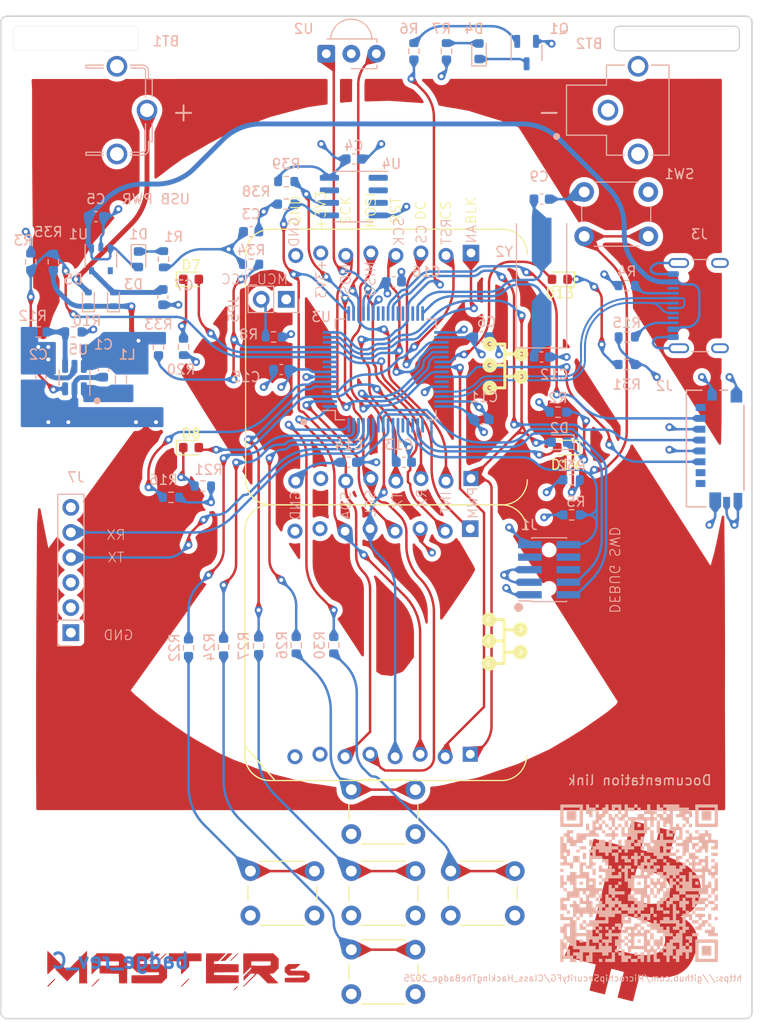
<source format=kicad_pcb>
(kicad_pcb (version 20241229) (generator "pcbnew") (generator_version "9.0")
  (layers (0 "F.Cu" signal) (4 "In1.Cu" signal) (6 "In2.Cu" signal) (2 "B.Cu" signal) (13 "F.Paste" user) (15 "B.Paste" user) (5 "F.SilkS" user "F.Silkscreen") (7 "B.SilkS" user "B.Silkscreen") (1 "F.Mask" user) (3 "B.Mask" user) (25 "Edge.Cuts" user))
  (net 0 "")
  (net 1 "GND")
  (net 2 "Net-(D1-K)")
  (net 3 "Net-(D2-K)")
  (net 4 "/mcu/EN_BOOST")
  (net 5 "VCC")
  (net 6 "/mcu/RESET")
  (net 7 "/mcu/IR_TX")
  (net 8 "Net-(Q1-B)")
  (net 9 "/mcu/SD_CLK")
  (net 10 "/mcu/V_RAW")
  (net 11 "Net-(U5-VFB)")
  (net 12 "/mcu/IR_RX_ON")
  (net 13 "/mcu/SD_DO")
  (net 15 "/mcu/SW_1")
  (net 17 "Net-(D7-K)")
  (net 18 "Net-(D8-K)")
  (net 19 "/mcu/BUTTON_LEFT")
  (net 21 "/mcu/BUTTON_DOWN")
  (net 22 "Net-(R22-Pad2)")
  (net 23 "/mcu/BUTTON_UP")
  (net 24 "/mcu/BUTTON_ENTER")
  (net 25 "Net-(R24-Pad2)")
  (net 26 "Net-(R26-Pad2)")
  (net 27 "/mcu/BUTTON_RIGHT")
  (net 28 "Net-(R27-Pad1)")
  (net 29 "Net-(D13-K)")
  (net 30 "Net-(D14-K)")
  (net 31 "Net-(U3-PA04)")
  (net 32 "/mcu/SDA")
  (net 33 "/mcu/SCL")
  (net 34 "Net-(R30-Pad2)")
  (net 35 "Net-(U3-PA14)")
  (net 36 "Net-(U3-PA15)")
  (net 39 "/mcu/IR_RX")
  (net 40 "Net-(D4-A)")
  (net 41 "/mcu/DISPLAY_RESET")
  (net 42 "/mcu/DISPLAY_BLANK")
  (net 43 "/mcu/PWM")
  (net 46 "/mcu/LED1")
  (net 47 "/mcu/LED2")
  (net 48 "/mcu/DISPLAY_CS")
  (net 49 "/mcu/INT")
  (net 50 "/mcu/LED5")
  (net 52 "Net-(J2-CMD)")
  (net 53 "/mcu/USB_D-")
  (net 54 "/mcu/USB_D+")
  (net 55 "/mcu/LED6")
  (net 59 "Net-(U3-VDDCORE)")
  (net 60 "/mcu/SWCLK")
  (net 61 "/mcu/SWDIO")
  (net 62 "/mcu/DEBUG_RX")
  (net 63 "/mcu/DEBUG_TX")
  (net 68 "Net-(U5-SW)")
  (net 70 "/mcu/CS")
  (net 71 "V_USB")
  (net 75 "VBAT_1_5V")
  (net 76 "Net-(D4-K)")
  (net 77 "Net-(D3-A)")
  (net 78 "/mcu/SERCOM1_PAD0")
  (net 79 "/mcu/SERCOM1_PAD2")
  (net 80 "/mcu/SERCOM3_PAD0")
  (net 82 "/mcu/SERCOM3_PAD2")
  (net 83 "/mcu/SERCOM3_PAD3")
  (net 84 "/mcu/SERCOM1_PAD1")
  (net 86 "Net-(J3-CC1)")
  (net 87 "Net-(J3-CC2)")
  (net 93 "/mcu/VDD_IO")
  (footprint "Button_Switch_THT:SW_PUSH_6mm_H4.3mm" (layer "F.Cu") (at 135.18 132.715)
    (property "Reference" "SW5" (hide yes))
    (property "Value" "TS02-66-70-BK-160-LCR-D")
  )
  (footprint "Button_Switch_THT:SW_PUSH_6mm_H4.3mm" (layer "F.Cu") (at 135.18 124.75)
    (property "Reference" "SW6" (hide yes))
    (property "Value" "TS02-66-70-BK-160-LCR-D")
  )
  (footprint "mikroBUS:MIKROBUS_HOST_CONN" (layer "F.Cu") (at 147.2443 90.17 -90)
    (property "Reference" "CON2" (hide yes))
    (property "Value" "PPTC081LFBN-RC" (hide yes))
  )
  (footprint "mikroBUS:MIKROBUS_HOST_CONN" (layer "F.Cu") (at 147.32 62.23 -90)
    (property "Reference" "CON1" (hide yes))
    (property "Value" "PPTC081LFBN-RC" (hide yes))
  )
  (footprint "Button_Switch_THT:SW_PUSH_6mm_H4.3mm" (layer "F.Cu") (at 145.2643 124.75)
    (property "Reference" "SW7" (hide yes))
    (property "Value" "TS02-66-70-BK-160-LCR-D")
  )
  (footprint "LED_SMD:LED_0603_1608Metric" (layer "F.Cu") (at 118.9228 81.8248)
    (property "Reference" "D8")
    (property "Value" "732-4971-1-ND")
  )
  (footprint "LED_SMD:LED_0603_1608Metric" (layer "F.Cu") (at 156.8643 81.82 180)
    (property "Reference" "D14")
    (property "Value" "732-4971-1-ND")
  )
  (footprint "misc:MASTERs" (layer "F.Cu") (at 117.54925 134.528)
    (property "Reference" "G***" (hide yes))
    (property "Value" "LOGO" (hide yes))
  )
  (footprint "misc:logo_btc" (layer "F.Cu") (at 163.86925 128.978)
    (property "Reference" "G***" (hide yes))
    (property "Value" "LOGO" (hide yes))
  )
  (footprint "LED_SMD:LED_0603_1608Metric" (layer "F.Cu") (at 118.92325 64.77)
    (property "Reference" "D7")
    (property "Value" "732-4971-1-ND")
  )
  (footprint "LED_SMD:LED_0603_1608Metric" (layer "F.Cu") (at 156.3243 64.77 180)
    (property "Reference" "D13")
    (property "Value" "732-4971-1-ND")
  )
  (footprint "Button_Switch_THT:SW_PUSH_6mm_H4.3mm" (layer "F.Cu") (at 135.18 116.495)
    (property "Reference" "SW4" (hide yes))
    (property "Value" "TS02-66-70-BK-160-LCR-D")
  )
  (footprint "Button_Switch_THT:SW_PUSH_6mm_H4.3mm" (layer "F.Cu") (at 124.9443 124.75)
    (property "Reference" "SW3" (hide yes))
    (property "Value" "TS02-66-70-BK-160-LCR-D")
  )
  (footprint "Capacitor_SMD:C_0603_1608Metric" (layer "B.Cu") (at 148.37425 70.612)
    (property "Reference" "C6")
    (property "Value" "100nF")
  )
  (footprint "Capacitor_SMD:C_0603_1608Metric" (layer "B.Cu") (at 103.68325 74.676 90)
    (property "Reference" "C2")
    (property "Value" "10uF")
  )
  (footprint "Resistor_SMD:R_0603_1608Metric" (layer "B.Cu") (at 118.16125 71.628 -90)
    (property "Reference" "R20")
    (property "Value" "10k")
  )
  (footprint "Diode_SMD:D_SOD-523" (layer "B.Cu") (at 111.04925 66.802 90)
    (property "Reference" "D3")
    (property "Value" "D_Schottky")
  )
  (footprint "Capacitor_SMD:C_0603_1608Metric" (layer "B.Cu") (at 154.48325 72.644)
    (property "Reference" "C12")
    (property "Value" "16pF")
  )
  (footprint "Package_TO_SOT_SMD:SOT-23-3" (layer "B.Cu") (at 152.95925 41.7885 -90)
    (property "Reference" "Q1")
    (property "Value" "NPN")
  )
  (footprint "misc:URL_QR" (layer "B.Cu") (at 164.36925 125.978 180)
    (property "Reference" "G***" (hide yes))
    (property "Value" "LOGO" (hide yes))
  )
  (footprint "Capacitor_SMD:C_0603_1608Metric" (layer "B.Cu") (at 139.49725 65.024)
    (property "Reference" "C16")
    (property "Value" "100nF")
  )
  (footprint "Resistor_SMD:R_0603_1608Metric" (layer "B.Cu") (at 144.83125 41.656 90)
    (property "Reference" "R7")
    (property "Value" "100")
  )
  (footprint "Button_Switch_THT:SW_PUSH_6mm_H4.3mm" (layer "B.Cu") (at 165.302 55.916 180)
    (property "Reference" "SW1")
    (property "Value" "TS02-66-70-BK-160-LCR-D")
  )
  (footprint "Capacitor_SMD:C_0603_1608Metric" (layer "B.Cu") (at 154.48325 56.642)
    (property "Reference" "C9")
    (property "Value" "16pF")
  )
  (footprint "Resistor_SMD:R_0603_1608Metric" (layer "B.Cu") (at 122.22525 102.045 -90)
    (property "Reference" "R24")
    (property "Value" "10k")
  )
  (footprint "Resistor_SMD:R_0603_1608Metric" (layer "B.Cu") (at 163.11925 73.406)
    (property "Reference" "R31")
    (property "Value" "10k")
  )
  (footprint "Resistor_SMD:R_0603_1608Metric" (layer "B.Cu") (at 116.89125 86.868)
    (property "Reference" "R16")
    (property "Value" "10k")
  )
  (footprint "Connector_PinHeader_2.54mm:PinHeader_1x02_P2.54mm_Vertical" (layer "B.Cu") (at 128.58025 66.802 90)
    (property "Reference" "JP5")
    (property "Value" "M50-3530242")
  )
  (footprint "Resistor_SMD:R_0603_1608Metric" (layer "B.Cu") (at 129.59125 101.854 -90)
    (property "Reference" "R26")
    (property "Value" "10k")
  )
  (footprint "Resistor_SMD:R_0603_1608Metric" (layer "B.Cu") (at 125.78125 101.917 90)
    (property "Reference" "R27")
    (property "Value" "10k")
  )
  (footprint "Resistor_SMD:R_0603_1608Metric" (layer "B.Cu") (at 120.1293 85.725)
    (property "Reference" "R21")
    (property "Value" "10k")
  )
  (footprint "Capacitor_SMD:C_0603_1608Metric" (layer "B.Cu") (at 135.43325 52.578)
    (property "Reference" "C4")
    (property "Value" "10uF")
  )
  (footprint "Capacitor_SMD:C_0603_1608Metric" (layer "B.Cu") (at 110.03325 73.914 -90)
    (property "Reference" "C1")
    (property "Value" "10uF")
  )
  (footprint "Capacitor_SMD:C_0603_1608Metric" (layer "B.Cu") (at 109.27125 58.42 180)
    (property "Reference" "C5")
    (property "Value" "10uF" (hide yes))
  )
  (footprint "Resistor_SMD:R_0603_1608Metric" (layer "B.Cu") (at 103.42925 70.104)
    (property "Reference" "R12")
    (property "Value" "1.69M")
  )
  (footprint "Resistor_SMD:R_0603_1608Metric" (layer "B.Cu") (at 115.62125 71.628 -90)
    (property "Reference" "R33")
    (property "Value" "10k")
  )
  (footprint "Resistor_SMD:R_0603_1608Metric" (layer "B.Cu") (at 116.12925 62.738 90)
    (property "Reference" "R1")
    (property "Value" "10k")
  )
  (footprint "Resistor_SMD:R_0603_1608Metric" (layer "B.Cu") (at 127.30525 70.612 180)
    (property "Reference" "R8")
    (property "Value" "10")
  )
  (footprint "590:BAT_590" (layer "B.Cu") (at 161.215 47.625 90)
    (property "Reference" "BT2")
    (property "Value" "36-590-ND")
  )
  (footprint "Resistor_SMD:R_0603_1608Metric" (layer "B.Cu") (at 106.98525 70.104 180)
    (property "Reference" "R10")
    (property "Value" "1M")
  )
  (footprint "LED_SMD:LED_0603_1608Metric" (layer "B.Cu") (at 113.58925 62.738 -90)
    (property "Reference" "D1")
    (property "Value" "732-4971-1-ND")
  )
  (footprint "Resistor_SMD:R_0603_1608Metric" (layer "B.Cu") (at 104.95325 62.992 -90)
    (property "Reference" "R35")
    (property "Value" "10k")
  )
  (footprint "Resistor_SMD:R_0603_1608Metric" (layer "B.Cu") (at 128.57525 57.15 180)
    (property "Reference" "R38")
    (property "Value" "5.1k")
  )
  (footprint "Diode_SMD:D_SOD-523" (layer "B.Cu") (at 108.50925 66.802 90)
    (property "Reference" "D5")
    (property "Value" "D_Schottky")
  )
  (footprint "misc:USB_C_Receptacle_GCT_USB4105-xx-A_16P_TopMnt_Horizontal" (layer "B.Cu") (at 171.50125 67.435 -90)
    (property "Reference" "J3")
    (property "Value" "USB4105-GF-A")
  )
  (footprint "Resistor_SMD:R_0603_1608Metric" (layer "B.Cu") (at 102.66725 62.992 -90)
    (property "Reference" "R3")
    (property "Value" "NP")
  )
  (footprint "Resistor_SMD:R_0603_1608Metric" (layer "B.Cu") (at 156.1343 78.232 180)
    (property "Reference" "R2")
    (property "Value" "5.1k")
  )
  (footprint "Resistor_SMD:R_0603_1608Metric" (layer "B.Cu") (at 157.53125 85.09 180)
    (property "Reference" "R32")
    (property "Value" "10k")
  )
  (footprint "misc:47571-0001_MOL" (layer "B.Cu") (at 172.088 81.915 -90)
    (property "Reference" "J2")
    (property "Value" "0475710001")
  )
  (footprint "LED_SMD:LED_0603_1608Metric" (layer "B.Cu") (at 148.13325 41.656 90)
    (property "Reference" "D4")
    (property "Value" "IR 940nm")
  )
  (footprint "596:BAT_596" (layer "B.Cu") (at 114.455 47.625 -90)
    (property "Reference" "BT1")
    (property "Value" "36-596-ND")
  )
  (footprint "Crystal:Crystal_SMD_HC49-SD" (layer "B.Cu") (at 154.48325 65.024 90)
    (property "Reference" "Y2")
    (property "Value" "049SS2-24.000F20DTLJK")
  )
  (footprint "Capacitor_SMD:C_0603_1608Metric" (layer "B.Cu") (at 125.01925 59.944 180)
    (property "Reference" "C3")
    (property "Value" "10uF")
  )
  (footprint "Resistor_SMD:R_0603_1608Metric" (layer "B.Cu") (at 128.57525 54.864 180)
    (property "Reference" "R39")
    (property "Value" "5.1k")
  )
  (footprint "Inductor_SMD:L_0805_2012Metric" (layer "B.Cu") (at 111.81125 74.93 -90)
    (property "Reference" "L1")
    (property "Value" "4.7uH")
  )
  (footprint "OptoDevice:Vishay_MINICAST-3Pin" (layer "B.Cu") (at 132.6393 41.91)
    (property "Reference" "U2")
    (property "Value" "TSOP582xx")
  )
  (footprint "Capacitor_SMD:C_0603_1608Metric" (layer "B.Cu") (at 148.38725 78.994)
    (property "Reference" "C11")
    (property "Value" "100nF")
  )
  (footprint "Resistor_SMD:R_0603_1608Metric" (layer "B.Cu") (at 133.40125 101.854 -90)
    (property "Reference" "R30")
    (property "Value" "10k")
  )
  (footprint "Resistor_SMD:R_0603_1608Metric" (layer "B.Cu") (at 141.52925 41.656 90)
    (property "Reference" "R6")
    (property "Value" "5.1k")
  )
  (footprint "Capacitor_SMD:C_0603_1608Metric" (layer "B.Cu") (at 140.51325 83.312)
    (property "Reference" "C13")
    (property "Value" "1uF")
  )
  (footprint "Resistor_SMD:R_0603_1608Metric" (layer "B.Cu") (at 157.53125 88.646)
    (property "Reference" "R5")
    (property "Value" "10k")
  )
  (footprint "Capacitor_SMD:C_0603_1608Metric" (layer "B.Cu") (at 116.06925 66.578 -90)
    (property "Reference" "C7")
    (property "Value" "1uF")
  )
  (footprint "Package_QFP:TQFP-64_10x10mm_P0.5mm" (layer "B.Cu") (at 138.66075 73.902)
    (property "Reference" "U3")
    (property "Value" "ATSAMD21J18A-A")
  )
  (footprint "Resistor_SMD:R_0603_1608Metric" (layer "B.Cu") (at 125.01925 63.246 180)
    (property "Reference" "R34")
    (property "Value" "10k")
  )
  (footprint "misc:PinHeader_2x05_P1.27mm_Vertical_SMD" (layer "B.Cu") (at 155.24525 94.202)
    (property "Reference" "J1")
    (property "Value" "1156861")
  )
  (footprint "Resistor_SMD:R_0603_1608Metric" (layer "B.Cu") (at 118.66925 102.108 -90)
    (property "Reference" "R22")
    (property "Value" "10k")
  )
  (footprint "Package_SO:SOIC-8_3.9x4.9mm_P1.27mm" (layer "B.Cu") (at 135.43325 56.388 180)
    (property "Reference" "U4")
    (property "Value" "ATECC608B-SSHDA")
  )
  (footprint "Resistor_SMD:R_0603_1608Metric" (layer "B.Cu") (at 163.1193 65.405 180)
    (property "Reference" "R4")
    (property "Value" "5.1k")
  )
  (footprint "Capacitor_SMD:C_0603_1608Metric" (layer "B.Cu") (at 134.92525 83.312 180)
    (property "Reference" "C14")
    (property "Value" "100nF")
  )
  (footprint "LED_SMD:LED_0603_1608Metric" (layer "B.Cu") (at 156.2868 81.28 180)
    (property "Reference" "D2")
    (property "Value" "732-4971-1-ND")
  )
  (footprint "Package_SO:TSOP-5_1.65x3.05mm_P0.95mm" (layer "B.Cu") (at 109.77925 62.738 -90)
    (property "Reference" "U1")
    (property "Value" "MIC5301")
  )
  (footprint "Connector_PinHeader_2.54mm:PinHeader_1x06_P2.54mm_Vertical" (layer "B.Cu") (at 106.73125 100.584)
    (property "Reference" "J7")
    (property "Value" "Conn_01x06_Pin")
  )
  (footprint "Package_TO_SOT_SMD:SOT-23-6" (layer "B.Cu") (at 107.0975 74.7315 90)
    (property "Reference" "U5")
    (property "Value" "MCP16252")
  )
  (footprint "Resistor_SMD:R_0603_1608Metric" (layer "B.Cu") (at 163.11925 70.612 180)
    (property "Reference" "R15")
    (property "Value" "5.1k")
  )
  (footprint "Capacitor_SMD:C_0603_1608Metric" (layer "B.Cu") (at 128.06725 73.914 180)
    (property "Reference" "C15")
    (property "Value" "100nF")
  )
  (gr_line (start 124.36925 112.0535) (end 127.36925 115.478) (stroke (width 0.15)) (layer "F.SilkS"))
  (gr_circle (center 130.35325 79.248) (end 130.65325 79.248) (stroke (width 0.1)) (fill yes) (layer "B.SilkS"))
  (gr_circle (center 152.14645 98.0186) (end 152.507452 98.0186) (stroke (width 0.2)) (fill yes) (layer "B.SilkS"))
  (gr_circle (center 109.39825 77.089) (end 109.09825 77.089) (stroke (width 0.1)) (fill yes) (layer "B.SilkS"))
  (gr_circle (center 156.00725 50.292) (end 156.30725 50.292) (stroke (width 0.1)) (fill yes) (layer "B.SilkS"))
  (gr_arc (start 175.18425 38.1) (mid 175.633262 38.285987) (end 175.81925 38.735) (stroke (width 0.15)) (layer "Edge.Cuts"))
  (gr_arc (start 161.844804 39.619554) (mid 161.992292 39.263488) (end 162.348358 39.116) (stroke (width 0.127)) (layer "Edge.Cuts"))
  (gr_line (start 174.04125 39.116) (end 162.348358 39.116) (stroke (width 0.127)) (layer "Edge.Cuts"))
  (gr_arc (start 174.544804 41.116) (mid 174.398358 41.469554) (end 174.044804 41.616) (stroke (width 0.127)) (layer "Edge.Cuts"))
  (gr_arc (start 174.04125 39.116) (mid 174.397317 39.263487) (end 174.544804 39.619554) (stroke (width 0.127)) (layer "Edge.Cuts"))
  (gr_arc (start 162.348358 41.616) (mid 161.99228 41.468524) (end 161.844804 41.112446) (stroke (width 0.127)) (layer "Edge.Cuts"))
  (gr_line (start 101.394581 41.616) (end 113.087473 41.616) (stroke (width 0.0254)) (layer "Edge.Cuts"))
  (gr_line (start 161.844804 39.619554) (end 161.844804 41.112446) (stroke (width 0.127)) (layer "Edge.Cuts"))
  (gr_line (start 100.891027 39.616) (end 100.891027 41.112446) (stroke (width 0.0254)) (layer "Edge.Cuts"))
  (gr_line (start 113.087473 39.116) (end 101.391027 39.116) (stroke (width 0.0254)) (layer "Edge.Cuts"))
  (gr_line (start 113.591027 41.112446) (end 113.58925 39.624) (stroke (width 0.0254)) (layer "Edge.Cuts"))
  (gr_arc (start 101.394581 41.616) (mid 101.038514 41.468513) (end 100.891027 41.112446) (stroke (width 0.0254)) (layer "Edge.Cuts"))
  (gr_arc (start 175.81925 139.065) (mid 175.633263 139.514012) (end 175.18425 139.7) (stroke (width 0.15)) (layer "Edge.Cuts"))
  (gr_arc (start 100.25425 139.7) (mid 99.805238 139.514013) (end 99.61925 139.065) (stroke (width 0.15)) (layer "Edge.Cuts"))
  (gr_line (start 175.81925 38.735) (end 175.81925 139.065) (stroke (width 0.15)) (layer "Edge.Cuts"))
  (gr_arc (start 99.61925 38.735) (mid 99.805237 38.285988) (end 100.25425 38.1) (stroke (width 0.15)) (layer "Edge.Cuts"))
  (gr_line (start 99.61925 139.065) (end 99.61925 38.735) (stroke (width 0.15)) (layer "Edge.Cuts"))
  (gr_line (start 100.25425 38.1) (end 175.18425 38.1) (stroke (width 0.15)) (layer "Edge.Cuts"))
  (gr_arc (start 113.087473 39.116) (mid 113.44354 39.263487) (end 113.591027 39.619554) (stroke (width 0.0254)) (layer "Edge.Cuts"))
  (gr_arc (start 113.591027 41.112446) (mid 113.44354 41.468513) (end 113.087473 41.616) (stroke (width 0.0254)) (layer "Edge.Cuts"))
  (gr_line (start 174.544804 41.116) (end 174.544804 39.619554) (stroke (width 0.127)) (layer "Edge.Cuts"))
  (gr_line (start 162.348358 41.616) (end 174.044804 41.616) (stroke (width 0.127)) (layer "Edge.Cuts"))
  (gr_arc (start 100.891027 39.616) (mid 101.037473 39.262446) (end 101.391027 39.116) (stroke (width 0.0254)) (layer "Edge.Cuts"))
  (gr_line (start 175.18425 139.7) (end 100.25425 139.7) (stroke (width 0.15)) (layer "Edge.Cuts"))
  (gr_text "badge_rev_C" (at 118.86925 134.728 0) (layer "B.Cu") (effects (font (size 1.5 1.5) (thickness 0.3) (bold yes)) (justify left bottom mirror)))
  (gr_text "CS" (at 144.78 57.785 90) (layer "F.SilkS") (effects (font (size 1 1) (thickness 0.1))))
  (gr_text "BLK" (at 147.32 57.785 90) (layer "F.SilkS") (effects (font (size 1 1) (thickness 0.1))))
  (gr_text "MOSI" (at 137.16 57.785 90) (layer "F.SilkS") (effects (font (size 1 1) (thickness 0.1))))
  (gr_text "RST" (at 139.7 57.785 90) (layer "F.SilkS") (effects (font (size 1 1) (thickness 0.1))))
  (gr_text "SCK" (at 134.62 57.785 90) (layer "F.SilkS") (effects (font (size 1 1) (thickness 0.1))))
  (gr_text "GND" (at 129.54 57.785 90) (layer "F.SilkS") (effects (font (size 1 1) (thickness 0.1))))
  (gr_text "DC" (at 142.24 57.785 90) (layer "F.SilkS") (effects (font (size 1 1) (thickness 0.1))))
  (gr_text "+3V3" (at 132.08 57.785 90) (layer "F.SilkS") (effects (font (size 1 1) (thickness 0.1))))
  (gr_text "DEBUG SWD" (at 161.86925 94.234 -90) (layer "B.SilkS") (effects (font (size 1 1) (thickness 0.1)) (justify mirror)))
  (gr_text "GND" (at 111.55725 100.838 0) (layer "B.SilkS") (effects (font (size 1 1) (thickness 0.1)) (justify mirror)))
  (gr_text "USB PWR" (at 118.91925 57.228 0) (layer "B.SilkS") (effects (font (size 1 1)) (justify left bottom mirror)))
  (gr_text "RX" (at 111.30325 90.678 0) (layer "B.SilkS") (effects (font (size 1 1) (thickness 0.1)) (justify mirror)))
  (gr_text "+" (at 118.16125 47.752 0) (layer "B.SilkS") (effects (font (size 2 2) (thickness 0.2)) (justify mirror)))
  (gr_text "https://github.com/MicrochipSecurityFG/Class_HackingTheBadge_2025" (at 174.86925 135.978 0) (layer "B.SilkS") (effects (font (size 0.635 0.635) (thickness 0.0889)) (justify left bottom mirror)))
  (gr_text "Documentation link" (at 171.81925 116.128 0) (layer "B.SilkS") (effects (font (size 1 1)) (justify left bottom mirror)))
  (gr_text "TX" (at 111.30325 92.964 0) (layer "B.SilkS") (effects (font (size 1 1) (thickness 0.1)) (justify mirror)))
  (gr_text "MCU_VCC" (at 125.36925 64.77 0) (layer "B.SilkS") (effects (font (size 1 1) (thickness 0.1)) (justify mirror)))
  (gr_text "-" (at 155.24525 47.752 0) (layer "B.SilkS") (effects (font (size 2 2) (thickness 0.2)) (justify mirror)))
  (gr_text "GND" (at 129.51925 87.678 90) (layer "B.SilkS") (effects (font (size 1 1) (thickness 0.1016)) (justify mirror)))
  (via (at 166.16725 74.676) (size 0.8) (drill 0.4) (layers "F.Cu" "B.Cu") (net 1))
  (via (at 126.28925 75.692) (size 0.8) (drill 0.4) (layers "F.Cu" "B.Cu") (net 1))
  (via (at 155.49925 40.894) (size 0.8) (drill 0.4) (layers "F.Cu" "B.Cu") (net 1))
  (via (at 120.9543 87.37505) (size 0.8) (drill 0.4) (layers "F.Cu" "B.Cu") (net 1))
  (via (at 102.15925 59.944) (size 0.8) (drill 0.4) (layers "F.Cu" "B.Cu") (net 1))
  (via (at 106.47725 79.248) (size 0.8) (drill 0.4) (layers "F.Cu" "B.Cu") (net 1))
  (via (at 157.02325 72.644) (size 0.8) (drill 0.4) (layers "F.Cu" "B.Cu") (net 1))
  (via (at 154.22925 77.216) (size 0.8) (drill 0.4) (layers "F.Cu" "B.Cu") (net 1))
  (via (at 173.53325 74.676) (size 0.8) (drill 0.4) (layers "F.Cu" "B.Cu") (net 1))
  (via (at 150.165242 72.39) (size 0.8) (drill 0.4) (layers "F.Cu" "B.Cu") (net 1))
  (via (at 148.13325 77.724) (size 0.8) (drill 0.4) (layers "F.Cu" "B.Cu") (net 1))
  (via (at 113.33525 79.248) (size 0.8) (drill 0.4) (layers "F.Cu" "B.Cu") (net 1))
  (via (at 109.01725 69.85) (size 0.8) (drill 0.4) (layers "F.Cu" "B.Cu") (net 1))
  (via (at 154.99125 86.36) (size 0.8) (drill 0.4) (layers "F.Cu" "B.Cu") (net 1))
  (via (at 138.22725 51.054) (size 0.8) (drill 0.4) (layers "F.Cu" "B.Cu") (net 1))
  (via (at 104.44525 79.248) (size 0.8) (drill 0.4) (layers "F.Cu" "B.Cu") (net 1))
  (via (at 140.76725 57.404) (size 0.8) (drill 0.4) (layers "F.Cu" "B.Cu") (net 1))
  (via (at 151.18125 89.916) (size 0.8) (drill 0.4) (layers "F.Cu" "B.Cu") (net 1))
  (via (at 137.97325 66.802) (size 0.8) (drill 0.4) (layers "F.Cu" "B.Cu") (net 1))
  (via (at 160.83325 64.262) (size 0.8) (drill 0.4) (layers "F.Cu" "B.Cu") (net 1))
  (via (at 115.36725 79.248) (size 0.8) (drill 0.4) (layers "F.Cu" "B.Cu") (net 1))
  (via (at 141.02125 81.788) (size 0.8) (drill 0.4) (layers "F.Cu" "B.Cu") (net 1))
  (via (at 119.43125 73.152) (size 0.8) (drill 0.4) (layers "F.Cu" "B.Cu") (net 1))
  (via (at 150.67325 94.742) (size 0.8) (drill 0.4) (layers "F.Cu" "B.Cu") (net 1))
  (via (at 167.43725 79.756) (size 0.8) (drill 0.4) (layers "F.Cu" "B.Cu") (net 1))
  (via (at 111.55725 57.658) (size 0.8) (drill 0.4) (layers "F.Cu" "B.Cu") (net 1))
  (via (at 117.64425 67.353) (size 0.8) (drill 0.4) (layers "F.Cu" "B.Cu") (net 1))
  (via (at 122.73325 61.722) (size 0.8) (drill 0.4) (layers "F.Cu" "B.Cu") (net 1))
  (via (at 146.60925 69.85) (size 0.8) (drill 0.4) (layers "F.Cu" "B.Cu") (net 1))
  (via (at 174.04125 89.662) (size 0.8) (drill 0.4) (layers "F.Cu" "B.Cu") (net 1))
  (via (at 140.25925 64.008) (size 0.8) (drill 0.4) (layers "F.Cu" "B.Cu") (net 1))
  (via (at 171.50125 89.662) (size 0.8) (drill 0.4) (layers "F.Cu" "B.Cu") (net 1))
  (via (at 130.60725 74.676) (size 0.8) (drill 0.4) (layers "F.Cu" "B.Cu") (net 1))
  (via (at 170.73925 74.676) (size 0.8) (drill 0.4) (layers "F.Cu" "B.Cu") (net 1))
  (segment (start 117.66925 67.328) (end 117.64425 67.353) (width 0.25) (layer "B.Cu") (net 1))
  (segment (start 165.97675 71.5645) (end 165.920953 71.508703) (width 0.25) (layer "B.Cu") (net 1))
  (segment (start 107.0975 77.200446) (end 107.0975 77.2524) (width 0.5) (layer "B.Cu") (net 1))
  (segment (start 149.077043 78.667793) (end 148.13325 77.724) (width 0.25) (layer "B.Cu") (net 1))
  (segment (start 173.888625 75.031375) (end 173.53325 74.676) (width 0.25) (layer "B.Cu") (net 1))
  (segment (start 107.233215 75.094082) (end 107.25506 75.061386) (width 0.5) (layer "B.Cu") (net 1))
  (segment (start 139.91075 80.121) (end 139.91075 79.5645) (width 0.25) (layer "B.Cu") (net 1))
  (segment (start 151.595087 94.202) (end 153.29525 94.202) (width 0.25) (layer "B.Cu") (net 1))
  (segment (start 151.919437 95.472) (end 153.29525 95.472) (width 0.25) (layer "B.Cu") (net 1))
  (segment (start 124.24425 60.0775) (end 124.24425 59.944) (width 0.25) (layer "B.Cu") (net 1))
  (segment (start 155.37775 40.7725) (end 155.49925 40.894) (width 0.25) (layer "B.Cu") (net 1))
  (segment (start 162.29425 71.184) (end 162.29425 70.612) (width 0.25) (layer "B.Cu") (net 1))
  (segment (start 150.94325 94.472) (end 150.67325 94.742) (width 0.25) (layer "B.Cu") (net 1))
  (segment (start 172.093999 88.650114) (end 172.093999 87.090001) (width 0.25) (layer "B.Cu") (net 1))
  (segment (start 160.83325 64.262) (end 161.863802 65.292552) (width 0.25) (layer "B.Cu") (net 1))
  (segment (start 127.29225 74.3015) (end 127.29225 73.914) (width 0.25) (layer "B.Cu") (net 1))
  (segment (start 140.76725 57.404) (end 140.32275 57.8485) (width 0.25) (layer "B.Cu") (net 1))
  (segment (start 119.43125 73.152) (end 118.934128 72.654878) (width 0.25) (layer "B.Cu") (net 1))
  (segment (start 139.249632 58.293) (end 137.90825 58.293) (width 0.25) (layer "B.Cu") (net 1))
  (segment (start 174.217625 89.485625) (end 174.04125 89.662) (width 0.25) (layer "B.Cu") (net 1))
  (segment (start 149.895831 71.358581) (end 149.14925 70.612) (width 0.25) (layer "B.Cu") (net 1))
  (segment (start 107.113992 75.381956) (end 107.106323 75.420523) (width 0.5) (layer "B.Cu") (net 1))
  (segment (start 171.50125 89.662) (end 171.797624 89.365625) (width 0.25) (layer "B.Cu") (net 1))
  (segment (start 167.794033 79.964999) (end 170.604 79.964999) (width 0.25) (layer "B.Cu") (net 1))
  (segment (start 146.45825 70.001) (end 146.60925 69.85) (width 0.25) (layer "B.Cu") (net 1))
  (segment (start 110.03325 58.442192) (end 110.03325 60.018394) (width 0.25) (layer "B.Cu") (net 1))
  (segment (start 107.755129 74.724248) (end 109.973077 74.724248) (width 0.5) (layer "B.Cu") (net 1))
  (segment (start 141.15475 83.1785) (end 141.28825 83.312) (width 0.25) (layer "B.Cu") (net 1))
  (segment (start 171.45636 75.39311) (end 170.73925 74.676) (width 0.25) (layer "B.Cu") (net 1))
  (segment (start 166.226368 64.235) (end 167.82125 64.235) (width 0.25) (layer "B.Cu") (net 1))
  (segment (start 174.394 89.059818) (end 174.394 87.115) (width 0.25) (layer "B.Cu") (net 1))
  (segment (start 132.436608 83.393206) (end 134.011622 83.393206) (width 0.25) (layer "B.Cu") (net 1))
  (segment (start 167.541749 79.860499) (end 167.43725 79.756) (width 0.25) (layer "B.Cu") (net 1))
  (segment (start 152.797142 91.531892) (end 151.18125 89.916) (width 0.25) (layer "B.Cu") (net 1))
  (segment (start 137.41075 67.622585) (end 137.41075 68.2395) (width 0.25) (layer "B.Cu") (net 1))
  (segment (start 163.94425 73.406) (end 164.42075 73.406) (width 0.25) (layer "B.Cu") (net 1))
  (segment (start 147.156784 77.152) (end 144.32325 77.152) (width 0.25) (layer "B.Cu") (net 1))
  (segment (start 118.44675 72.453) (end 118.16125 72.453) (width 0.25) (layer "B.Cu") (net 1))
  (segment (start 106.905877 77.47) (end 104.984065 77.47) (width 0.25) (layer "B.Cu") (net 1))
  (segment (start 171.76945 76.148975) (end 171.76945 76.59175) (width 0.25) (layer "B.Cu") (net 1))
  (segment (start 117.97025 87.122) (end 117.71625 86.868) (width 0.25) (layer "B.Cu") (net 1))
  (segment (start 157.02325 72.644) (end 155.25825 72.644) (width 0.25) (layer "B.Cu") (net 1))
  (segment (start 124.171976 63.160726) (end 122.73325 61.722) (width 0.25) (layer "B.Cu") (net 1))
  (segment (start 158.439 56.279) (end 158.802 55.916) (width 0.25) (layer "B.Cu") (net 1))
  (segment (start 120.953825 87.375525) (end 120.9543 87.37505) (width 0.25) (layer "B.Cu") (net 1))
  (segment (start 134.109647 83.352603) (end 134.15025 83.312) (width 0.25) (layer "B.Cu") (net 1))
  (segment (start 120.952678 87.376) (end 118.58346 87.376) (width 0.25) (layer "B.Cu") (net 1))
  (segment (start 109.77925 60.631605) (end 109.77925 61.578) (width 0.25) (layer "B.Cu") (net 1))
  (segment (start 141.02125 81.788) (end 141.02125 82.856202) (width 0.25) (layer "B.Cu") (net 1))
  (segment (start 163.94425 73.406) (end 162.698715 72.160465) (width 0.25) (layer "B.Cu") (net 1))
  (segment (start 116.06925 67.353) (end 117.64425 67.353) (width 0.25) (layer "B.Cu") (net 1))
  (segment (start 126.28925 75.692) (end 127.018246 74.963003) (width 0.25) (layer "B.Cu") (net 1))
  (segment (start 155.084423 40.651) (end 153.90925 40.651) (width 0.25) (layer "B.Cu") (net 1))
  (segment (start 140.26575 64.0145) (end 140.25925 64.008) (width 0.25) (layer "B.Cu") (net 1))
  (segment (start 107.0975 75.57708) (end 107.0975 77.200446) (width 0.5) (layer "B.Cu") (net 1))
  (segment (start 137.593243 67.182007) (end 137.97325 66.802) (width 0.25) (layer "B.Cu") (net 1))
  (segment (start 166.397394 70.635) (end 167.82125 70.635) (width 0.25) (layer "B.Cu") (net 1))
  (segment (start 165.234186 73.742936) (end 166.16725 74.676) (width 0.25) (layer "B.Cu") (net 1))
  (segment (start 108.583644 70.104) (end 107.81025 70.104) (width 0.25) (layer "B.Cu") (net 1))
  (segment (start 108.89025 69.977) (end 109.01725 69.85) (width 0.25) (layer "B.Cu") (net 1))
  (segment (start 110.015626 74.706624) (end 110.03325 74.689) (width 0.5) (layer "B.Cu") (net 1))
  (segment (start 146.093703 70.152) (end 144.32325 70.152) (width 0.25) (layer "B.Cu") (net 1))
  (segment (start 107.0975 77.278377) (end 107.0975 77.2524) (width 0.25) (layer "B.Cu") (net 1))
  (segment (start 154.22925 77.216) (end 155.222604 78.209354) (width 0.25) (layer "B.Cu") (net 1))
  (segment (start 119.971033 61.722) (end 122.73325 61.722) (width 0.25) (layer "B.Cu") (net 1))
  (segment (start 136.878258 52.402991) (end 138.22725 51.054) (width 0.25) (layer "B.Cu") (net 1))
  (segment (start 165.64575 63.5135) (end 165.72475 63.4345) (width 0.25) (layer "B.Cu") (net 1))
  (segment (start 130.388397 84.241603) (end 129.54 85.09) (width 0.25) (layer "B.Cu") (net 1))
  (segment (start 147.84725 77.438) (end 148.13325 77.724) (width 0.25) (layer "B.Cu") (net 1))
  (segment (start 149.16225 78.8735) (end 149.16225 78.994) (width 0.25) (layer "B.Cu") (net 1))
  (segment (start 140.27225 64.030192) (end 140.27225 65.024) (width 0.25) (layer "B.Cu") (net 1))
  (segment (start 166.436657 71.755) (end 168.39625 71.755) (width 0.25) (layer "B.Cu") (net 1))
  (segment (start 162.135275 65.405) (end 162.2943 65.405) (width 0.25) (layer "B.Cu") (net 1))
  (segment (start 120.9543 87.37505) (end 120.9543 85.725) (width 0.25) (layer "B.Cu") (net 1))
  (segment (start 116.47875 63.563) (end 116.12925 63.563) (width 0.25) (layer "B.Cu") (net 1))
  (segment (start 151.03825 95.107) (end 150.67325 94.742) (width 0.25) (layer "B.Cu") (net 1))
  (segment (start 155.277275 78.232) (end 155.3093 78.232) (width 0.25) (layer "B.Cu") (net 1))
  (segment (start 120.9543 87.37505) (end 120.95525 87.376) (width 0.25) (layer "B.Cu") (net 1))
  (segment (start 124.19425 63.2145) (end 124.19425 63.246) (width 0.25) (layer "B.Cu") (net 1))
  (segment (start 117.075383 63.315866) (end 117.748749 62.642499) (width 0.25) (layer "B.Cu") (net 1))
  (segment (start 166.496091 63.115) (end 168.39625 63.115) (width 0.25) (layer "B.Cu") (net 1))
  (segment (start 156.103918 85.247331) (end 154.99125 86.36) (width 0.25) (layer "B.Cu") (net 1))
  (segment (start 111.060061 58.155188) (end 111.55725 57.658) (width 0.25) (layer "B.Cu") (net 1))
  (segment (start 130.61925 74.664) (end 130.60725 74.676) (width 0.25) (layer "B.Cu") (net 1))
  (segment (start 102.41325 60.198) (end 102.15925 59.944) (width 0.25) (layer "B.Cu") (net 1))
  (segment (start 107.455739 74.848259) (end 107.359538 74.94446) (width 0.5) (layer "B.Cu") (net 1))
  (segment (start 157.56264 56.642) (end 155.25825 56.642) (width 0.25) (layer "B.Cu") (net 1))
  (segment (start 156.48375 85.09) (end 156.70625 85.09) (width 0.25) (layer "B.Cu") (net 1))
  (segment (start 130.64822 74.652) (end 132.99825 74.652) (width 0.25) (layer "B.Cu") (net 1))
  (segment (start 173.244 88.301009) (end 173.244 87.314999) (width 0.25) (layer "B.Cu") (net 1))
  (segment (start 103.68325 76.169184) (end 103.68325 75.451) (width 0.25) (layer "B.Cu") (net 1))
  (segment (start 140.304254 81.071004) (end 141.02125 81.788) (width 0.25) (layer "B.Cu") (net 1))
  (segment (start 165.96525 70.814) (end 165.920953 70.858296) (width 0.25) (layer "B.Cu") (net 1))
  (segment (start 136.45575 52.578) (end 136.20825 52.578) (width 0.25) (layer "B.Cu") (net 1))
  (segment (start 173.642625 89.263375) (end 174.04125 89.662) (width 0.25) (layer "B.Cu") (net 1))
  (segment (start 102.66725 60.81121) (end 102.66725 62.167) (width 0.25) (layer "B.Cu") (net 1))
  (segment (start 110.42075 58.42) (end 110.055442 58.42) (width 0.25) (layer "B.Cu") (net 1))
  (segment (start 153.11125 91.662) (end 153.29525 91.662) (width 0.25) (layer "B.Cu") (net 1))
  (segment (start 174.244 75.889326) (end 174.244 76.689999) (width 0.25) (layer "B.Cu") (net 1))
  (segment (start 124.149851 60.305398) (end 122.73325 61.722) (width 0.25) (layer "B.Cu") (net 1))
  (segment (start 150.165242 72.008996) (end 150.165242 72.39) (width 0.25) (layer "B.Cu") (net 1))
  (arc (start 173.642625 89.263375) (mid 173.347599 88.821837) (end 173.244 88.301009) (width 0.25) (layer "B.Cu") (net 1))
  (arc (start 107.304319 75.000477) (mid 107.278302 75.02981) (end 107.25506 75.061386) (width 0.5) (layer "B.Cu") (net 1))
  (arc (start 151.03825 95.107) (mid 151.442542 95.377139) (end 151.919437 95.472) (width 0.25) (layer "B.Cu") (net 1))
  (arc (start 140.27225 64.030192) (mid 140.27056 64.021699) (end 140.26575 64.0145) (width 0.25) (layer "B.Cu") (net 1))
  (arc (start 155.222604 78.209354) (mid 155.247687 78.226114) (end 155.277275 78.232) (width 0.25) (layer "B.Cu") (net 1))
  (arc (start 155.084423 40.651) (mid 155.24317 40.682576) (end 155.37775 40.7725) (width 0.25) (layer "B.Cu") (net 1))
  (arc (start 110.03975 58.4265) (mid 110.046949 58.421689) (end 110.055442 58.42) (width 0.25) (layer "B.Cu") (net 1))
  (arc (start 107.755129 74.724248) (mid 107.5931 74.756477) (end 107.455739 74.848259) (width 0.5) (layer "B.Cu") (net 1))
  (arc (start 165.64575 63.9945) (mid 165.912139 64.172496) (end 166.226368 64.235) (width 0.25) (layer "B.Cu") (net 1))
  (arc (start 162.698715 72.160465) (mid 162.399367 71.712459) (end 162.29425 71.184) (width 0.25) (layer "B.Cu") (net 1))
  (arc (start 171.45636 75.39311) (mid 171.68808 75.739904) (end 171.76945 76.148975) (width 0.25) (layer "B.Cu") (net 1))
  (arc (start 107.159427 75.232148) (mid 107.133029 75.305936) (end 107.113992 75.381956) (width 0.5) (layer "B.Cu") (net 1))
  (arc (start 165.97675 71.5645) (mid 166.187757 71.70549) (end 166.436657 71.755) (width 0.25) (layer "B.Cu") (net 1))
  (arc (start 157.56264 56.642) (mid 158.036922 56.547659) (end 158.439 56.279) (width 0.25) (layer "B.Cu") (net 1))
  (arc (start 141.15475 83.1785) (mid 141.055945 83.030628) (end 141.02125 82.856202) (width 0.25) (layer "B.Cu") (net 1))
  (arc (start 174.217625 89.485625) (mid 174.348161 89.290263) (end 174.394 89.059818) (width 0.25) (layer "B.Cu") (net 1))
  (arc (start 107.233215 75.094082) (mid 107.19293 75.161302) (end 107.159427 75.232148) (width 0.5) (layer "B.Cu") (net 1))
  (arc (start 119.971033 61.722) (mid 118.768341 61.961229) (end 117.748749 62.642499) (width 0.25) (layer "B.Cu") (net 1))
  (arc (start 109.77925 60.631605) (mid 109.812256 60.465671) (end 109.90625 60.325) (width 0.25) (layer "B.Cu") (net 1))
  (arc (start 139.249632 58.293) (mid 139.830399 58.177478) (end 140.32275 57.8485) (width 0.25) (layer "B.Cu") (net 1))
  (arc (start 118.44675 72.453) (mid 118.710517 72.505466) (end 118.934128 72.654878) (width 0.25) (layer "B.Cu") (net 1))
  (arc (start 173.888625 75.031375) (mid 174.151641 75.425006) (end 174.244 75.889326) (width 0.25) (layer "B.Cu") (net 1))
  (arc (start 110.015626 74.706624) (mid 109.996104 74.719667) (end 109.973077 74.724248) (width 0.5) (layer "B.Cu") (net 1))
  (arc (start 149.077043 78.667793) (mid 149.140105 78.762172) (end 149.16225 78.8735) (width 0.25) (layer "B.Cu") (net 1))
  (arc (start 111.060061 58.155188) (mid 110.766742 58.351177) (end 110.42075 58.42) (width 0.25) (layer "B.Cu") (net 1))
  (arc (start 134.011622 83.393206) (mid 134.064672 83.382653) (end 134.109647 83.352603) (width 0.25) (layer "B.Cu") (net 1))
  (arc (start 140.304254 81.071004) (mid 140.013018 80.635138) (end 139.91075 80.121) (width 0.25) (layer "B.Cu") (net 1))
  (arc (start 106.905877 77.47) (mid 106.979208 77.455413) (end 107.041375 77.413875) (width 0.25) (layer "B.Cu") (net 1))
  (arc (start 161.863802 65.292552) (mid 161.988354 65.375775) (end 162.135275 65.405) (width 0.25) (layer "B.Cu") (net 1))
  (arc (start 156.48375 85.09) (mid 156.278186 85.130888) (end 156.103918 85.247331) (width 0.25) (layer "B.Cu") (net 1))
  (arc (start 117.97025 87.122) (mid 118.251593 87.309987) (end 118.58346 87.376) (width 0.25) (layer "B.Cu") (net 1))
  (arc (start 109.90625 60.325) (mid 110.000243 60.184328) (end 110.03325 60.018394) (width 0.25) (layer "B.Cu") (net 1))
  (arc (start 117.075383 63.315866) (mid 116.801645 63.498771) (end 116.47875 63.563) (width 0.25) (layer "B.Cu") (net 1))
  (arc (start 104.984065 77.47) (mid 104.486264 77.370981) (end 104.06425 77.089) (width 0.25) (layer "B.Cu") (net 1))
  (arc (start 165.64575 63.5135) (mid 165.546131 63.754) (end 165.64575 63.9945) (width 0.25) (layer "B.Cu") (net 1))
  (arc (start 102.41325 60.198) (mid 102.601237 60.479343) (end 102.66725 60.81121) (width 0.25) (layer "B.Cu") (net 1))
  (arc (start 107.359538 74.94446) (mid 107.331828 74.972369) (end 107.304319 75.000477) (width 0.5) (layer "B.Cu") (net 1))
  (arc (start 136.878258 52.402991) (mid 136.684409 52.532516) (end 136.45575 52.578) (width 0.25) (layer "B.Cu") (net 1))
  (arc (start 130.61925 74.664) (mid 130.632541 74.655118) (end 130.64822 74.652) (width 0.25) (layer "B.Cu") (net 1))
  (arc (start 103.68325 76.169184) (mid 103.782268 76.666984) (end 104.06425 77.089) (width 0.25) (layer "B.Cu") (net 1))
  (arc (start 124.171976 63.160726) (mid 124.188461 63.185397) (end 124.19425 63.2145) (width 0.25) (layer "B.Cu") (net 1))
  (arc (start 107.106323 75.420523) (mid 107.100429 75.459286) (end 107.098076 75.498424) (width 0.5) (layer "B.Cu") (net 1))
  (arc (start 127.018246 74.963003) (mid 127.221038 74.659503) (end 127.29225 74.3015) (width 0.25) (layer "B.Cu") (net 1))
  (arc (start 171.797624 89.365625) (mid 172.016973 89.037345) (end 172.093999 88.650114) (width 0.25) (layer "B.Cu") (net 1))
  (arc (start 146.45825 70.001) (mid 146.290994 70.112756) (end 146.093703 70.152) (width 0.25) (layer "B.Cu") (net 1))
  (arc (start 107.098076 75.498424) (mid 107.097644 75.537751) (end 107.0975 75.57708) (width 0.5) (layer "B.Cu") (net 1))
  (arc (start 165.96525 70.814) (mid 166.163519 70.68152) (end 166.397394 70.635) (width 0.25) (layer "B.Cu") (net 1))
  (arc (start 165.78625 71.1835) (mid 165.821258 71.0075) (end 165.920953 70.858296) (width 0.25) (layer "B.Cu") (net 1))
  (arc (start 147.84725 77.438) (mid 147.530461 77.226328) (end 147.156784 77.152) (width 0.25) (layer "B.Cu") (net 1))
  (arc (start 108.89025 69.977) (mid 108.749578 70.070993) (end 108.583644 70.104) (width 0.25) (layer "B.Cu") (net 1))
  (arc (start 120.952678 87.376) (mid 120.953298 87.375876) (end 120.953825 87.375525) (width 0.25) (layer "B.Cu") (net 1))
  (arc (start 167.541749 79.860499) (mid 167.657498 79.93784) (end 167.794033 79.964999) (width 0.25) (layer "B.Cu") (net 1))
  (arc (start 107.0975 77.278377) (mid 107.082913 77.351708) (end 107.041375 77.413875) (width 0.25) (layer "B.Cu") (net 1))
  (arc (start 110.03975 58.4265) (mid 110.034939 58.433699) (end 110.03325 58.442192) (width 0.25) (layer "B.Cu") (net 1))
  (arc (start 164.42075 73.406) (mid 164.860978 73.493566) (end 165.234186 73.742936) (width 0.25) (layer "B.Cu") (net 1))
  (arc (start 153.11125 91.662) (mid 152.941256 91.628186) (end 152.797142 91.531892) (width 0.25) (layer "B.Cu") (net 1))
  (arc (start 150.94325 94.472) (mid 151.242315 94.27217) (end 151.595087 94.202) (width 0.25) (layer "B.Cu") (net 1))
  (arc (start 150.165242 72.008996) (mid 150.095224 71.656994) (end 149.895831 71.358581) (width 0.25) (layer "B.Cu") (net 1))
  (arc (start 166.496091 63.115) (mid 166.078644 63.198035) (end 165.72475 63.4345) (width 0.25) (layer "B.Cu") (net 1))
  (arc (start 165.78625 71.1835) (mid 165.821258 71.359498) (end 165.920953 71.508703) (width 0.25) (layer "B.Cu") (net 1))
  (arc (start 132.436608 83.393206) (mid 131.328124 83.613697) (end 130.388397 84.241603) (width 0.25) (layer "B.Cu") (net 1))
  (arc (start 124.149851 60.305398) (mid 124.219716 60.200837) (end 124.24425 60.0775) (width 0.25) (layer "B.Cu") (net 1))
  (arc (start 137.41075 67.622585) (mid 137.458178 67.384146) (end 137.593243 67.182007) (width 0.25) (layer "B.Cu") (net 1))
  (segment (start 116.065233 61.9505) (end 113.58925 61.9505) (width 0.25) (layer "B.Cu") (net 2))
  (segment (start 116.1105 61.93175) (end 116.12925 61.913) (width 0.25) (layer "B.Cu") (net 2))
  (arc (start 116.1105 61.93175) (mid 116.089731 61.945627) (end 116.065233 61.9505) (width 0.25) (layer "B.Cu") (net 2))
  (segment (start 158.968258 79.112258) (end 158.999524 79.112258) (width 0.25) (layer "F.Cu") (net 3))
  (segment (start 158.80125 83.058) (end 158.80125 79.343984) (width 0.25) (layer "F.Cu") (net 3))
  (segment (start 158.86912 79.180128) (end 158.914883 79.134366) (width 0.25) (layer "F.Cu") (net 3))
  (via (at 158.80125 83.058) (size 0.8) (drill 0.4) (layers "F.Cu" "B.Cu") (net 3))
  (via (at 158.999524 79.112258) (size 0.8) (drill 0.4) (layers "F.Cu" "B.Cu") (net 3))
  (arc (start 158.86912 79.180128) (mid 158.818888 79.255306) (end 158.80125 79.343984) (width 0.25) (layer "F.Cu") (net 3))
  (arc (start 158.968258 79.112258) (mid 158.939371 79.118003) (end 158.914883 79.134366) (width 0.25) (layer "F.Cu") (net 3))
  (segment (start 157.0743 81.305525) (end 157.0743 81.28) (width 0.25) (layer "B.Cu") (net 3))
  (segment (start 158.529375 78.642109) (end 158.999524 79.112258) (width 0.25) (layer "B.Cu") (net 3))
  (segment (start 158.80125 83.058) (end 157.092348 81.349098) (width 0.25) (layer "B.Cu") (net 3))
  (segment (start 157.539283 78.232) (end 156.9593 78.232) (width 0.25) (layer "B.Cu") (net 3))
  (arc (start 157.0743 81.305525) (mid 157.07899 81.329106) (end 157.092348 81.349098) (width 0.25) (layer "B.Cu") (net 3))
  (arc (start 158.529375 78.642109) (mid 158.075117 78.338583) (end 157.539283 78.232) (width 0.25) (layer "B.Cu") (net 3))
  (segment (start 102.66725 66.548) (end 102.66725 72.043553) (width 0.25) (layer "F.Cu") (net 4))
  (segment (start 106.21025 67.002992) (end 106.21025 63.926632) (width 0.25) (layer "F.Cu") (net 4))
  (segment (start 104.95325 75.946) (end 103.81025 74.803) (width 0.25) (layer "F.Cu") (net 4))
  (segment (start 106.59775 67.9385) (end 106.98525 68.326) (width 0.25) (layer "F.Cu") (net 4))
  (via (at 106.98525 68.326) (size 0.8) (drill 0.4) (layers "F.Cu" "B.Cu") (net 4))
  (via (at 104.95325 75.946) (size 0.8) (drill 0.4) (layers "F.Cu" "B.Cu") (net 4))
  (via (at 102.66725 66.548) (size 0.8) (drill 0.4) (layers "F.Cu" "B.Cu") (net 4))
  (via (at 106.21025 63.926632) (size 0.8) (drill 0.4) (layers "F.Cu" "B.Cu") (net 4))
  (arc (start 106.21025 67.002992) (mid 106.310957 67.509285) (end 106.59775 67.9385) (width 0.25) (layer "F.Cu") (net 4))
  (arc (start 103.81025 74.803) (mid 102.964306 73.536955) (end 102.66725 72.043553) (width 0.25) (layer "F.Cu") (net 4))
  (segment (start 102.66725 63.860312) (end 102.66725 63.859328) (width 0.25) (layer "B.Cu") (net 4))
  (segment (start 106.21025 63.926632) (end 106.21025 63.675316) (width 0.25) (layer "B.Cu") (net 4))
  (segment (start 102.66725 63.891812) (end 102.66725 63.9115) (width 0.25) (layer "B.Cu") (net 4))
  (segment (start 102.66725 63.876061) (end 102.66725 63.887874) (width 0.25) (layer "B.Cu") (net 4))
  (segment (start 104.95325 75.946) (end 104.99175 75.9075) (width 0.25) (layer "B.Cu") (net 4))
  (segment (start 102.66725 63.786484) (end 102.66725 63.788452) (width 0.25) (layer "B.Cu") (net 4))
  (segment (start 102.66725 63.932172) (end 102.66725 63.953828) (width 0.25) (layer "B.Cu") (net 4))
  (segment (start 102.66725 63.853422) (end 102.66725 63.859328) (width 0.25) (layer "B.Cu") (net 4))
  (segment (start 102.66725 63.80125) (end 102.66725 63.805188) (width 0.25) (layer "B.Cu") (net 4))
  (segment (start 124.487213 72.652) (end 132.99825 72.652) (width 0.25) (layer "B.Cu") (net 4))
  (segment (start 102.66725 63.7855) (end 102.66725 63.786484) (width 0.25) (layer "B.Cu") (net 4))
  (segment (start 102.66725 63.789436) (end 102.66725 63.793374) (width 0.25) (layer "B.Cu") (net 4))
  (segment (start 102.66725 63.83275) (end 102.66725 63.8485) (width 0.25) (layer "B.Cu") (net 4))
  (segment (start 102.66725 63.789436) (end 102.66725 63.788452) (width 0.25) (layer "B.Cu") (net 4))
  (segment (start 117.338889 68.58) (end 107.418855 68.58) (width 0.25) (layer "B.Cu") (net 4))
  (segment (start 104.60375 62.167) (end 104.7785 62.167) (width 0.25) (layer "B.Cu") (net 4))
  (segment (start 107.11225 68.453) (end 106.98525 68.326) (width 0.25) (layer "B.Cu") (net 4))
  (segment (start 102.66725 63.812078) (end 102.66725 63.817) (width 0.25) (layer "B.Cu") (net 4))
  (segment (start 102.66725 63.793374) (end 102.66725 63.797312) (width 0.25) (layer "B.Cu") (net 4))
  (segment (start 102.66725 63.797312) (end 102.66725 63.80125) (width 0.25) (layer "B.Cu") (net 4))
  (segment (start 102.66725 63.887874) (end 102.66725 63.891812) (width 0.25) (layer "B.Cu") (net 4))
  (segment (start 105.084697 75.869) (end 106.1475 75.869) (width 0.25) (layer "B.Cu") (net 4))
  (segment (start 118.742747 69.161497) (end 120.639457 71.058207) (width 0.25) (layer "B.Cu") (net 4))
  (segment (start 102.66725 63.817) (end 102.66725 63.83275) (width 0.25) (layer "B.Cu") (net 4))
  (segment (start 102.66725 63.9115) (end 102.66725 63.931188) (width 0.25) (layer "B.Cu") (net 4))
  (segment (start 102.66725 63.806172) (end 102.66725 63.805188) (width 0.25) (layer "B.Cu") (net 4))
  (segment (start 102.66725 63.932172) (end 102.66725 63.931188) (width 0.25) (layer "B.Cu") (net 4))
  (segment (start 102.66725 63.8485) (end 102.66725 63.853422) (width 0.25) (layer "B.Cu") (net 4))
  (segment (start 102.66725 63.9745) (end 102.66725 63.953828) (width 0.25) (layer "B.Cu") (net 4))
  (segment (start 102.66725 63.860312) (end 102.66725 63.864249) (width 0.25) (layer "B.Cu") (net 4))
  (segment (start 102.66725 63.864249) (end 102.66725 63.868186) (width 0.25) (layer "B.Cu") (net 4))
  (segment (start 105.076816 62.290566) (end 106.032542 63.246292) (width 0.25) (layer "B.Cu") (net 4))
  (segment (start 102.66725 63.9745) (end 102.66725 64.0375) (width 0.25) (layer "B.Cu") (net 4))
  (segment (start 102.689523 63.731726) (end 104.007116 62.414133) (width 0.25) (layer "B.Cu") (net 4))
  (segment (start 102.66725 64.0375) (end 102.66725 66.548) (width 0.25) (layer "B.Cu") (net 4))
  (segment (start 102.66725 63.868186) (end 102.66725 63.872123) (width 0.25) (layer "B.Cu") (net 4))
  (segment (start 102.66725 63.806172) (end 102.66725 63.812078) (width 0.25) (layer "B.Cu") (net 4))
  (segment (start 102.66725 63.872123) (end 102.66725 63.876061) (width 0.25) (layer "B.Cu") (net 4))
  (arc (start 107.418855 68.58) (mid 107.252921 68.546993) (end 107.11225 68.453) (width 0.25) (layer "B.Cu") (net 4))
  (arc (start 104.60375 62.167) (mid 104.280854 62.231227) (end 104.007116 62.414133) (width 0.25) (layer "B.Cu") (net 4))
  (arc (start 102.689523 63.731726) (mid 102.673038 63.756397) (end 102.66725 63.7855) (width 0.25) (layer "B.Cu") (net 4))
  (arc (start 105.076816 62.290566) (mid 104.939947 62.199113) (end 104.7785 62.167) (width 0.25) (layer "B.Cu") (net 4))
  (arc (start 104.99175 75.9075) (mid 105.034394 75.879005) (end 105.084697 75.869) (width 0.25) (layer "B.Cu") (net 4))
  (arc (start 117.338889 68.58) (mid 118.098651 68.731126) (end 118.742747 69.161497) (width 0.25) (layer "B.Cu") (net 4))
  (arc (start 124.487213 72.652) (mid 122.404822 72.237786) (end 120.639457 71.058207) (width 0.25) (layer "B.Cu") (net 4))
  (arc (start 106.032542 63.246292) (mid 106.164065 63.44313) (end 106.21025 63.675316) (width 0.25) (layer "B.Cu") (net 4))
  (via (at 132.13125 51.054) (size 0.8) (drill 0.4) (layers "F.Cu" "B.Cu") (net 5))
  (via (at 144.32325 44.196) (size 0.8) (drill 0.4) (layers "F.Cu" "B.Cu") (net 5))
  (via (at 154.73725 88.9) (size 0.8) (drill 0.4) (layers "F.Cu" "B.Cu") (net 5))
  (via (at 103.42925 71.628) (size 0.8) (drill 0.4) (layers "F.Cu" "B.Cu") (net 5))
  (via (at 104.44525 72.898) (size 0.8) (drill 0.4) (layers "F.Cu" "B.Cu") (net 5))
  (via (at 167.43725 82.042) (size 0.8) (drill 0.4) (layers "F.Cu" "B.Cu") (net 5))
  (via (at 150.890778 96.053376) (size 0.8) (drill 0.4) (layers "F.Cu" "B.Cu") (net 5))
  (via (at 126.28925 57.912) (size 0.8) (drill 0.4) (layers "F.Cu" "B.Cu") (net 5))
  (via (at 104.44525 71.628) (size 0.8) (drill 0.4) (layers "F.Cu" "B.Cu") (net 5))
  (segment (start 132.95825 54.483) (end 134.585771 52.855478) (width 0.25) (layer "B.Cu") (net 5))
  (segment (start 126.28925 57.912) (end 126.804116 57.397133) (width 0.25) (layer "B.Cu") (net 5))
  (segment (start 127.40075 57.15) (end 127.75025 57.15) (width 0.25) (layer "B.Cu") (net 5))
  (segment (start 167.43725 82.042) (end 167.49875 82.1035) (width 0.25) (layer "B.Cu") (net 5))
  (segment (start 132.13125 51.054) (end 133.300635 52.223385) (width 0.25) (layer "B.Cu") (net 5))
  (segment (start 129.592218 53.34) (end 131.007026 53.34) (width 0.25) (layer "B.Cu") (net 5))
  (segment (start 103.93075 73.901) (end 104.3585 74.32875) (width 0.5) (layer "B.Cu") (net 5))
  (segment (start 106.376798 74.7565) (end 105.391179 74.7565) (width 0.5) (layer "B.Cu") (net 5))
  (segment (start 152.066332 96.742) (end 153.29525 96.742) (width 0.25) (layer "B.Cu") (net 5))
  (segment (start 132.95825 54.483) (end 132.38675 53.9115) (width 0.25) (layer "B.Cu") (net 5))
  (segment (start 102.60425 71.564031) (end 102.60425 70.104) (width 0.25) (layer "B.Cu") (net 5))
  (segment (start 125.79425 58.757017) (end 125.79425 59.944) (width 0.25) (layer "B.Cu") (net 5))
  (segment (start 134.55575 52.578) (end 134.15675 52.578) (width 0.25) (layer "B.Cu") (net 5))
  (segment (start 126.26025 67.022) (end 126.04025 66.802) (width 0.25) (layer "B.Cu") (net 5))
  (segment (start 107.0975 73.918095) (end 107.0975 73.594) (width 0.5) (layer "B.Cu") (net 5))
  (segment (start 154.73725 88.9) (end 154.86425 88.773) (width 0.25) (layer "B.Cu") (net 5))
  (segment (start 144.57725 43.942) (end 144.32325 44.196) (width 0.25) (layer "B.Cu") (net 5))
  (segment (start 106.587422 74.669257) (end 106.927022 74.329661) (width 0.5) (layer "B.Cu") (net 5))
  (segment (start 126.48025 67.553126) (end 126.48025 70.612) (width 0.25) (layer "B.Cu") (net 5))
  (segment (start 167.647224 82.165) (end 170.604 82.165) (width 0.25) (layer "B.Cu") (net 5))
  (segment (start 150.890778 96.053376) (end 151.23509 96.397688) (width 0.25) (layer "B.Cu") (net 5))
  (segment (start 103.14375 72.8665) (end 103.508241 73.230991) (width 0.25) (layer "B.Cu") (net 5))
  (segment (start 127.75025 54.6415) (end 127.75025 54.864) (width 0.25) (layer "B.Cu") (net 5))
  (segment (start 144.83125 43.328789) (end 144.83125 42.481) (width 0.25) (layer "B.Cu") (net 5))
  (segment (start 126.04175 58.1595) (end 126.28925 57.912) (width 0.25) (layer "B.Cu") (net 5))
  (segment (start 127.907581 54.261668) (end 128.289749 53.879499) (width 0.25) (layer "B.Cu") (net 5))
  (segment (start 155.170855 88.646) (end 156.70625 88.646) (width 0.25) (layer "B.Cu") (net 5))
  (arc (start 104.3585 74.32875) (mid 104.832297 74.645331) (end 105.391179 74.7565) (width 0.5) (layer "B.Cu") (net 5))
  (arc (start 103.93075 73.901) (mid 103.755741 73.828508) (end 103.68325 73.6535) (width 0.25) (layer "B.Cu") (net 5))
  (arc (start 106.587422 74.669257) (mid 106.490787 74.733826) (end 106.376798 74.7565) (width 0.5) (layer "B.Cu") (net 5))
  (arc (start 127.75025 54.6415) (mid 127.791138 54.435936) (end 127.907581 54.261668) (width 0.25) (layer "B.Cu") (net 5))
  (arc (start 155.170855 88.646) (mid 155.004921 88.679006) (end 154.86425 88.773) (width 0.25) (layer "B.Cu") (net 5))
  (arc (start 127.40075 57.15) (mid 127.077854 57.214227) (end 126.804116 57.397133) (width 0.25) (layer "B.Cu") (net 5))
  (arc (start 103.68325 73.6535) (mid 103.637766 73.424839) (end 103.508241 73.230991) (width 0.25) (layer "B.Cu") (net 5))
  (arc (start 134.585771 52.855478) (mid 134.639413 52.775197) (end 134.65825 52.6805) (width 0.25) (layer "B.Cu") (net 5))
  (arc (start 126.04175 58.1595) (mid 125.858573 58.433643) (end 125.79425 58.757017) (width 0.25) (layer "B.Cu") (net 5))
  (arc (start 129.592218 53.34) (mid 128.887327 53.480211) (end 128.289749 53.879499) (width 0.25) (layer "B.Cu") (net 5))
  (arc (start 126.48025 67.553126) (mid 126.423073 67.265682) (end 126.26025 67.022) (width 0.25) (layer "B.Cu") (net 5))
  (arc (start 103.14375 72.8665) (mid 102.744461 72.268922) (end 102.60425 71.564031) (width 0.25) (layer "B.Cu") (net 5))
  (arc (start 131.007026 53.34) (mid 131.753727 53.488528) (end 132.38675 53.9115) (width 0.25) (layer "B.Cu") (net 5))
  (arc (start 151.23509 96.397688) (mid 151.616467 96.652516) (end 152.066332 96.742) (width 0.25) (layer "B.Cu") (net 5))
  (arc (start 167.647224 82.165) (mid 167.56687 82.149016) (end 167.49875 82.1035) (width 0.25) (layer "B.Cu") (net 5))
  (arc (start 144.83125 43.328789) (mid 144.765237 43.660656) (end 144.57725 43.942) (width 0.25) (layer "B.Cu") (net 5))
  (arc (start 133.300635 52.223385) (mid 133.693424 52.485838) (end 134.15675 52.578) (width 0.25) (layer "B.Cu") (net 5))
  (arc (start 134.55575 52.578) (mid 134.628228 52.608021) (end 134.65825 52.6805) (width 0.25) (layer "B.Cu") (net 5))
  (arc (start 107.0975 73.918095) (mid 107.053194 74.140833) (end 106.927022 74.329661) (width 0.5) (layer "B.Cu") (net 5))
  (segment (start 161.97625 82.931) (end 161.19246 83.714789) (width 0.25) (layer "F.Cu") (net 6))
  (segment (start 163.11925 66.987213) (end 163.11925 80.171553) (width 0.25) (layer "F.Cu") (net 6))
  (segment (start 160.32525 84.074) (end 159.81725 84.074) (width 0.25) (layer "F.Cu") (net 6))
  (segment (start 161.525457 63.139457) (end 158.802 60.416) (width 0.25) (layer "F.Cu") (net 6))
  (segment (start 158.802 60.416) (end 165.302 60.416) (width 0.25) (layer "F.Cu") (net 6))
  (via (at 159.81725 84.074) (size 0.8) (drill 0.4) (layers "F.Cu" "B.Cu") (net 6))
  (arc (start 161.525457 63.139457) (mid 162.705036 64.904822) (end 163.11925 66.987213) (width 0.25) (layer "F.Cu") (net 6))
  (arc (start 160.32525 84.074) (mid 160.79458 83.980644) (end 161.19246 83.714789) (width 0.25) (layer "F.Cu") (net 6))
  (arc (start 161.97625 82.931) (mid 162.822193 81.664955) (end 163.11925 80.171553) (width 0.25) (layer "F.Cu") (net 6))
  (segment (start 140.91075 80.240968) (end 140.91075 79.5645) (width 0.25) (layer "B.Cu") (net 6))
  (segment (start 160.07125 86.073998) (end 160.07125 87.7885) (width 0.25) (layer "B.Cu") (net 6))
  (segment (start 159.21375 88.646) (end 158.35625 88.646) (width 0.25) (layer "B.Cu") (net 6))
  (segment (start 152.440828 82.804) (end 144.502293 82.804) (width 0.25) (layer "B.Cu") (net 6))
  (segment (start 159.45225 91.043) (end 159.41237 91.082879) (width 0.25) (layer "B.Cu") (net 6))
  (segment (start 158.01425 91.662) (end 157.19525 91.662) (width 0.25) (layer "B.Cu") (net 6))
  (segment (start 158.071251 84.074) (end 155.506879 84.074) (width 0.25) (layer "B.Cu") (net 6))
  (segment (start 159.81725 84.074) (end 159.352736 84.538514) (width 0.25) (layer "B.Cu") (net 6))
  (segment (start 160.07125 89.5035) (end 160.07125 89.548601) (width 0.25) (layer "B.Cu") (net 6))
  (segment (start 142.462228 81.958978) (end 141.028506 80.525256) (width 0.25) (layer "B.Cu") (net 6))
  (segment (start 160.07125 89.5035) (end 160.07125 87.7885) (width 0.25) (layer "B.Cu") (net 6))
  (arc (start 159.41237 91.082879) (mid 158.770907 91.511491) (end 158.01425 91.662) (width 0.25) (layer "B.Cu") (net 6))
  (arc (start 153.973854 83.439) (mid 153.270495 82.969031) (end 152.440828 82.804) (width 0.25) (layer "B.Cu") (net 6))
  (arc (start 142.462228 81.958978) (mid 143.398218 82.584386) (end 144.502293 82.804) (width 0.25) (layer "B.Cu") (net 6))
  (arc (start 160.07125 89.5035) (mid 159.820094 88.897155) (end 159.21375 88.646) (width 0.25) (layer "B.Cu") (net 6))
  (arc (start 160.07125 86.073998) (mid 159.485463 84.659785) (end 158.071251 84.074) (width 0.25) (layer "B.Cu") (net 6))
  (arc (start 153.973854 83.439) (mid 154.677211 83.908968) (end 155.506879 84.074) (width 0.25) (layer "B.Cu") (net 6))
  (arc (start 140.91075 80.240968) (mid 140.941354 80.394824) (end 141.028506 80.525256) (width 0.25) (layer "B.Cu") (net 6))
  (arc (start 159.45225 91.043) (mid 159.910377 90.357364) (end 160.07125 89.548601) (width 0.25) (layer "B.Cu") (net 6))
  (arc (start 159.21375 88.646) (mid 159.820094 88.394844) (end 160.07125 87.7885) (width 0.25) (layer "B.Cu") (net 6))
  (segment (start 137.015251 74.1716) (end 137.015251 75.832627) (width 0.25) (layer "F.Cu") (net 7))
  (segment (start 141.27525 44.45) (end 142.41825 45.593) (width 0.25) (layer "F.Cu") (net 7))
  (segment (start 143.56125 48.352446) (end 143.56125 64.268739) (width 0.25) (layer "F.Cu") (net 7))
  (segment (start 136.19525 70.866) (end 136.19525 72.191942) (width 0.25) (layer "F.Cu") (net 7))
  (segment (start 144.175135 65.316707) (end 143.868192 65.009764) (width 0.25) (layer "F.Cu") (net 7))
  (segment (start 139.7 81.17517) (end 139.7 85.09) (width 0.25) (layer "F.Cu") (net 7))
  (segment (start 137.55222 77.128986) (end 138.357625 77.934391) (width 0.25) (layer "F.Cu") (net 7))
  (via (at 136.19525 70.866) (size 0.8) (drill 0.4) (layers "F.Cu" "B.Cu") (net 7))
  (via (at 144.175135 65.316707) (size 0.8) (drill 0.4) (layers "F.Cu" "B.Cu") (net 7))
  (via (at 141.27525 44.45) (size 0.8) (drill 0.4) (layers "F.Cu" "B.Cu") (net 7))
  (arc (start 143.56125 64.268739) (mid 143.641021 64.669779) (end 143.868192 65.009764) (width 0.25) (layer "F.Cu") (net 7))
  (arc (start 137.015251 74.1716) (mid 136.908695 73.635908) (end 136.60525 73.181771) (width 0.25) (layer "F.Cu") (net 7))
  (arc (start 143.56125 48.352446) (mid 143.264193 46.859044) (end 142.41825 45.593) (width 0.25) (layer "F.Cu") (net 7))
  (arc (start 139.7 81.17517) (mid 139.351128 79.421273) (end 138.357625 77.934391) (width 0.25) (layer "F.Cu") (net 7))
  (arc (start 136.60525 73.181771) (mid 136.301805 72.727633) (end 136.19525 72.191942) (width 0.25) (layer "F.Cu") (net 7))
  (arc (start 137.015251 75.832627) (mid 137.154805 76.534211) (end 137.55222 77.128986) (width 0.25) (layer "F.Cu") (net 7))
  (segment (start 138.144234 70.866) (end 136.19525 70.866) (width 0.25) (layer "B.Cu") (net 7))
  (segment (start 143.546487 64.948454) (end 143.46531 64.948454) (width 0.25) (layer "B.Cu") (net 7))
  (segment (start 141.2919 66.780293) (end 142.882211 65.189981) (width 0.25) (layer "B.Cu") (net 7))
  (segment (start 143.991008 65.13258) (end 144.175135 65.316707) (width 0.25) (layer "B.Cu") (net 7))
  (segment (start 140.135458 69.820055) (end 140.790548 69.164965) (width 0.25) (layer "B.Cu") (net 7))
  (segment (start 139.667291 70.013976) (end 139.28976 70.391508) (width 0.25) (layer "B.Cu") (net 7))
  (segment (start 141.52925 44.016394) (end 141.52925 42.481) (width 0.25) (layer "B.Cu") (net 7))
  (segment (start 141.40225 44.323) (end 141.27525 44.45) (width 0.25) (layer "B.Cu") (net 7))
  (segment (start 140.91075 68.874771) (end 140.91075 67.700472) (width 0.25) (layer "B.Cu") (net 7))
  (arc (start 138.144234 70.866) (mid 138.764188 70.742683) (end 139.28976 70.391508) (width 0.25) (layer "B.Cu") (net 7))
  (arc (start 143.991008 65.13258) (mid 143.78706 64.996306) (end 143.546487 64.948454) (width 0.25) (layer "B.Cu") (net 7))
  (arc (start 139.901375 69.917016) (mid 139.774689 69.942215) (end 139.667291 70.013976) (width 0.25) (layer "B.Cu") (net 7))
  (arc (start 140.91075 68.874771) (mid 140.879511 69.031823) (end 140.790548 69.164965) (width 0.25) (layer "B.Cu") (net 7))
  (arc (start 143.46531 64.948454) (mid 143.149739 65.011224) (end 142.882211 65.189981) (width 0.25) (layer "B.Cu") (net 7))
  (arc (start 141.40225 44.323) (mid 141.496243 44.182328) (end 141.52925 44.016394) (width 0.25) (layer "B.Cu") (net 7))
  (arc (start 141.2919 66.780293) (mid 141.009807 67.202474) (end 140.91075 67.700472) (width 0.25) (layer "B.Cu") (net 7))
  (arc (start 139.901375 69.917016) (mid 140.028059 69.891816) (end 140.135458 69.820055) (width 0.25) (layer "B.Cu") (net 7))
  (segment (start 151.24175 39.8835) (end 152.00925 40.651) (width 0.25) (layer "B.Cu") (net 8))
  (segment (start 149.388841 39.116) (end 144.456938 39.116) (width 0.25) (layer "B.Cu") (net 8))
  (segment (start 142.38675 39.9735) (end 141.52925 40.831) (width 0.25) (layer "B.Cu") (net 8))
  (arc (start 144.456938 39.116) (mid 143.33656 39.338856) (end 142.38675 39.9735) (width 0.25) (layer "B.Cu") (net 8))
  (arc (start 149.388841 39.116) (mid 150.391628 39.315466) (end 151.24175 39.8835) (width 0.25) (layer "B.Cu") (net 8))
  (segment (start 151.071927 65.168677) (end 150.454605 64.551355) (width 0.25) (layer "F.Cu") (net 9))
  (segment (start 151.68925 66.659025) (end 151.68925 79.502) (width 0.25) (layer "F.Cu") (net 9))
  (via (at 151.68925 79.502) (size 0.8) (drill 0.4) (layers "F.Cu" "B.Cu") (net 9))
  (via (at 150.454605 64.551355) (size 0.8) (drill 0.4) (layers "F.Cu" "B.Cu") (net 9))
  (arc (start 151.68925 66.659025) (mid 151.528812 65.852454) (end 151.071927 65.168677) (width 0.25) (layer "F.Cu") (net 9))
  (segment (start 150.128213 64.224963) (end 150.454605 64.551355) (width 0.25) (layer "B.Cu") (net 9))
  (segment (start 163.396245 81.064999) (end 170.604 81.064999) (width 0.25) (layer "B.Cu") (net 9))
  (segment (start 141.200855 66.114394) (end 142.509316 64.805933) (width 0.25) (layer "B.Cu") (net 9))
  (segment (start 147.520596 64.435202) (end 143.40434 64.435202) (width 0.25) (layer "B.Cu") (net 9))
  (segment (start 158.90646 80.01) (end 160.849253 80.01) (width 0.25) (layer "B.Cu") (net 9))
  (segment (start 157.680039 79.502) (end 151.68925 79.502) (width 0.25) (layer "B.Cu") (net 9))
  (segment (start 139.574264 67.232985) (end 140.333644 66.473605) (width 0.25) (layer "B.Cu") (net 9))
  (segment (start 149.340233 63.898571) (end 148.816138 63.898571) (width 0.25) (layer "B.Cu") (net 9))
  (segment (start 139.41075 67.627743) (end 139.41075 68.2395) (width 0.25) (layer "B.Cu") (net 9))
  (arc (start 162.122749 80.537499) (mid 161.538464 80.147092) (end 160.849253 80.01) (width 0.25) (layer "B.Cu") (net 9))
  (arc (start 140.76725 66.294) (mid 141.001915 66.247321) (end 141.200855 66.114394) (width 0.25) (layer "B.Cu") (net 9))
  (arc (start 140.333644 66.473605) (mid 140.532584 66.340677) (end 140.76725 66.294) (width 0.25) (layer "B.Cu") (net 9))
  (arc (start 163.396245 81.064999) (mid 162.707034 80.927906) (end 162.122749 80.537499) (width 0.25) (layer "B.Cu") (net 9))
  (arc (start 148.816138 63.898571) (mid 148.465567 63.968303) (end 148.168367 64.166886) (width 0.25) (layer "B.Cu") (net 9))
  (arc (start 139.574264 67.232985) (mid 139.453246 67.414102) (end 139.41075 67.627743) (width 0.25) (layer "B.Cu") (net 9))
  (arc (start 148.168367 64.166886) (mid 147.871167 64.365468) (end 147.520596 64.435202) (width 0.25) (layer "B.Cu") (net 9))
  (arc (start 143.40434 64.435202) (mid 142.919957 64.531552) (end 142.509316 64.805933) (width 0.25) (layer "B.Cu") (net 9))
  (arc (start 158.29325 79.756) (mid 158.011906 79.568012) (end 157.680039 79.502) (width 0.25) (layer "B.Cu") (net 9))
  (arc (start 158.29325 79.756) (mid 158.574593 79.943987) (end 158.90646 80.01) (width 0.25) (layer "B.Cu") (net 9))
  (arc (start 149.340233 63.898571) (mid 149.766684 63.983397) (end 150.128213 64.224963) (width 0.25) (layer "B.Cu") (net 9))
  (segment (start 113.23925 70.643) (end 113.58925 70.993) (width 0.5) (layer "F.Cu") (net 10))
  (segment (start 112.88925 67.502) (end 112.88925 69.798025) (width 0.5) (layer "F.Cu") (net 10))
  (via (at 113.58925 70.993) (size 0.8) (drill 0.4) (layers "F.Cu" "B.Cu") (net 10))
  (via (at 112.88925 67.502) (size 0.8) (drill 0.4) (layers "F.Cu" "B.Cu") (net 10))
  (arc (start 113.23925 70.643) (mid 112.980212 70.255322) (end 112.88925 69.798025) (width 0.5) (layer "F.Cu") (net 10))
  (segment (start 112.88925 67.502) (end 113.08125 67.31) (width 0.25) (layer "B.Cu") (net 10))
  (segment (start 108.50925 67.502) (end 107.71625 67.502) (width 0.5) (layer "B.Cu") (net 10))
  (segment (start 111.04925 67.502) (end 112.88925 67.502) (width 0.5) (layer "B.Cu") (net 10))
  (segment (start 113.9136 70.803) (end 115.62125 70.803) (width 0.25) (layer "B.Cu") (net 10))
  (segment (start 113.68425 70.898) (end 113.58925 70.993) (width 0.25) (layer "B.Cu") (net 10))
  (segment (start 105.559594 66.138344) (end 106.362514 66.941264) (width 0.5) (layer "B.Cu") (net 10))
  (segment (start 104.95325 64.6745) (end 104.95325 63.817) (width 0.5) (layer "B.Cu") (net 10))
  (segment (start 110.567622 73.139) (end 110.03325 73.139) (width 0.25) (layer "B.Cu") (net 10))
  (segment (start 111.81125 73.352372) (end 111.81125 73.31925) (width 0.25) (layer "B.Cu") (net 10))
  (segment (start 111.04925 67.502) (end 108.50925 67.502) (width 0.5) (layer "B.Cu") (net 10))
  (segment (start 112.198921 72.383328) (end 113.58925 70.993) (width 0.25) (layer "B.Cu") (net 10))
  (arc (start 111.81125 73.352372) (mid 111.679531 73.549503) (end 111.447 73.50325) (width 0.25) (layer "B.Cu") (net 10))
  (arc (start 106.362514 66.941264) (mid 106.983613 67.356269) (end 107.71625 67.502) (width 0.5) (layer "B.Cu") (net 10))
  (arc (start 112.198921 72.383328) (mid 111.912002 72.812732) (end 111.81125 73.31925) (width 0.25) (layer "B.Cu") (net 10))
  (arc (start 110.567622 73.139) (mid 111.043538 73.233665) (end 111.447 73.50325) (width 0.25) (layer "B.Cu") (net 10))
  (arc (start 105.559594 66.138344) (mid 105.110833 65.466726) (end 104.95325 64.6745) (width 0.5) (layer "B.Cu") (net 10))
  (arc (start 113.68425 70.898) (mid 113.789476 70.827689) (end 113.9136 70.803) (width 0.25) (layer "B.Cu") (net 10))
  (segment (start 106.1475 70.125765) (end 106.1475 73.594) (width 0.5) (layer "B.Cu") (net 11))
  (segment (start 106.151234 70.104) (end 104.25425 70.104) (width 0.5) (layer "B.Cu") (net 11))
  (arc (start 106.151234 70.104) (mid 106.154684 70.106305) (end 106.153875 70.110375) (width 0.25) (layer "B.Cu") (net 11))
  (arc (start 106.153875 70.110375) (mid 106.149156 70.117436) (end 106.1475 70.125765) (width 0.25) (layer "B.Cu") (net 11))
  (segment (start 136.801275 42.828025) (end 137.7193 41.91) (width 0.25) (layer "F.Cu") (net 12))
  (segment (start 138.996983 70.717412) (end 138.996983 74.138385) (width 0.25) (layer "F.Cu") (net 12))
  (segment (start 135.597274 64.859975) (end 135.597757 64.859491) (width 0.25) (layer "F.Cu") (net 12))
  (segment (start 135.88325 64.170253) (end 135.88325 45.044333) (width 0.25) (layer "F.Cu") (net 12))
  (segment (start 143.186207 78.932457) (end 139.424675 75.170925) (width 0.25) (layer "F.Cu") (net 12))
  (segment (start 135.312266 65.951111) (end 135.312266 65.548047) (width 0.25) (layer "F.Cu") (net 12))
  (segment (start 138.481249 69.836999) (end 138.739116 70.094866) (width 0.25) (layer "F.Cu") (net 12))
  (segment (start 144.78 82.780213) (end 144.78 85.09) (width 0.25) (layer "F.Cu") (net 12))
  (via (at 138.481249 69.836999) (size 0.8) (drill 0.4) (layers "F.Cu" "B.Cu") (net 12))
  (via (at 135.312266 65.951111) (size 0.8) (drill 0.4) (layers "F.Cu" "B.Cu") (net 12))
  (arc (start 135.597274 64.859975) (mid 135.386337 65.175665) (end 135.312266 65.548047) (width 0.25) (layer "F.Cu") (net 12))
  (arc (start 136.801275 42.828025) (mid 136.121836 43.844875) (end 135.88325 45.044333) (width 0.25) (layer "F.Cu") (net 12))
  (arc (start 138.996983 70.717412) (mid 138.929965 70.380492) (end 138.739116 70.094866) (width 0.25) (layer "F.Cu") (net 12))
  (arc (start 135.597757 64.859491) (mid 135.809052 64.543266) (end 135.88325 64.170253) (width 0.25) (layer "F.Cu") (net 12))
  (arc (start 139.424675 75.170925) (mid 139.108136 74.697192) (end 138.996983 74.138385) (width 0.25) (layer "F.Cu") (net 12))
  (arc (start 143.186207 78.932457) (mid 144.365786 80.697822) (end 144.78 82.780213) (width 0.25) (layer "F.Cu") (net 12))
  (segment (start 135.91075 67.566349) (end 135.91075 67.362986) (width 0.25) (layer "B.Cu") (net 12))
  (segment (start 135.91075 67.836868) (end 135.91075 67.96269) (width 0.25) (layer "B.Cu") (net 12))
  (segment (start 138.481249 69.836999) (end 137.263179 69.836999) (width 0.25) (layer "B.Cu") (net 12))
  (segment (start 135.91075 68.088511) (end 135.91075 68.063347) (width 0.25) (layer "B.Cu") (net 12))
  (segment (start 135.611508 66.250353) (end 135.312266 65.951111) (width 0.25) (layer "B.Cu") (net 12))
  (segment (start 135.91075 68.2395) (end 135.91075 68.208044) (width 0.25) (layer "B.Cu") (net 12))
  (segment (start 135.91075 67.711046) (end 135.91075 67.704754) (width 0.25) (layer "B.Cu") (net 12))
  (segment (start 135.91075 67.711046) (end 135.91075 67.836868) (width 0.25) (layer "B.Cu") (net 12))
  (segment (start 135.91075 68.340158) (end 135.91075 68.440816) (width 0.25) (layer "B.Cu") (net 12))
  (segment (start 135.91075 67.987854) (end 135.91075 68.063347) (width 0.25) (layer "B.Cu") (net 12))
  (segment (start 135.91075 68.138841) (end 135.91075 68.164006) (width 0.25) (layer "B.Cu") (net 12))
  (segment (start 135.91075 68.113676) (end 135.91075 68.138841) (width 0.25) (layer "B.Cu") (net 12))
  (segment (start 135.91075 68.591802) (end 135.91075 68.616966) (width 0.25) (layer "B.Cu") (net 12))
  (segment (start 135.91075 68.164006) (end 135.91075 68.170297) (width 0.25) (layer "B.Cu") (net 12))
  (segment (start 135.91075 67.102853) (end 135.91075 67.362986) (width 0.25) (layer "B.Cu") (net 12))
  (segment (start 135.91075 68.088511) (end 135.91075 68.113676) (width 0.25) (layer "B.Cu") (net 12))
  (segment (start 135.91075 68.63584) (end 135.91075 68.642132) (width 0.25) (layer "B.Cu") (net 12))
  (segment (start 135.91075 68.623257) (end 135.91075 68.616966) (width 0.25) (layer "B.Cu") (net 12))
  (segment (start 135.91075 66.972787) (end 135.91075 67.102853) (width 0.25) (layer "B.Cu") (net 12))
  (segment (start 135.91075 67.987854) (end 135.91075 67.96269) (width 0.25) (layer "B.Cu") (net 12))
  (segment (start 135.91075 68.51631) (end 135.91075 68.541474) (width 0.25) (layer "B.Cu") (net 12))
  (segment (start 135.91075 68.472271) (end 135.91075 68.510018) (width 0.25) (layer "B.Cu") (net 12))
  (segment (start 135.91075 68.440816) (end 135.91075 68.472271) (width 0.25) (layer "B.Cu") (net 12))
  (segment (start 135.91075 68.170297) (end 135.91075 68.208044) (width 0.25) (layer "B.Cu") (net 12))
  (segment (start 135.91075 67.566349) (end 135.91075 67.704754) (width 0.25) (layer "B.Cu") (net 12))
  (segment (start 136.008851 69.142865) (end 136.306867 69.440881) (width 0.25) (layer "B.Cu") (net 12))
  (segment (start 135.91075 68.51631) (end 135.91075 68.510018) (width 0.25) (layer "B.Cu") (net 12))
  (segment (start 135.91075 68.541474) (end 135.91075 68.566638) (width 0.25) (layer "B.Cu") (net 12))
  (segment (start 135.91075 68.642132) (end 135.910759 68.906059) (width 0.25) (layer "B.Cu") (net 12))
  (segment (start 135.91075 68.623257) (end 135.91075 68.63584) (width 0.25) (layer "B.Cu") (net 12))
  (segment (start 135.91075 68.566638) (end 135.91075 68.591802) (width 0.25) (layer "B.Cu") (net 12))
  (segment (start 135.91075 68.2395) (end 135.91075 68.340158) (width 0.25) (layer "B.Cu") (net 12))
  (arc (start 135.611508 66.250353) (mid 135.832979 66.581808) (end 135.91075 66.972787) (width 0.25) (layer "B.Cu") (net 12))
  (arc (start 137.263179 69.836999) (mid 136.745626 69.734051) (end 136.306867 69.440881) (width 0.25) (layer "B.Cu") (net 12))
  (arc (start 136.008851 69.142865) (mid 135.936254 69.034217) (end 135.910759 68.906059) (width 0.25) (layer "B.Cu") (net 12))
  (segment (start 154.698559 65.367705) (end 153.552369 64.221515) (width 0.25) (layer "F.Cu") (net 13))
  (segment (start 156.00725 76.454) (end 156.00725 68.527163) (width 0.25) (layer "F.Cu") (net 13))
  (segment (start 152.930248 64.059015) (end 153.160058 64.059015) (width 0.25) (layer "F.Cu") (net 13))
  (via (at 156.00725 76.454) (size 0.8) (drill 0.4) (layers "F.Cu" "B.Cu") (net 13))
  (via (at 152.930248 64.059015) (size 0.8) (drill 0.4) (layers "F.Cu" "B.Cu") (net 13))
  (arc (start 156.00725 68.527163) (mid 155.667132 66.817276) (end 154.698559 65.367705) (width 0.25) (layer "F.Cu") (net 13))
  (arc (start 153.552369 64.221515) (mid 153.372375 64.101247) (end 153.160058 64.059015) (width 0.25) (layer "F.Cu") (net 13))
  (segment (start 156.722266 76.454) (end 156.00725 76.454) (width 0.25) (layer "B.Cu") (net 13))
  (segment (start 138.91075 67.80791) (end 138.91075 68.2395) (width 0.25) (layer "B.Cu") (net 13))
  (segment (start 138.935962 67.519654) (end 138.924631 67.576621) (width 0.25) (layer "B.Cu") (net 13))
  (segment (start 140.776764 65.765361) (end 140.750396 65.780582) (width 0.25) (layer "B.Cu") (net 13))
  (segment (start 140.287768 65.907428) (end 140.261404 65.922651) (width 0.25) (layer "B.Cu") (net 13))
  (segment (start 161.553113 78.864998) (end 170.604 78.864998) (width 0.25) (layer "B.Cu") (net 13))
  (segment (start 139.298107 66.872745) (end 140.169391 66.001461) (width 0.25) (layer "B.Cu") (net 13))
  (segment (start 140.868763 65.686537) (end 142.115074 64.440226) (width 0.25) (layer "B.Cu") (net 13))
  (segment (start 152.625026 63.753793) (end 152.930248 64.059015) (width 0.25) (layer "B.Cu") (net 13))
  (segment (start 143.213599 63.985202) (end 147.3342 63.985202) (width 0.25) (layer "B.Cu") (net 13))
  (segment (start 148.629742 63.448571) (end 151.888154 63.448571) (width 0.25) (layer "B.Cu") (net 13))
  (segment (start 157.942874 76.959592) (end 158.642781 77.659499) (width 0.25) (layer "B.Cu") (net 13))
  (segment (start 140.519061 65.843999) (end 140.519094 65.843999) (width 0.25) (layer "B.Cu") (net 13))
  (segment (start 139.112105 67.094399) (end 139.144373 67.046106) (width 0.25) (layer "B.Cu") (net 13))
  (arc (start 140.212977 65.958902) (mid 140.191057 65.980051) (end 140.169391 66.001461) (width 0.25) (layer "B.Cu") (net 13))
  (arc (start 139.216837 66.955813) (mid 139.178634 66.999378) (end 139.144373 67.046106) (width 0.25) (layer "B.Cu") (net 13))
  (arc (start 140.519061 65.843999) (mid 140.458689 65.849038) (end 140.399343 65.861211) (width 0.25) (layer "B.Cu") (net 13))
  (arc (start 161.553113 78.864998) (mid 159.978052 78.551699) (end 158.642781 77.659499) (width 0.25) (layer "B.Cu") (net 13))
  (arc (start 138.924631 67.576621) (mid 138.915815 67.633889) (end 138.912022 67.691707) (width 0.25) (layer "B.Cu") (net 13))
  (arc (start 140.825185 65.729105) (mid 140.802056 65.748677) (end 140.776764 65.765361) (width 0.25) (layer "B.Cu") (net 13))
  (arc (start 148.629742 63.448571) (mid 148.279171 63.518303) (end 147.981971 63.716886) (width 0.25) (layer "B.Cu") (net 13))
  (arc (start 157.942874 76.959592) (mid 157.382854 76.585399) (end 156.722266 76.454) (width 0.25) (layer "B.Cu") (net 13))
  (arc (start 140.638816 65.826792) (mid 140.579467 65.838961) (end 140.519094 65.843999) (width 0.25) (layer "B.Cu") (net 13))
  (arc (start 140.868763 65.686537) (mid 140.847098 65.707948) (end 140.825185 65.729105) (width 0.25) (layer "B.Cu") (net 13))
  (arc (start 143.213599 63.985202) (mid 142.619082 64.103459) (end 142.115074 64.440226) (width 0.25) (layer "B.Cu") (net 13))
  (arc (start 147.981971 63.716886) (mid 147.684771 63.915468) (end 147.3342 63.985202) (width 0.25) (layer "B.Cu") (net 13))
  (arc (start 140.261404 65.922651) (mid 140.236111 65.939334) (end 140.212977 65.958902) (width 0.25) (layer "B.Cu") (net 13))
  (arc (start 140.750396 65.780582) (mid 140.69612 65.807343) (end 140.638816 65.826792) (width 0.25) (layer "B.Cu") (net 13))
  (arc (start 152.625026 63.753793) (mid 152.286946 63.527895) (end 151.888154 63.448571) (width 0.25) (layer "B.Cu") (net 13))
  (arc (start 139.298107 66.872745) (mid 139.257245 66.914057) (end 139.216837 66.955813) (width 0.25) (layer "B.Cu") (net 13))
  (arc (start 138.912022 67.691707) (mid 138.911068 67.749805) (end 138.91075 67.80791) (width 0.25) (layer "B.Cu") (net 13))
  (arc (start 139.003092 67.298353) (mid 138.964091 67.407354) (end 138.935962 67.519654) (width 0.25) (layer "B.Cu") (net 13))
  (arc (start 139.112105 67.094399) (mid 139.052589 67.193698) (end 139.003092 67.298353) (width 0.25) (layer "B.Cu") (net 13))
  (arc (start 140.399343 65.861211) (mid 140.342041 65.880663) (end 140.287768 65.907428) (width 0.25) (layer "B.Cu") (net 13))
  (segment (start 114.60525 85.852) (end 114.60525 84.455) (width 0.25) (layer "F.Cu") (net 15))
  (segment (start 115.593078 82.070171) (end 116.63725 81.026) (width 0.25) (layer "F.Cu") (net 15))
  (via (at 116.63725 81.026) (size 0.8) (drill 0.4) (layers "F.Cu" "B.Cu") (net 15))
  (via (at 114.60525 85.852) (size 0.8) (drill 0.4) (layers "F.Cu" "B.Cu") (net 15))
  (arc (start 114.60525 84.455) (mid 114.861978 83.16434) (end 115.593078 82.070171) (width 0.25) (layer "F.Cu") (net 15))
  (segment (start 115.207581 86.009331) (end 116.06625 86.868) (width 0.25) (layer "B.Cu") (net 15))
  (segment (start 130.716841 75.451) (end 130.383048 75.451) (width 0.25) (layer "B.Cu") (net 15))
  (segment (start 117.03125 80.632) (end 116.63725 81.026) (width 0.25) (layer "B.Cu") (net 15))
  (segment (start 122.796866 80.238) (end 117.98245 80.238) (width 0.25) (layer "B.Cu") (net 15))
  (segment (start 131.43869 75.152) (end 132.99825 75.152) (width 0.25) (layer "B.Cu") (net 15))
  (segment (start 126.644622 78.644207) (end 129.452302 75.836527) (width 0.25) (layer "B.Cu") (net 15))
  (segment (start 114.60525 85.852) (end 114.82775 85.852) (width 0.25) (layer "B.Cu") (net 15))
  (arc (start 115.207581 86.009331) (mid 115.033313 85.892888) (end 114.82775 85.852) (width 0.25) (layer "B.Cu") (net 15))
  (arc (start 117.03125 80.632) (mid 117.467664 80.340397) (end 117.98245 80.238) (width 0.25) (layer "B.Cu") (net 15))
  (arc (start 130.716841 75.451) (mid 130.912172 75.412146) (end 131.077766 75.3015) (width 0.25) (layer "B.Cu") (net 15))
  (arc (start 122.796866 80.238) (mid 124.879256 79.823786) (end 126.644622 78.644207) (width 0.25) (layer "B.Cu") (net 15))
  (arc (start 129.452302 75.836527) (mid 129.879332 75.551195) (end 130.383048 75.451) (width 0.25) (layer "B.Cu") (net 15))
  (arc (start 131.43869 75.152) (mid 131.243359 75.190853) (end 131.077766 75.3015) (width 0.25) (layer "B.Cu") (net 15))
  (segment (start 118.41925 69.076164) (end 118.41925 65.0535) (width 0.25) (layer "F.Cu") (net 17))
  (segment (start 118.41925 65.0535) (end 118.13575 64.77) (width 0.25) (layer "F.Cu") (net 17))
  (segment (start 117.990324 69.50509) (end 118.41925 69.076164) (width 0.25) (layer "F.Cu") (net 17))
  (via (at 117.990324 69.50509) (size 0.8) (drill 0.4) (layers "F.Cu" "B.Cu") (net 17))
  (segment (start 117.990324 69.50509) (end 118.075787 69.590553) (width 0.25) (layer "B.Cu") (net 17))
  (segment (start 118.16125 69.796878) (end 118.16125 70.803) (width 0.25) (layer "B.Cu") (net 17))
  (arc (start 118.075787 69.590553) (mid 118.139038 69.685215) (end 118.16125 69.796878) (width 0.25) (layer "B.Cu") (net 17))
  (segment (start 117.90725 84.836) (end 118.1353 84.60795) (width 0.25) (layer "F.Cu") (net 18))
  (segment (start 118.1353 84.60795) (end 118.1353 81.8248) (width 0.25) (layer "F.Cu") (net 18))
  (via (at 117.90725 84.836) (size 0.8) (drill 0.4) (layers "F.Cu" "B.Cu") (net 18))
  (segment (start 118.594922 85.015622) (end 119.3043 85.725) (width 0.25) (layer "B.Cu") (net 18))
  (segment (start 117.90725 84.836) (end 118.161275 84.836) (width 0.25) (layer "B.Cu") (net 18))
  (arc (start 118.594922 85.015622) (mid 118.395963 84.882682) (end 118.161275 84.836) (width 0.25) (layer "B.Cu") (net 18))
  (segment (start 121.46325 93.979994) (end 120.70125 94.741994) (width 0.25) (layer "F.Cu") (net 19))
  (segment (start 122.22525 92.140363) (end 122.22525 82.902572) (width 0.25) (layer "F.Cu") (net 19))
  (via (at 120.70125 94.741994) (size 0.8) (drill 0.4) (layers "F.Cu" "B.Cu") (net 19))
  (via (at 122.22525 82.902572) (size 0.8) (drill 0.4) (layers "F.Cu" "B.Cu") (net 19))
  (arc (start 122.22525 92.140363) (mid 122.027212 93.135964) (end 121.46325 93.979994) (width 0.25) (layer "F.Cu") (net 19))
  (segment (start 120.70125 94.741994) (end 119.68525 95.757994) (width 0.25) (layer "B.Cu") (net 19))
  (segment (start 135.278632 80.501882) (end 135.244791 80.535717) (width 0.25) (layer "B.Cu") (net 19))
  (segment (start 118.66925 98.210834) (end 118.66925 101.283) (width 0.25) (layer "B.Cu") (net 19))
  (segment (start 122.22525 82.902572) (end 122.401536 82.726286) (width 0.25) (layer "B.Cu") (net 19))
  (segment (start 135.41075 80.18292) (end 135.41075 79.5645) (width 0.25) (layer "B.Cu") (net 19))
  (segment (start 135.007488 80.634) (end 128.752478 80.634) (width 0.25) (layer "B.Cu") (net 19))
  (segment (start 124.126845 82.55) (end 122.827128 82.55) (width 0.25) (layer "B.Cu") (net 19))
  (arc (start 118.66925 98.210834) (mid 118.933299 96.883366) (end 119.68525 95.757994) (width 0.25) (layer "B.Cu") (net 19))
  (arc (start 124.126845 82.55) (mid 125.378532 82.301023) (end 126.439662 81.592) (width 0.25) (layer "B.Cu") (net 19))
  (arc (start 122.827128 82.55) (mid 122.596799 82.595815) (end 122.401536 82.726286) (width 0.25) (layer "B.Cu") (net 19))
  (arc (start 135.007488 80.634) (mid 135.135913 80.608457) (end 135.244791 80.535717) (width 0.25) (layer "B.Cu") (net 19))
  (arc (start 128.752478 80.634) (mid 127.500791 80.882976) (end 126.439662 81.592) (width 0.25) (layer "B.Cu") (net 19))
  (arc (start 135.278632 80.501882) (mid 135.376413 80.355541) (end 135.41075 80.18292) (width 0.25) (layer "B.Cu") (net 19))
  (segment (start 122.86025 95.123) (end 122.22525 95.758) (width 0.25) (layer "F.Cu") (net 21))
  (segment (start 123.49525 93.589974) (end 123.49525 83.325) (width 0.25) (layer "F.Cu") (net 21))
  (via (at 123.49525 83.325) (size 0.8) (drill 0.4) (layers "F.Cu" "B.Cu") (net 21))
  (via (at 122.22525 95.758) (size 0.8) (drill 0.4) (layers "F.Cu" "B.Cu") (net 21))
  (arc (start 122.86025 95.123) (mid 123.330218 94.419641) (end 123.49525 93.589974) (width 0.25) (layer "F.Cu") (net 21))
  (segment (start 122.22525 95.758) (end 122.22525 101.22) (width 0.25) (layer "B.Cu") (net 21))
  (segment (start 135.62183 80.79508) (end 135.414604 81.002321) (width 0.25) (layer "B.Cu") (net 21))
  (segment (start 126.673659 81.994398) (end 125.996356 82.671701) (width 0.25) (layer "B.Cu") (net 21))
  (segment (start 135.91075 80.097565) (end 135.91075 79.5645) (width 0.25) (layer "B.Cu") (net 21))
  (segment (start 129.20446 81.084) (end 135.217424 81.084) (width 0.25) (layer "B.Cu") (net 21))
  (segment (start 123.49525 83.325) (end 124.419154 83.325) (width 0.25) (layer "B.Cu") (net 21))
  (segment (start 127.78516 81.534) (end 128.118063 81.534) (width 0.25) (layer "B.Cu") (net 21))
  (arc (start 125.996356 82.671701) (mid 125.272729 83.155213) (end 124.419154 83.325) (width 0.25) (layer "B.Cu") (net 21))
  (arc (start 128.661262 81.309) (mid 128.41204 81.475524) (end 128.118063 81.534) (width 0.25) (layer "B.Cu") (net 21))
  (arc (start 135.91075 80.097565) (mid 135.835662 80.475057) (end 135.62183 80.79508) (width 0.25) (layer "B.Cu") (net 21))
  (arc (start 126.673659 81.994398) (mid 127.18362 81.653653) (end 127.78516 81.534) (width 0.25) (layer "B.Cu") (net 21))
  (arc (start 128.661262 81.309) (mid 128.910483 81.142475) (end 129.20446 81.084) (width 0.25) (layer "B.Cu") (net 21))
  (arc (start 135.217424 81.084) (mid 135.324138 81.062772) (end 135.414604 81.002321) (width 0.25) (layer "B.Cu") (net 21))
  (segment (start 131.4443 124.75) (end 124.9443 124.75) (width 0.25) (layer "F.Cu") (net 22))
  (segment (start 120.263042 120.068742) (end 124.9443 124.75) (width 0.25) (layer "B.Cu") (net 22))
  (segment (start 118.66925 116.220986) (end 118.66925 102.933) (width 0.25) (layer "B.Cu") (net 22))
  (arc (start 118.66925 116.220986) (mid 119.083463 118.303376) (end 120.263042 120.068742) (width 0.25) (layer "B.Cu") (net 22))
  (segment (start 127.472956 94.655706) (end 128.06725 95.25) (width 0.25) (layer "F.Cu") (net 23))
  (segment (start 126.878662 82.885412) (end 126.878662 93.220953) (width 0.25) (layer "F.Cu") (net 23))
  (via (at 128.06725 95.25) (size 0.8) (drill 0.4) (layers "F.Cu" "B.Cu") (net 23))
  (via (at 126.878662 82.885412) (size 0.8) (drill 0.4) (layers "F.Cu" "B.Cu") (net 23))
  (arc (start 127.472956 94.655706) (mid 127.033113 93.997435) (end 126.878662 93.220953) (width 0.25) (layer "F.Cu") (net 23))
  (segment (start 127.422969 82.341104) (end 126.878662 82.885412) (width 0.25) (layer "B.Cu") (net 23))
  (segment (start 135.338872 81.534) (end 129.43236 81.534) (width 0.25) (layer "B.Cu") (net 23))
  (segment (start 128.203388 82.043206) (end 128.14216 82.043206) (width 0.25) (layer "B.Cu") (net 23))
  (segment (start 136.029599 81.023706) (end 135.646901 81.406409) (width 0.25) (layer "B.Cu") (net 23))
  (segment (start 129.59125 97.85163) (end 129.59125 101.029) (width 0.25) (layer "B.Cu") (net 23))
  (segment (start 128.82925 96.012) (end 128.06725 95.25) (width 0.25) (layer "B.Cu") (net 23))
  (segment (start 136.41075 80.103528) (end 136.41075 79.5645) (width 0.25) (layer "B.Cu") (net 23))
  (arc (start 136.029599 81.023706) (mid 136.311692 80.601524) (end 136.41075 80.103528) (width 0.25) (layer "B.Cu") (net 23))
  (arc (start 135.338872 81.534) (mid 135.505576 81.50084) (end 135.646901 81.406409) (width 0.25) (layer "B.Cu") (net 23))
  (arc (start 127.422969 82.341104) (mid 127.752936 82.120627) (end 128.14216 82.043206) (width 0.25) (layer "B.Cu") (net 23))
  (arc (start 128.818055 81.788603) (mid 129.099893 81.600163) (end 129.43236 81.534) (width 0.25) (layer "B.Cu") (net 23))
  (arc (start 128.818055 81.788603) (mid 128.536043 81.977036) (end 128.203388 82.043206) (width 0.25) (layer "B.Cu") (net 23))
  (arc (start 129.59125 97.85163) (mid 129.393212 96.856029) (end 128.82925 96.012) (width 0.25) (layer "B.Cu") (net 23))
  (segment (start 125.78125 82.801189) (end 125.78125 98.298) (width 0.25) (layer "F.Cu") (net 24))
  (segment (start 124.720632 80.990601) (end 125.250941 81.52091) (width 0.25) (layer "F.Cu") (net 24))
  (via (at 125.78125 98.298) (size 0.8) (drill 0.4) (layers "F.Cu" "B.Cu") (net 24))
  (via (at 124.720632 80.990601) (size 0.8) (drill 0.4) (layers "F.Cu" "B.Cu") (net 24))
  (arc (start 125.78125 82.801189) (mid 125.643427 82.108307) (end 125.250941 81.52091) (width 0.25) (layer "F.Cu") (net 24))
  (segment (start 124.950442 80.990601) (end 124.720632 80.990601) (width 0.25) (layer "B.Cu") (net 24))
  (segment (start 131.539731 75.652) (end 132.99825 75.652) (width 0.25) (layer "B.Cu") (net 24))
  (segment (start 125.78125 98.298) (end 125.78125 101.092) (width 0.25) (layer "B.Cu") (net 24))
  (segment (start 129.971169 76.199684) (end 125.342753 80.8281) (width 0.25) (layer "B.Cu") (net 24))
  (segment (start 130.692258 75.901) (end 130.938592 75.901) (width 0.25) (layer "B.Cu") (net 24))
  (arc (start 131.539731 75.652) (mid 131.377064 75.684356) (end 131.239162 75.7765) (width 0.25) (layer "B.Cu") (net 24))
  (arc (start 129.971169 76.199684) (mid 130.302007 75.978625) (end 130.692258 75.901) (width 0.25) (layer "B.Cu") (net 24))
  (arc (start 131.239162 75.7765) (mid 131.101259 75.868643) (end 130.938592 75.901) (width 0.25) (layer "B.Cu") (net 24))
  (arc (start 124.950442 80.990601) (mid 125.162759 80.948368) (end 125.342753 80.8281) (width 0.25) (layer "B.Cu") (net 24))
  (segment (start 135.18 132.715) (end 141.68 132.715) (width 0.25) (layer "F.Cu") (net 25))
  (segment (start 122.22525 115.602036) (end 122.22525 102.87) (width 0.25) (layer "B.Cu") (net 25))
  (segment (start 134.074504 131.609504) (end 135.18 132.715) (width 0.25) (layer "B.Cu") (net 25))
  (segment (start 132.727995 128.358745) (end 123.819042 119.449792) (width 0.25) (layer "B.Cu") (net 25))
  (arc (start 132.727995 128.358745) (mid 133.226276 129.104475) (end 133.40125 129.984125) (width 0.25) (layer "B.Cu") (net 25))
  (arc (start 133.40125 129.984125) (mid 133.576223 130.863773) (end 134.074504 131.609504) (width 0.25) (layer "B.Cu") (net 25))
  (arc (start 122.22525 115.602036) (mid 122.639463 117.684426) (end 123.819042 119.449792) (width 0.25) (layer "B.Cu") (net 25))
  (segment (start 141.68 116.495) (end 135.18 116.495) (width 0.25) (layer "F.Cu") (net 26))
  (segment (start 133.0913 112.929366) (end 133.0913 108.433013) (width 0.25) (layer "B.Cu") (net 26))
  (segment (start 131.497507 104.585257) (end 129.59125 102.679) (width 0.25) (layer "B.Cu") (net 26))
  (segment (start 134.13565 115.45065) (end 135.18 116.495) (width 0.25) (layer "B.Cu") (net 26))
  (arc (start 133.0913 112.929366) (mid 133.362717 114.293875) (end 134.13565 115.45065) (width 0.25) (layer "B.Cu") (net 26))
  (arc (start 131.497507 104.585257) (mid 132.677086 106.350622) (end 133.0913 108.433013) (width 0.25) (layer "B.Cu") (net 26))
  (segment (start 128.82925 79.502) (end 129.728125 80.400875) (width 0.25) (layer "F.Cu") (net 27))
  (segment (start 130.627 82.570951) (end 130.627 93.562059) (width 0.25) (layer "F.Cu") (net 27))
  (segment (start 133.40125 98.298) (end 132.014125 96.910875) (width 0.25) (layer "F.Cu") (net 27))
  (via (at 128.82925 79.502) (size 0.8) (drill 0.4) (layers "F.Cu" "B.Cu") (net 27))
  (via (at 133.40125 98.298) (size 0.8) (drill 0.4) (layers "F.Cu" "B.Cu") (net 27))
  (arc (start 130.627 82.570951) (mid 130.393389 81.396514) (end 129.728125 80.400875) (width 0.25) (layer "F.Cu") (net 27))
  (arc (start 130.627 93.562059) (mid 130.987502 95.374425) (end 132.014125 96.910875) (width 0.25) (layer "F.Cu") (net 27))
  (segment (start 134.150233 80.01) (end 129.69646 80.01) (width 0.25) (layer "B.Cu") (net 27))
  (segment (start 134.688 79.78725) (end 134.91075 79.5645) (width 0.25) (layer "B.Cu") (net 27))
  (segment (start 133.40125 98.552) (end 133.40125 101.029) (width 0.25) (layer "B.Cu") (net 27))
  (segment (start 128.82925 79.502) (end 129.08325 79.756) (width 0.25) (layer "B.Cu") (net 27))
  (arc (start 129.69646 80.01) (mid 129.364593 79.943987) (end 129.08325 79.756) (width 0.25) (layer "B.Cu") (net 27))
  (arc (start 134.150233 80.01) (mid 134.44127 79.952109) (end 134.688 79.78725) (width 0.25) (layer "B.Cu") (net 27))
  (segment (start 141.68 124.75) (end 135.18 124.75) (width 0.25) (layer "F.Cu") (net 28))
  (segment (start 125.78125 113.097286) (end 125.78125 102.742) (width 0.25) (layer "B.Cu") (net 28))
  (segment (start 127.375042 116.945042) (end 135.18 124.75) (width 0.25) (layer "B.Cu") (net 28))
  (arc (start 127.375042 116.945042) (mid 126.195463 115.179676) (end 125.78125 113.097286) (width 0.25) (layer "B.Cu") (net 28))
  (segment (start 158.03925 64.77) (end 157.1118 64.77) (width 0.25) (layer "F.Cu") (net 29))
  (segment (start 160.57925 71.374) (end 160.57925 66.832815) (width 0.25) (layer "F.Cu") (net 29))
  (segment (start 160.19825 65.913) (end 159.81725 65.532) (width 0.25) (layer "F.Cu") (net 29))
  (via (at 158.03925 64.77) (size 0.8) (drill 0.4) (layers "F.Cu" "B.Cu") (net 29))
  (via (at 159.81725 65.532) (size 0.8) (drill 0.4) (layers "F.Cu" "B.Cu") (net 29))
  (via (at 160.57925 71.374) (size 0.8) (drill 0.4) (layers "F.Cu" "B.Cu") (net 29))
  (arc (start 160.19825 65.913) (mid 160.480231 66.335014) (end 160.57925 66.832815) (width 0.25) (layer "F.Cu") (net 29))
  (segment (start 159.41446 65.12921) (end 159.81725 65.532) (width 0.25) (layer "B.Cu") (net 29))
  (segment (start 162.07175 73.406) (end 162.29425 73.406) (width 0.25) (layer "B.Cu") (net 29))
  (segment (start 160.57925 71.755) (end 160.57925 71.374) (width 0.25) (layer "B.Cu") (net 29))
  (segment (start 160.848657 72.405407) (end 161.691918 73.248668) (width 0.25) (layer "B.Cu") (net 29))
  (segment (start 158.54725 64.77) (end 158.03925 64.77) (width 0.25) (layer "B.Cu") (net 29))
  (arc (start 162.07175 73.406) (mid 161.866186 73.36511) (end 161.691918 73.248668) (width 0.25) (layer "B.Cu") (net 29))
  (arc (start 160.57925 71.755) (mid 160.649266 72.106997) (end 160.848657 72.405407) (width 0.25) (layer "B.Cu") (net 29))
  (arc (start 158.54725 64.77) (mid 159.01658 64.863355) (end 159.41446 65.12921) (width 0.25) (layer "B.Cu") (net 29))
  (segment (start 157.6518 86.132186) (end 157.6518 81.82) (width 0.25) (layer "F.Cu") (net 30))
  (segment (start 157.53125 86.36) (end 157.690886 86.36) (width 0.25) (layer "F.Cu") (net 30))
  (via (at 157.53125 86.36) (size 0.8) (drill 0.4) (layers "F.Cu" "B.Cu") (net 30))
  (arc (start 157.690886 86.36) (mid 157.726997 86.335871) (end 157.718525 86.293275) (width 0.25) (layer "F.Cu") (net 30))
  (arc (start 157.6518 86.132186) (mid 157.669141 86.219366) (end 157.718525 86.293275) (width 0.25) (layer "F.Cu") (net 30))
  (segment (start 157.53125 86.36) (end 158.198918 85.692331) (width 0.25) (layer "B.Cu") (net 30))
  (segment (start 158.35625 85.3125) (end 158.35625 85.09) (width 0.25) (layer "B.Cu") (net 30))
  (arc (start 158.35625 85.3125) (mid 158.31536 85.518063) (end 158.198918 85.692331) (width 0.25) (layer "B.Cu") (net 30))
  (segment (start 123.264504 70.902254) (end 123.287758 70.879) (width 0.25) (layer "F.Cu") (net 31))
  (segment (start 123.24125 70.799605) (end 123.24125 66.070815) (width 0.25) (layer "F.Cu") (net 31))
  (segment (start 123.264504 70.855746) (end 123.287758 70.879) (width 0.25) (layer "F.Cu") (net 31))
  (segment (start 123.24125 74.93) (end 123.24125 70.958394) (width 0.25) (layer "F.Cu") (net 31))
  (segment (start 123.62225 65.151) (end 124.00325 64.77) (width 0.25) (layer "F.Cu") (net 31))
  (via (at 123.287758 70.879) (size 0.8) (drill 0.4) (layers "F.Cu" "B.Cu") (net 31))
  (via (at 123.24125 74.93) (size 0.8) (drill 0.4) (layers "F.Cu" "B.Cu") (net 31))
  (via (at 124.00325 64.77) (size 0.8) (drill 0.4) (layers "F.Cu" "B.Cu") (net 31))
  (arc (start 123.24125 66.070815) (mid 123.340268 65.573014) (end 123.62225 65.151) (width 0.25) (layer "F.Cu") (net 31))
  (arc (start 123.24125 70.799605) (mid 123.247293 70.829988) (end 123.264504 70.855746) (width 0.25) (layer "F.Cu") (net 31))
  (arc (start 123.264504 70.902254) (mid 123.247293 70.928011) (end 123.24125 70.958394) (width 0.25) (layer "F.Cu") (net 31))
  (segment (start 123.24125 74.93) (end 118.22288 74.93) (width 0.25) (layer "B.Cu") (net 31))
  (segment (start 124.607351 71.652) (end 132.99825 71.652) (width 0.25) (layer "B.Cu") (net 31))
  (segment (start 124.432326 64.657923) (end 125.84425 63.246) (width 0.25) (layer "B.Cu") (net 31))
  (segment (start 124.16175 64.77) (end 124.00325 64.77) (width 0.25) (layer "B.Cu") (net 31))
  (segment (start 115.62125 72.9295) (end 115.62125 72.453) (width 0.25) (layer "B.Cu") (net 31))
  (segment (start 115.958186 73.742936) (end 116.38325 74.168) (width 0.25) (layer "B.Cu") (net 31))
  (segment (start 123.287758 70.879) (end 123.674258 71.2655) (width 0.25) (layer "B.Cu") (net 31))
  (arc (start 118.22288 74.93) (mid 117.227279 74.731962) (end 116.38325 74.168) (width 0.25) (layer "B.Cu") (net 31))
  (arc (start 124.16175 64.77) (mid 124.308184 64.740872) (end 124.432326 64.657923) (width 0.25) (layer "B.Cu") (net 31))
  (arc (start 115.958186 73.742936) (mid 115.708816 73.369728) (end 115.62125 72.9295) (width 0.25) (layer "B.Cu") (net 31))
  (arc (start 124.607351 71.652) (mid 124.102364 71.551551) (end 123.674258 71.2655) (width 0.25) (layer "B.Cu") (net 31))
  (segment (start 129.949219 78.081969) (end 129.979503 78.112253) (width 0.25) (layer "F.Cu") (net 32))
  (segment (start 135.67425 88.616467) (end 135.67425 92.715944) (width 0.25) (layer "F.Cu") (net 32))
  (segment (start 137.0843 110.63) (end 134.5443 113.17) (width 0.25) (layer "F.Cu") (net 32))
  (segment (start 128.32125 59.182) (end 128.32125 62.527579) (width 0.25) (layer "F.Cu") (net 32))
  (segment (start 129.33725 64.262) (end 129.59125 64.516) (width 0.25) (layer "F.Cu") (net 32))
  (segment (start 129.33725 64.262) (end 128.82925 63.754) (width 0.25) (layer "F.Cu") (net 32))
  (segment (start 130.335284 78.259622) (end 133.719972 81.64431) (width 0.25) (layer "F.Cu") (net 32))
  (segment (start 134.62 83.817169) (end 134.62 86.071282) (width 0.25) (layer "F.Cu") (net 32))
  (segment (start 137.0843 96.120105) (end 137.0843 110.63) (width 0.25) (layer "F.Cu") (net 32))
  (segment (start 129.84525 65.12921) (end 129.84525 77.830965) (width 0.25) (layer "F.Cu") (net 32))
  (via (at 128.32125 59.182) (size 0.8) (drill 0.4) (layers "F.Cu" "B.Cu") (net 32))
  (via (at 129.33725 64.262) (size 0.8) (drill 0.4) (layers "F.Cu" "B.Cu") (net 32))
  (arc (start 129.979503 78.112253) (mid 130.06112 78.166787) (end 130.157394 78.185938) (width 0.25) (layer "F.Cu") (net 32))
  (arc (start 129.59125 64.516) (mid 129.779237 64.797343) (end 129.84525 65.12921) (width 0.25) (layer "F.Cu") (net 32))
  (arc (start 135.67425 92.715944) (mid 135.85748 93.637103) (end 136.379275 94.418025) (width 0.25) (layer "F.Cu") (net 32))
  (arc (start 135.147125 87.343875) (mid 135.537254 87.927745) (end 135.67425 88.616467) (width 0.25) (layer "F.Cu") (net 32))
  (arc (start 129.84525 77.830965) (mid 129.87227 77.966807) (end 129.949219 78.081969) (width 0.25) (layer "F.Cu") (net 32))
  (arc (start 130.157394 78.185938) (mid 130.253667 78.205087) (end 130.335284 78.259622) (width 0.25) (layer "F.Cu") (net 32))
  (arc (start 136.379275 94.418025) (mid 136.901069 95.198946) (end 137.0843 96.120105) (width 0.25) (layer "F.Cu") (net 32))
  (arc (start 128.32125 62.527579) (mid 128.453274 63.191313) (end 128.82925 63.754) (width 0.25) (layer "F.Cu") (net 32))
  (arc (start 134.62 86.071282) (mid 134.756995 86.760004) (end 135.147125 87.343875) (width 0.25) (layer "F.Cu") (net 32))
  (arc (start 133.719972 81.64431) (mid 134.38609 82.641226) (end 134.62 83.817169) (width 0.25) (layer "F.Cu") (net 32))
  (segment (start 130.979354 57.776104) (end 130.690186 57.486936) (width 0.25) (layer "B.Cu") (net 32))
  (segment (start 132.22725 58.293) (end 132.95825 58.293) (width 0.25) (layer "B.Cu") (net 32))
  (segment (start 128.32125 58.7055) (end 128.32125 59.182) (width 0.25) (layer "B.Cu") (net 32))
  (segment (start 128.658186 57.892063) (end 129.40025 57.15) (width 0.25) (layer "B.Cu") (net 32))
  (segment (start 131.497521 64.826271) (end 134.91075 68.2395) (width 0.25) (layer "B.Cu") (net 32))
  (segment (start 129.33725 64.262) (end 130.13525 64.262) (width 0.25) (layer "B.Cu") (net 32))
  (segment (start 129.87675 57.15) (end 129.40025 57.15) (width 0.25) (layer "B.Cu") (net 32))
  (arc (start 129.87675 57.15) (mid 130.316978 57.237566) (end 130.690186 57.486936) (width 0.25) (layer "B.Cu") (net 32))
  (arc (start 131.497521 64.826271) (mid 130.872505 64.408649) (end 130.13525 64.262) (width 0.25) (layer "B.Cu") (net 32))
  (arc (start 132.22725 58.293) (mid 131.551893 58.158663) (end 130.979354 57.776104) (width 0.25) (layer "B.Cu") (net 32))
  (arc (start 128.32125 58.7055) (mid 128.408816 58.265271) (end 128.658186 57.892063) (width 0.25) (layer "B.Cu") (net 32))
  (segment (start 136.398001 79.674159) (end 136.398001 83.789186) (width 0.25) (layer "F.Cu") (net 33))
  (segment (start 134.538727 66.661141) (end 134.538727 75.687334) (width 0.25) (layer "F.Cu") (net 33))
  (segment (start 135.695222 78.27123) (end 135.902919 78.478927) (width 0.25) (layer "F.Cu") (net 33))
  (segment (start 143.56125 98.495656) (end 143.56125 113.253184) (width 0.25) (layer "F.Cu") (net 33))
  (segment (start 134.973282 76.736444) (end 135.120453 76.883615) (width 0.25) (layer "F.Cu") (net 33))
  (segment (start 130.86125 61.480764) (end 130.86125 56.567601) (width 0.25) (layer "F.Cu") (net 33))
  (segment (start 137.16 85.628814) (end 137.16 85.739383) (width 0.25) (layer "F.Cu") (net 33))
  (segment (start 138.16925 114.278) (end 137.0843 112.87) (width 0.25) (layer "F.Cu") (net 33))
  (segment (start 140.76725 90.403343) (end 140.76725 91.750343) (width 0.25) (layer "F.Cu") (net 33))
  (segment (start 138.59525 114.554) (end 138.16925 114.278) (width 0.25) (layer "F.Cu") (net 33))
  (segment (start 142.260434 114.554) (end 138.59525 114.554) (width 0.25) (layer "F.Cu") (net 33))
  (segment (start 137.619183 86.847949) (end 137.952338 87.181104) (width 0.25) (layer "F.Cu") (net 33))
  (segment (start 130.73425 56.260996) (end 130.60725 56.133996) (width 0.25) (layer "F.Cu") (net 33))
  (segment (start 131.75025 63.627) (end 132.63925 64.516) (width 0.25) (layer "F.Cu") (net 33))
  (segment (start 138.956145 87.596895) (end 140.063436 88.704186) (width 0.25) (layer "F.Cu") (net 33))
  (via (at 132.63925 64.516) (size 0.8) (drill 0.4) (layers "F.Cu" "B.Cu") (net 33))
  (via (at 130.60725 56.133996) (size 0.8) (drill 0.4) (layers "F.Cu" "B.Cu") (net 33))
  (via (at 134.538727 66.661141) (size 0.8) (drill 0.4) (layers "F.Cu" "B.Cu") (net 33))
  (arc (start 135.120453 76.883615) (mid 135.333149 77.201936) (end 135.407838 77.577423) (width 0.25) (layer "F.Cu") (net 33))
  (arc (start 138.454242 87.389) (mid 138.725869 87.44303) (end 138.956145 87.596895) (width 0.25) (layer "F.Cu") (net 33))
  (arc (start 143.56125 113.253184) (mid 143.462231 113.750984) (end 143.18025 114.173) (width 0.25) (layer "F.Cu") (net 33))
  (arc (start 130.86125 61.480764) (mid 131.092293 62.642298) (end 131.75025 63.627) (width 0.25) (layer "F.Cu") (net 33))
  (arc (start 140.063436 88.704186) (mid 140.584335 89.483766) (end 140.76725 90.403343) (width 0.25) (layer "F.Cu") (net 33))
  (arc (start 135.902919 78.478927) (mid 136.269333 79.027304) (end 136.398001 79.674159) (width 0.25) (layer "F.Cu") (net 33))
  (arc (start 134.538727 75.687334) (mid 134.651664 76.255108) (end 134.973282 76.736444) (width 0.25) (layer "F.Cu") (net 33))
  (arc (start 142.16425 95.123) (mid 143.198181 96.670387) (end 143.56125 98.495656) (width 0.25) (layer "F.Cu") (net 33))
  (arc (start 137.16 85.739383) (mid 137.279337 86.339334) (end 137.619183 86.847949) (width 0.25) (layer "F.Cu") (net 33))
  (arc (start 135.407838 77.577423) (mid 135.482526 77.952908) (end 135.695222 78.27123) (width 0.25) (layer "F.Cu") (net 33))
  (arc (start 130.73425 56.260996) (mid 130.828243 56.401667) (end 130.86125 56.567601) (width 0.25) (layer "F.Cu") (net 33))
  (arc (start 136.779 84.709) (mid 137.060981 85.131014) (end 137.16 85.628814) (width 0.25) (layer "F.Cu") (net 33))
  (arc (start 137.952338 87.181104) (mid 138.182613 87.334969) (end 138.454242 87.389) (width 0.25) (layer "F.Cu") (net 33))
  (arc (start 136.398001 83.789186) (mid 136.497019 84.286985) (end 136.779 84.709) (width 0.25) (layer "F.Cu") (net 33))
  (arc (start 140.76725 91.750343) (mid 141.130318 93.575611) (end 142.16425 95.123) (width 0.25) (layer "F.Cu") (net 33))
  (arc (start 143.18025 114.173) (mid 142.758234 114.454981) (end 142.260434 114.554) (width 0.25) (layer "F.Cu") (net 33))
  (segment (start 132.63925 64.516) (end 135.074167 66.950917) (width 0.25) (layer "B.Cu") (net 33))
  (segment (start 130.584977 56.048727) (end 129.40025 54.864) (width 0.25) (layer "B.Cu") (net 33))
  (segment (start 130.60725 56.133996) (end 131.051752 56.578498) (width 0.25) (layer "B.Cu") (net 33))
  (segment (start 135.41075 67.7635) (end 135.41075 68.2395) (width 0.25) (layer "B.Cu") (net 33))
  (segment (start 132.124874 57.023) (end 132.95825 57.023) (width 0.25) (layer "B.Cu") (net 33))
  (segment (start 130.60725 56.102498) (end 130.60725 56.133996) (width 0.25) (layer "B.Cu") (net 33))
  (arc (start 135.41075 67.7635) (mid 135.323274 67.323733) (end 135.074167 66.950917) (width 0.25) (layer "B.Cu") (net 33))
  (arc (start 132.124874 57.023) (mid 131.544104 56.907477) (end 131.051752 56.578498) (width 0.25) (layer "B.Cu") (net 33))
  (arc (start 130.60725 56.102498) (mid 130.601461 56.073397) (end 130.584977 56.048727) (width 0.25) (layer "B.Cu") (net 33))
  (segment (start 151.7643 124.75) (end 145.2643 124.75) (width 0.25) (layer "F.Cu") (net 34))
  (segment (start 137.028256 114.987006) (end 136.470041 114.428791) (width 0.25) (layer "B.Cu") (net 34))
  (segment (start 145.2643 123.727733) (end 145.2643 124.75) (width 0.25) (layer "B.Cu") (net 34))
  (segment (start 134.565041 103.842791) (end 133.40125 102.679) (width 0.25) (layer "B.Cu") (net 34))
  (segment (start 135.728833 112.639355) (end 135.728833 106.652432) (width 0.25) (layer "B.Cu") (net 34))
  (segment (start 144.541448 121.982615) (end 137.911826 115.352993) (width 0.25) (layer "B.Cu") (net 34))
  (arc (start 137.470041 115.17) (mid 137.709133 115.217558) (end 137.911826 115.352993) (width 0.25) (layer "B.Cu") (net 34))
  (arc (start 135.728833 106.652432) (mid 135.426373 105.131865) (end 134.565041 103.842791) (width 0.25) (layer "B.Cu") (net 34))
  (arc (start 137.028256 114.987006) (mid 137.230948 115.122441) (end 137.470041 115.17) (width 0.25) (layer "B.Cu") (net 34))
  (arc (start 145.2643 123.727733) (mid 145.076436 122.783282) (end 144.541448 121.982615) (width 0.25) (layer "B.Cu") (net 34))
  (arc (start 135.728833 112.639355) (mid 135.921466 113.607791) (end 136.470041 114.428791) (width 0.25) (layer "B.Cu") (net 34))
  (segment (start 142.021386 67.323599) (end 142.607868 66.737118) (width 0.25) (layer "B.Cu") (net 35))
  (segment (start 141.91075 67.590696) (end 141.91075 68.2395) (width 0.25) (layer "B.Cu") (net 35))
  (segment (start 144.290859 66.04) (end 149.138505 66.04) (width 0.25) (layer "B.Cu") (net 35))
  (segment (start 154.48325 63.857524) (end 154.48325 61.322007) (width 0.25) (layer "B.Cu") (net 35))
  (segment (start 152.050011 64.834015) (end 153.506759 64.834015) (width 0.25) (layer "B.Cu") (net 35))
  (segment (start 153.70825 59.450992) (end 153.70825 56.642) (width 0.25) (layer "B.Cu") (net 35))
  (arc (start 142.021386 67.323599) (mid 141.939504 67.446144) (end 141.91075 67.590696) (width 0.25) (layer "B.Cu") (net 35))
  (arc (start 144.290859 66.04) (mid 143.38003 66.221175) (end 142.607868 66.737118) (width 0.25) (layer "B.Cu") (net 35))
  (arc (start 154.09575 60.3865) (mid 153.808957 59.957285) (end 153.70825 59.450992) (width 0.25) (layer "B.Cu") (net 35))
  (arc (start 154.197242 64.548007) (mid 153.880445 64.759683) (end 153.506759 64.834015) (width 0.25) (layer "B.Cu") (net 35))
  (arc (start 152.050011 64.834015) (mid 151.262163 64.990727) (end 150.594258 65.437007) (width 0.25) (layer "B.Cu") (net 35))
  (arc (start 154.197242 64.548007) (mid 154.408918 64.23121) (end 154.48325 63.857524) (width 0.25) (layer "B.Cu") (net 35))
  (arc (start 149.138505 66.04) (mid 149.926353 65.883287) (end 150.594258 65.437007) (width 0.25) (layer "B.Cu") (net 35))
  (arc (start 154.09575 60.3865) (mid 154.382542 60.815714) (end 154.48325 61.322007) (width 0.25) (layer "B.Cu") (net 35))
  (segment (start 154.48325 66.574562) (end 154.48325 68.725992) (width 0.25) (layer "B.Cu") (net 36))
  (segment (start 143.2855 67.36475) (end 142.41075 68.2395) (width 0.25) (layer "B.Cu") (net 36))
  (segment (start 153.192702 65.284015) (end 152.236407 65.284015) (width 0.25) (layer "B.Cu") (net 36))
  (segment (start 145.397333 66.49) (end 149.324901 66.49) (width 0.25) (layer "B.Cu") (net 36))
  (segment (start 153.70825 70.597007) (end 153.70825 72.644) (width 0.25) (layer "B.Cu") (net 36))
  (arc (start 154.09575 69.6615) (mid 153.808957 70.090714) (end 153.70825 70.597007) (width 0.25) (layer "B.Cu") (net 36))
  (arc (start 154.09575 69.6615) (mid 154.382542 69.232285) (end 154.48325 68.725992) (width 0.25) (layer "B.Cu") (net 36))
  (arc (start 145.397333 66.49) (mid 144.254417 66.71734) (end 143.2855 67.36475) (width 0.25) (layer "B.Cu") (net 36))
  (arc (start 154.105257 65.662007) (mid 154.385012 66.08069) (end 154.48325 66.574562) (width 0.25) (layer "B.Cu") (net 36))
  (arc (start 150.780654 65.887007) (mid 151.448559 65.440727) (end 152.236407 65.284015) (width 0.25) (layer "B.Cu") (net 36))
  (arc (start 150.780654 65.887007) (mid 150.112749 66.333287) (end 149.324901 66.49) (width 0.25) (layer "B.Cu") (net 36))
  (arc (start 154.105257 65.662007) (mid 153.686573 65.382251) (end 153.192702 65.284015) (width 0.25) (layer "B.Cu") (net 36))
  (segment (start 138.042704 75.061746) (end 140.652457 77.671499) (width 0.25) (layer "F.Cu") (net 39))
  (segment (start 142.243125 85.086875) (end 142.24 85.09) (width 0.25) (layer "F.Cu") (net 39))
  (segment (start 136.862266 65.720951) (end 136.862266 66.432169) (width 0.25) (layer "F.Cu") (net 39))
  (segment (start 137.364118 73.094138) (end 137.364118 67.643746) (width 0.25) (layer "F.Cu") (net 39))
  (segment (start 134.306636 63.977402) (end 133.853943 63.524709) (width 0.25) (layer "F.Cu") (net 39))
  (segment (start 137.66125 73.811479) (end 137.66125 74.140833) (width 0.25) (layer "F.Cu") (net 39))
  (segment (start 142.24625 81.519255) (end 142.24625 85.07933) (width 0.25) (layer "F.Cu") (net 39))
  (segment (start 133.40125 43.21073) (end 133.40125 62.431811) (width 0.25) (layer "F.Cu") (net 39))
  (segment (start 133.020275 42.290975) (end 132.6393 41.91) (width 0.25) (layer "F.Cu") (net 39))
  (via (at 136.862266 65.720951) (size 0.8) (drill 0.4) (layers "F.Cu" "B.Cu") (net 39))
  (via (at 134.306636 63.977402) (size 0.8) (drill 0.4) (layers "F.Cu" "B.Cu") (net 39))
  (arc (start 142.24625 85.07933) (mid 142.245437 85.083413) (end 142.243125 85.086875) (width 0.25) (layer "F.Cu") (net 39))
  (arc (start 137.512684 73.452809) (mid 137.622638 73.617368) (end 137.66125 73.811479) (width 0.25) (layer "F.Cu") (net 39))
  (arc (start 133.853943 63.524709) (mid 133.518901 63.023283) (end 133.40125 62.431811) (width 0.25) (layer "F.Cu") (net 39))
  (arc (start 137.113192 67.037958) (mid 137.298904 67.315896) (end 137.364118 67.643746) (width 0.25) (layer "F.Cu") (net 39))
  (arc (start 137.512684 73.452809) (mid 137.402729 73.288249) (end 137.364118 73.094138) (width 0.25) (layer "F.Cu") (net 39))
  (arc (start 137.113192 67.037958) (mid 136.927479 66.760019) (end 136.862266 66.432169) (width 0.25) (layer "F.Cu") (net 39))
  (arc (start 138.042704 75.061746) (mid 137.760386 74.639227) (end 137.66125 74.140833) (width 0.25) (layer "F.Cu") (net 39))
  (arc (start 133.020275 42.290975) (mid 133.302237 42.712962) (end 133.40125 43.21073) (width 0.25) (layer "F.Cu") (net 39))
  (arc (start 142.24625 81.519255) (mid 141.832036 79.436864) (end 140.652457 77.671499) (width 0.25) (layer "F.Cu") (net 39))
  (segment (start 136.684 66.358838) (end 136.761527 66.28131) (width 0.25) (layer "B.Cu") (net 39))
  (segment (start 134.854644 63.977402) (end 134.306636 63.977402) (width 0.25) (layer "B.Cu") (net 39))
  (segment (start 136.41075 67.018521) (end 136.41075 68.2395) (width 0.25) (layer "B.Cu") (net 39))
  (segment (start 136.761527 65.336277) (end 135.790152 64.364902) (width 0.25) (layer "B.Cu") (net 39))
  (arc (start 136.684 66.358838) (mid 136.481765 66.661503) (end 136.41075 67.018521) (width 0.25) (layer "B.Cu") (net 39))
  (arc (start 136.761527 66.28131) (mid 136.906383 66.064518) (end 136.95725 65.808794) (width 0.25) (layer "B.Cu") (net 39))
  (arc (start 136.761527 65.336277) (mid 136.906383 65.553069) (end 136.95725 65.808794) (width 0.25) (layer "B.Cu") (net 39))
  (arc (start 134.854644 63.977402) (mid 135.360937 64.078109) (end 135.790152 64.364902) (width 0.25) (layer "B.Cu") (net 39))
  (segment (start 148.1145 40.84975) (end 148.13325 40.8685) (width 0.25) (layer "B.Cu") (net 40))
  (segment (start 148.069233 40.831) (end 144.83125 40.831) (width 0.25) (layer "B.Cu") (net 40))
  (arc (start 148.1145 40.84975) (mid 148.093731 40.835872) (end 148.069233 40.831) (width 0.25) (layer "B.Cu") (net 40))
  (segment (start 138.938001 64.427305) (end 138.938001 63.530813) (width 0.25) (layer "F.Cu") (net 41))
  (segment (start 139.901358 72.148717) (end 140.051467 71.998609) (width 0.25) (layer "F.Cu") (net 41))
  (segment (start 140.051467 67.11545) (end 140.051467 71.998609) (width 0.25) (layer "F.Cu") (net 41))
  (segment (start 139.319 62.610999) (end 139.7 62.23) (width 0.25) (layer "F.Cu") (net 41))
  (segment (start 139.75125 74.168002) (end 139.75125 72.511111) (width 0.25) (layer "F.Cu") (net 41))
  (via (at 140.051467 71.998609) (size 0.8) (drill 0.4) (layers "F.Cu" "B.Cu") (net 41))
  (via (at 139.75125 74.168002) (size 0.8) (drill 0.4) (layers "F.Cu" "B.Cu") (net 41))
  (arc (start 139.901358 72.148717) (mid 139.790261 72.314985) (end 139.75125 72.511111) (width 0.25) (layer "F.Cu") (net 41))
  (arc (start 140.051467 67.11545) (mid 139.906776 66.388043) (end 139.494734 65.771378) (width 0.25) (layer "F.Cu") (net 41))
  (arc (start 139.494734 65.771378) (mid 139.082691 65.154712) (end 138.938001 64.427305) (width 0.25) (layer "F.Cu") (net 41))
  (arc (start 139.319 62.610999) (mid 139.037019 63.033013) (end 138.938001 63.530813) (width 0.25) (layer "F.Cu") (net 41))
  (segment (start 139.936271 72.113804) (end 140.051467 71.998609) (width 0.25) (layer "B.Cu") (net 41))
  (segment (start 142.258106 72.639087) (end 143.009505 71.887688) (width 0.25) (layer "B.Cu") (net 41))
  (segment (start 141.816393 73.705476) (end 141.695558 73.82631) (width 0.25) (layer "B.Cu") (net 41))
  (segment (start 136.996835 72.795) (end 136.44925 72.795) (width 0.25) (layer "B.Cu") (net 41))
  (segment (start 133.947579 71.241137) (end 134.83124 72.124798) (width 0.25) (layer "B.Cu") (net 41))
  (segment (start 143.578507 71.652) (end 144.32325 71.652) (width 0.25) (layer "B.Cu") (net 41))
  (segment (start 139.658164 72.229) (end 138.36328 72.229) (width 0.25) (layer "B.Cu") (net 41))
  (segment (start 133.732383 71.152) (end 132.99825 71.152) (width 0.25) (layer "B.Cu") (net 41))
  (segment (start 139.75125 74.168002) (end 140.870643 74.168002) (width 0.25) (layer "B.Cu") (net 41))
  (arc (start 139.658164 72.229) (mid 139.808674 72.199061) (end 139.936271 72.113804) (width 0.25) (layer "B.Cu") (net 41))
  (arc (start 137.680058 72.512) (mid 137.993523 72.302549) (end 138.36328 72.229) (width 0.25) (layer "B.Cu") (net 41))
  (arc (start 142.258106 72.639087) (mid 142.094648 72.883719) (end 142.03725 73.172282) (width 0.25) (layer "B.Cu") (net 41))
  (arc (start 140.870643 74.168002) (mid 141.317084 74.079199) (end 141.695558 73.82631) (width 0.25) (layer "B.Cu") (net 41))
  (arc (start 133.947579 71.241137) (mid 133.848846 71.175166) (end 133.732383 71.152) (width 0.25) (layer "B.Cu") (net 41))
  (arc (start 141.816393 73.705476) (mid 141.979851 73.460844) (end 142.03725 73.172282) (width 0.25) (layer "B.Cu") (net 41))
  (arc (start 136.996835 72.795) (mid 137.366592 72.72145) (end 137.680058 72.512) (width 0.25) (layer "B.Cu") (net 41))
  (arc (start 143.009505 71.887688) (mid 143.270565 71.713253) (end 143.578507 71.652) (width 0.25) (layer "B.Cu") (net 41))
  (arc (start 136.44925 72.795) (mid 135.573589 72.62082) (end 134.83124 72.124798) (width 0.25) (layer "B.Cu") (net 41))
  (segment (start 147.62525 67.715) (end 147.472625 67.562375) (width 0.25) (layer "F.Cu") (net 42))
  (segment (start 147.32 67.193905) (end 147.32 62.23) (width 0.25) (layer "F.Cu") (net 42))
  (via (at 147.62525 67.715) (size 0.8) (drill 0.4) (layers "F.Cu" "B.Cu") (net 42))
  (arc (start 147.32 67.193905) (mid 147.359665 67.393319) (end 147.472625 67.562375) (width 0.25) (layer "F.Cu") (net 42))
  (segment (start 136.44925 72.345) (end 136.81044 72.345) (width 0.25) (layer "B.Cu") (net 42))
  (segment (start 133.788905 70.652) (end 132.99825 70.652) (width 0.25) (layer "B.Cu") (net 42))
  (segment (start 135.149438 71.8066) (end 134.140454 70.797616) (width 0.25) (layer "B.Cu") (net 42))
  (segment (start 141.394673 70.866) (end 140.733649 70.866) (width 0.25) (layer "B.Cu") (net 42))
  (segment (start 143.031363 69.617886) (end 142.058014 70.591235) (width 0.25) (layer "B.Cu") (net 42))
  (segment (start 138.529469 71.779001) (end 138.176882 71.779001) (width 0.25) (layer "B.Cu") (net 42))
  (arc (start 139.631559 71.3225) (mid 140.137202 70.98464) (end 140.733649 70.866) (width 0.25) (layer "B.Cu") (net 42))
  (arc (start 141.394673 70.866) (mid 141.753671 70.794591) (end 142.058014 70.591235) (width 0.25) (layer "B.Cu") (net 42))
  (arc (start 135.149438 71.8066) (mid 135.745796 72.205074) (end 136.44925 72.345) (width 0.25) (layer "B.Cu") (net 42))
  (arc (start 137.493661 72.062) (mid 137.180196 72.27145) (end 136.81044 72.345) (width 0.25) (layer "B.Cu") (net 42))
  (arc (start 138.529469 71.779001) (mid 139.125916 71.66036) (end 139.631559 71.3225) (width 0.25) (layer "B.Cu") (net 42))
  (arc (start 147.62525 67.715) (mid 145.139095 68.209544) (end 143.031363 69.617886) (width 0.25) (layer "B.Cu") (net 42))
  (arc (start 137.493661 72.062) (mid 137.807125 71.85255) (end 138.176882 71.779001) (width 0.25) (layer "B.Cu") (net 42))
  (arc (start 134.140454 70.797616) (mid 133.979162 70.689844) (end 133.788905 70.652) (width 0.25) (layer "B.Cu") (net 42))
  (segment (start 153.911985 81.359127) (end 153.181617 80.628759) (width 0.25) (layer "F.Cu") (net 43))
  (segment (start 151.720882 80.628759) (end 152.266842 80.082792) (width 0.25) (layer "F.Cu") (net 43))
  (segment (start 152.45125 68.460582) (end 152.45125 78.865496) (width 0.25) (layer "F.Cu") (net 43))
  (segment (start 148.536039 85.09) (end 147.350179 85.09) (width 0.25) (layer "F.Cu") (net 43))
  (segment (start 147.759936 112.895313) (end 148.51425 112.141) (width 0.25) (layer "F.Cu") (net 43))
  (segment (start 152.46425 68.43839) (end 152.45775 68.44489) (width 0.25) (layer "F.Cu") (net 43))
  (segment (start 147.434775 113.03) (end 147.2443 113.03) (width 0.25) (layer "F.Cu") (net 43))
  (segment (start 152.451251 79.637583) (end 152.45125 78.865496) (width 0.25) (layer "F.Cu") (net 43))
  (segment (start 151.720882 80.628759) (end 147.341339 85.008302) (width 0.25) (layer "F.Cu") (net 43))
  (segment (start 149.40325 109.994764) (end 149.40325 85.95721) (width 0.25) (layer "F.Cu") (net 43))
  (via (at 153.911985 81.359127) (size 0.8) (drill 0.4) (layers "F.Cu" "B.Cu") (net 43))
  (via (at 152.46425 68.43839) (size 0.8) (drill 0.4) (layers "F.Cu" "B.Cu") (net 43))
  (arc (start 152.45775 68.44489) (mid 152.452939 68.452089) (end 152.45125 68.460582) (width 0.25) (layer "F.Cu") (net 43))
  (arc (start 152.45125 78.865496) (mid 152.641066 79.819767) (end 153.181617 80.628759) (width 0.25) (layer "F.Cu") (net 43))
  (arc (start 147.759936 112.895313) (mid 147.61075 112.994995) (end 147.434775 113.03) (width 0.25) (layer "F.Cu") (net 43))
  (arc (start 149.40325 85.95721) (mid 149.337237 85.625343) (end 149.14925 85.344) (width 0.25) (layer "F.Cu") (net 43))
  (arc (start 151.720882 80.628759) (mid 152.451249 80.326231) (end 153.181617 80.628759) (width 0.25) (layer "F.Cu") (net 43))
  (arc (start 152.451251 79.637583) (mid 152.403325 79.878528) (end 152.266842 80.082792) (width 0.25) (layer "F.Cu") (net 43))
  (arc (start 148.536039 85.09) (mid 148.867906 85.156012) (end 149.14925 85.344) (width 0.25) (layer "F.Cu") (net 43))
  (arc (start 147.350179 85.09) (mid 147.328839 85.08116) (end 147.32 85.059821) (width 0.25) (layer "F.Cu") (net 43))
  (arc (start 149.40325 109.994764) (mid 149.172206 111.156298) (end 148.51425 112.141) (width 0.25) (layer "F.Cu") (net 43))
  (arc (start 147.341339 85.008302) (mid 147.325545 85.031939) (end 147.32 85.059821) (width 0.25) (layer "F.Cu") (net 43))
  (segment (start 135.467636 71.488402) (end 134.34975 70.370516) (width 0.25) (layer "B.Cu") (net 43))
  (segment (start 153.911985 81.359127) (end 153.951548 81.319563) (width 0.25) (layer "B.Cu") (net 43))
  (segment (start 143.47906 68.533792) (end 142.196194 69.816659) (width 0.25) (layer "B.Cu") (net 43))
  (segment (start 152.46425 68.43839) (end 151.715055 67.689195) (width 0.25) (layer "B.Cu") (net 43))
  (segment (start 133.822206 70.152) (end 132.99825 70.152) (width 0.25) (layer "B.Cu") (net 43))
  (segment (start 136.44925 71.895) (end 136.624044 71.895) (width 0.25) (layer "B.Cu") (net 43))
  (segment (start 137.990486 71.329001) (end 138.343073 71.329001) (width 0.25) (layer "B.Cu") (net 43))
  (segment (start 140.547253 70.416) (end 140.749259 70.416) (width 0.25) (layer "B.Cu") (net 43))
  (segment (start 154.047063 81.28) (end 155.4993 81.28) (width 0.25) (layer "B.Cu") (net 43))
  (segment (start 149.906338 66.94) (end 147.326817 66.94) (width 0.25) (layer "B.Cu") (net 43))
  (arc (start 133.822206 70.152) (mid 134.107711 70.20879) (end 134.34975 70.370516) (width 0.25) (layer "B.Cu") (net 43))
  (arc (start 151.715055 67.689195) (mid 150.885208 67.134709) (end 149.906338 66.94) (width 0.25) (layer "B.Cu") (net 43))
  (arc (start 142.196194 69.816659) (mid 141.532334 70.260236) (end 140.749259 70.416) (width 0.25) (layer "B.Cu") (net 43))
  (arc (start 139.445163 70.8725) (mid 139.950806 70.53464) (end 140.547253 70.416) (width 0.25) (layer "B.Cu") (net 43))
  (arc (start 139.445163 70.8725) (mid 138.93952 71.21036) (end 138.343073 71.329001) (width 0.25) (layer "B.Cu") (net 43))
  (arc (start 137.307265 71.612) (mid 136.9938 71.82145) (end 136.624044 71.895) (width 0.25) (layer "B.Cu") (net 43))
  (arc (start 154.047063 81.28) (mid 153.99537 81.290282) (end 153.951548 81.319563) (width 0.25) (layer "B.Cu") (net 43))
  (arc (start 143.47906 68.533792) (mid 145.244426 67.354213) (end 147.326817 66.94) (width 0.25) (layer "B.Cu") (net 43))
  (arc (start 137.307265 71.612) (mid 137.620729 71.40255) (end 137.990486 71.329001) (width 0.25) (layer "B.Cu") (net 43))
  (arc (start 136.44925 71.895) (mid 135.918004 71.789328) (end 135.467636 71.488402) (width 0.25) (layer "B.Cu") (net 43))
  (segment (start 143.327 83.998736) (end 143.327 81.963609) (width 0.25) (layer "F.Cu") (net 46))
  (segment (start 147.2443 90.17) (end 144.920792 87.846492) (width 0.25) (layer "F.Cu") (net 46))
  (segment (start 120.92804 70.250774) (end 120.319395 69.642129) (width 0.25) (layer "F.Cu") (net 46))
  (segment (start 141.733207 78.115853) (end 138.765937 75.148583) (width 0.25) (layer "F.Cu") (net 46))
  (segment (start 119.71075 68.172729) (end 119.71075 64.77) (width 0.25) (layer "F.Cu") (net 46))
  (segment (start 138.221983 73.83536) (end 138.221983 73.066092) (width 0.25) (layer "F.Cu") (net 46))
  (via (at 120.92804 70.250774) (size 0.8) (drill 0.4) (layers "F.Cu" "B.Cu") (net 46))
  (via (at 138.221983 73.066092) (size 0.8) (drill 0.4) (layers "F.Cu" "B.Cu") (net 46))
  (arc (start 143.327 81.963609) (mid 142.912786 79.881218) (end 141.733207 78.115853) (width 0.25) (layer "F.Cu") (net 46))
  (arc (start 119.71075 68.172729) (mid 119.868931 68.967962) (end 120.319395 69.642129) (width 0.25) (layer "F.Cu") (net 46))
  (arc (start 144.920792 87.846492) (mid 143.741213 86.081126) (end 143.327 83.998736) (width 0.25) (layer "F.Cu") (net 46))
  (arc (start 138.765937 75.148583) (mid 138.363352 74.546071) (end 138.221983 73.83536) (width 0.25) (layer "F.Cu") (net 46))
  (segment (start 132.88352 72.152) (end 132.845276 72.152) (width 0.25) (layer "B.Cu") (net 46))
  (segment (start 134.654723 72.584677) (end 134.768546 72.6985) (width 0.25) (layer "B.Cu") (net 46))
  (segment (start 132.730544 72.152) (end 132.768788 72.152) (width 0.25) (layer "B.Cu") (net 46))
  (segment (start 121.878653 71.201387) (end 120.92804 70.250774) (width 0.25) (layer "B.Cu") (net 46))
  (segment (start 132.185573 72.152) (end 131.975233 72.152) (width 0.25) (layer "B.Cu") (net 46))
  (segment (start 133.53366 72.152) (end 133.495416 72.152) (width 0.25) (layer "B.Cu") (net 46))
  (segment (start 133.581465 72.152) (end 133.571904 72.152) (width 0.25) (layer "B.Cu") (net 46))
  (segment (start 131.774454 72.152) (end 131.162556 72.152) (width 0.25) (layer "B.Cu") (net 46))
  (segment (start 132.57757 72.152) (end 132.386352 72.152) (width 0.25) (layer "B.Cu") (net 46))
  (segment (start 132.386352 72.152) (end 132.195134 72.152) (width 0.25) (layer "B.Cu") (net 46))
  (segment (start 132.615813 72.152) (end 132.57757 72.152) (width 0.25) (layer "B.Cu") (net 46))
  (segment (start 133.600587 72.152) (end 133.610148 72.152) (width 0.25) (layer "B.Cu") (net 46))
  (segment (start 133.304198 72.152) (end 133.151224 72.152) (width 0.25) (layer "B.Cu") (net 46))
  (segment (start 132.89308 72.152) (end 132.88352 72.152) (width 0.25) (layer "B.Cu") (net 46))
  (segment (start 138.221983 73.066092) (end 138.132529 73.155546) (width 0.25) (layer "B.Cu") (net 46))
  (segment (start 133.600587 72.152) (end 133.581465 72.152) (width 0.25) (layer "B.Cu") (net 46))
  (segment (start 133.571904 72.152) (end 133.53366 72.152) (width 0.25) (layer "B.Cu") (net 46))
  (segment (start 137.916567 73.245) (end 136.087913 73.245) (width 0.25) (layer "B.Cu") (net 46))
  (segment (start 132.195134 72.152) (end 132.185573 72.152) (width 0.25) (layer "B.Cu") (net 46))
  (segment (start 132.950445 72.152) (end 132.89308 72.152) (width 0.25) (layer "B.Cu") (net 46))
  (segment (start 132.950445 72.152) (end 132.99825 72.152) (width 0.25) (layer "B.Cu") (net 46))
  (segment (start 131.774454 72.152) (end 131.975233 72.152) (width 0.25) (layer "B.Cu") (net 46))
  (segment (start 133.409367 72.152) (end 133.418928 72.152) (width 0.25) (layer "B.Cu") (net 46))
  (segment (start 133.151224 72.152) (end 132.99825 72.152) (width 0.25) (layer "B.Cu") (net 46))
  (segment (start 132.845276 72.152) (end 132.807032 72.152) (width 0.25) (layer "B.Cu") (net 46))
  (segment (start 133.409367 72.152) (end 133.352002 72.152) (width 0.25) (layer "B.Cu") (net 46))
  (segment (start 133.495416 72.152) (end 133.457172 72.152) (width 0.25) (layer "B.Cu") (net 46))
  (segment (start 132.807032 72.152) (end 132.768788 72.152) (width 0.25) (layer "B.Cu") (net 46))
  (segment (start 133.457172 72.152) (end 133.418928 72.152) (width 0.25) (layer "B.Cu") (net 46))
  (segment (start 131.162556 72.152) (end 124.173635 72.152) (width 0.25) (layer "B.Cu") (net 46))
  (segment (start 132.730544 72.152) (end 132.615813 72.152) (width 0.25) (layer "B.Cu") (net 46))
  (segment (start 133.304198 72.152) (end 133.352002 72.152) (width 0.25) (layer "B.Cu") (net 46))
  (arc (start 134.654723 72.584677) (mid 134.175467 72.264449) (end 133.610148 72.152) (width 0.25) (layer "B.Cu") (net 46))
  (arc (start 137.916567 73.245) (mid 138.033444 73.221751) (end 138.132529 73.155546) (width 0.25) (layer "B.Cu") (net 46))
  (arc (start 134.768546 72.6985) (mid 135.373876 73.102969) (end 136.087913 73.245) (width 0.25) (layer "B.Cu") (net 46))
  (arc (start 121.878653 71.201387) (mid 122.931599 71.904943) (end 124.173635 72.152) (width 0.25) (layer "B.Cu") (net 46))
  (segment (start 141.918672 87.384372) (end 144.7043 90.17) (width 0.25) (layer "F.Cu") (net 47))
  (segment (start 121.46325 82.04202) (end 121.46325 82.06751) (width 0.25) (layer "F.Cu") (net 47))
  (segment (start 140.91965 85.30261) (end 141.152999 85.535959) (width 0.25) (layer "F.Cu") (net 47))
  (segment (start 119.92752 82.04202) (end 119.7103 81.8248) (width 0.25) (layer "F.Cu") (net 47))
  (segment (start 141.153 83.207112) (end 141.153 84.09465) (width 0.25) (layer "F.Cu") (net 47))
  (segment (start 140.91965 84.328) (end 140.91965 85.30261) (width 0.25) (layer "F.Cu") (net 47))
  (segment (start 141.153 84.09465) (end 140.91965 84.328) (width 0.25) (layer "F.Cu") (net 47))
  (segment (start 137.780531 75.895589) (end 140.563881 78.678939) (width 0.25) (layer "F.Cu") (net 47))
  (segment (start 121.46325 82.04202) (end 119.92752 82.04202) (width 0.25) (layer "F.Cu") (net 47))
  (via (at 137.780531 75.895589) (size 0.8) (drill 0.4) (layers "F.Cu" "B.Cu") (net 47))
  (via (at 121.46325 82.04202) (size 0.8) (drill 0.4) (layers "F.Cu" "B.Cu") (net 47))
  (arc (start 121.445225 82.111024) (mid 121.458565 82.091059) (end 121.46325 82.06751) (width 0.25) (layer "F.Cu") (net 47))
  (arc (start 141.474625 82.430641) (mid 141.236587 82.786889) (end 141.153 83.207112) (width 0.25) (layer "F.Cu") (net 47))
  (arc (start 140.563881 78.678939) (mid 141.475968 80.043974) (end 141.79625 81.654169) (width 0.25) (layer "F.Cu") (net 47))
  (arc (start 141.152999 85.535959) (mid 141.351983 86.536255) (end 141.918672 87.384372) (width 0.25) (layer "F.Cu") (net 47))
  (arc (start 141.79625 81.654169) (mid 141.712662 82.074392) (end 141.474625 82.430641) (width 0.25) (layer "F.Cu") (net 47))
  (segment (start 132.819078 76.652) (end 132.698125 76.652) (width 0.25) (layer "B.Cu") (net 47))
  (segment (start 131.819477 76.652) (end 131.772121 76.652) (width 0.25) (layer "B.Cu") (net 47))
  (segment (start 133.26127 76.652) (end 133.273261 76.652) (width 0.25) (layer "B.Cu") (net 47))
  (segment (start 131.866833 76.652) (end 131.819477 76.652) (width 0.25) (layer "B.Cu") (net 47))
  (segment (start 131.878672 76.652) (end 131.866833 76.652) (width 0.25) (layer "B.Cu") (net 47))
  (segment (start 137.551736 75.666794) (end 137.780531 75.895589) (width 0.25) (layer "B.Cu") (net 47))
  (segment (start 136.999377 75.438) (end 136.291677 75.438) (width 0.25) (layer "B.Cu") (net 47))
  (segment (start 131.677409 76.652) (end 131.66557 76.652) (width 0.25) (layer "B.Cu") (net 47))
  (segment (start 131.772121 76.652) (end 131.724765 76.652) (width 0.25) (layer "B.Cu") (net 47))
  (segment (start 132.698125 76.652) (end 132.577172 76.652) (width 0.25) (layer "B.Cu") (net 47))
  (segment (start 134.650938 76.220311) (end 134.82625 76.045) (width 0.25) (layer "B.Cu") (net 47))
  (segment (start 131.949706 76.652) (end 131.878672 76.652) (width 0.25) (layer "B.Cu") (net 47))
  (segment (start 132.499578 76.652) (end 132.465343 76.652) (width 0.25) (layer "B.Cu") (net 47))
  (segment (start 131.641893 76.652) (end 131.630055 76.652) (width 0.25) (layer "B.Cu") (net 47))
  (segment (start 133.129456 76.652) (end 132.997642 76.652) (width 0.25) (layer "B.Cu") (net 47))
  (segment (start 133.579793 76.652) (end 133.521879 76.652) (width 0.25) (layer "B.Cu") (net 47))
  (segment (start 132.465343 76.652) (end 132.387749 76.652) (width 0.25) (layer "B.Cu") (net 47))
  (segment (start 133.579793 76.652) (end 133.60875 76.652) (width 0.25) (layer "B.Cu") (net 47))
  (segment (start 133.381093 76.652) (end 133.273261 76.652) (width 0.25) (layer "B.Cu") (net 47))
  (segment (start 133.488925 76.652) (end 133.381093 76.652) (width 0.25) (layer "B.Cu") (net 47))
  (segment (start 124.292593 82.04202) (end 121.46325 82.04202) (width 0.25) (layer "B.Cu") (net 47))
  (segment (start 133.521879 76.652) (end 133.488925 76.652) (width 0.25) (layer "B.Cu") (net 47))
  (segment (start 131.949706 76.652) (end 132.008901 76.652) (width 0.25) (layer "B.Cu") (net 47))
  (segment (start 133.26127 76.652) (end 133.129456 76.652) (width 0.25) (layer "B.Cu") (net 47))
  (segment (start 132.577172 76.652) (end 132.533813 76.652) (width 0.25) (layer "B.Cu") (net 47))
  (segment (start 132.533813 76.652) (end 132.499578 76.652) (width 0.25) (layer "B.Cu") (net 47))
  (segment (start 132.387749 76.652) (end 132.198325 76.652) (width 0.25) (layer "B.Cu") (net 47))
  (segment (start 129.711576 77.202284) (end 125.577942 81.335918) (width 0.25) (layer "B.Cu") (net 47))
  (segment (start 125.395946 81.411303) (end 125.099434 81.707815) (width 0.25) (layer "B.Cu") (net 47))
  (segment (start 132.997642 76.652) (end 132.819078 76.652) (width 0.25) (layer "B.Cu") (net 47))
  (segment (start 131.630055 76.652) (end 131.040033 76.652008) (width 0.25) (layer "B.Cu") (net 47))
  (segment (start 131.724765 76.652) (end 131.677409 76.652) (width 0.25) (layer "B.Cu") (net 47))
  (segment (start 132.198325 76.652) (end 132.008901 76.652) (width 0.25) (layer "B.Cu") (net 47))
  (segment (start 131.66557 76.652) (end 131.641893 76.652) (width 0.25) (layer "B.Cu") (net 47))
  (arc (start 136.291677 75.438) (mid 135.498593 75.595754) (end 134.82625 76.045) (width 0.25) (layer "B.Cu") (net 47))
  (arc (start 136.999377 75.438) (mid 137.298311 75.497461) (end 137.551736 75.666794) (width 0.25) (layer "B.Cu") (net 47))
  (arc (start 129.711576 77.202284) (mid 130.321077 76.795025) (end 131.040033 76.652008) (width 0.25) (layer "B.Cu") (net 47))
  (arc (start 124.292593 82.04202) (mid 124.729252 81.955162) (end 125.099434 81.707815) (width 0.25) (layer "B.Cu") (net 47))
  (arc (start 133.60875 76.652) (mid 134.172778 76.539807) (end 134.650938 76.220311) (width 0.25) (layer "B.Cu") (net 47))
  (arc (start 125.395946 81.411303) (mid 125.437696 81.383406) (end 125.486944 81.373611) (width 0.25) (layer "B.Cu") (net 47))
  (arc (start 125.577942 81.335918) (mid 125.536192 81.363814) (end 125.486944 81.373611) (width 0.25) (layer "B.Cu") (net 47))
  (segment (start 141.553891 71.610891) (end 143.948206 69.216575) (width 0.25) (layer "F.Cu") (net 48))
  (segment (start 145.541999 63.530813) (end 145.541999 65.368819) (width 0.25) (layer "F.Cu") (net 48))
  (segment (start 145.160999 62.610999) (end 144.78 62.23) (width 0.25) (layer "F.Cu") (net 48))
  (via (at 141.553891 71.610891) (size 0.8) (drill 0.4) (layers "F.Cu" "B.Cu") (net 48))
  (arc (start 145.160999 62.610999) (mid 145.44298 63.033013) (end 145.541999 63.530813) (width 0.25) (layer "F.Cu") (net 48))
  (arc (start 143.948206 69.216575) (mid 145.127785 67.451209) (end 145.541999 65.368819) (width 0.25) (layer "F.Cu") (net 48))
  (segment (start 139.25031 73.572923) (end 139.978631 72.844602) (width 0.25) (layer "B.Cu") (net 48))
  (segment (start 133.638542 76.152) (end 132.99825 76.152) (width 0.25) (layer "B.Cu") (net 48))
  (segment (start 136.756808 74.422) (end 137.200458 74.422) (width 0.25) (layer "B.Cu") (net 48))
  (segment (start 141.553891 71.610891) (end 140.56169 72.603091) (width 0.25) (layer "B.Cu") (net 48))
  (segment (start 133.920165 76.035348) (end 134.668513 75.286999) (width 0.25) (layer "B.Cu") (net 48))
  (arc (start 133.920165 76.035348) (mid 133.790955 76.121683) (end 133.638542 76.152) (width 0.25) (layer "B.Cu") (net 48))
  (arc (start 140.270161 72.723847) (mid 140.112386 72.75523) (end 139.978631 72.844602) (width 0.25) (layer "B.Cu") (net 48))
  (arc (start 136.756808 74.422) (mid 135.626631 74.646805) (end 134.668513 75.286999) (width 0.25) (layer "B.Cu") (net 48))
  (arc (start 140.56169 72.603091) (mid 140.427935 72.692463) (end 140.270161 72.723847) (width 0.25) (layer "B.Cu") (net 48))
  (arc (start 139.25031 73.572923) (mid 138.30983 74.201332) (end 137.200458 74.422) (width 0.25) (layer "B.Cu") (net 48))
  (segment (start 148.64125 108.1024) (end 144.7043 112.03935) (width 0.25) (layer "F.Cu") (net 49))
  (segment (start 144.7043 112.03935) (end 144.7043 113.17) (width 0.25) (layer "F.Cu") (net 49))
  (segment (start 146.20285 85.98685) (end 148.64125 88.42525) (width 0.25) (layer "F.Cu") (net 49))
  (segment (start 148.64125 88.42525) (end 148.64125 108.1024) (width 0.25) (layer "F.Cu") (net 49))
  (segment (start 146.20285 73.7108) (end 146.20285 85.98685) (width 0.25) (layer "F.Cu") (net 49))
  (via (at 146.20285 73.7108) (size 0.8) (drill 0.4) (layers "F.Cu" "B.Cu") (net 49))
  (segment (start 144.32325 73.652) (end 146.14405 73.652) (width 0.25) (layer "B.Cu") (net 49))
  (segment (start 146.14405 73.652) (end 146.20285 73.7108) (width 0.25) (layer "B.Cu") (net 49))
  (segment (start 155.7118 82.185) (end 156.0768 81.82) (width 0.25) (layer "F.Cu") (net 50))
  (segment (start 154.22925 82.55) (end 154.830612 82.55) (width 0.25) (layer "F.Cu") (net 50))
  (via (at 154.22925 82.55) (size 0.8) (drill 0.4) (layers "F.Cu" "B.Cu") (net 50))
  (arc (start 154.830612 82.55) (mid 155.307507 82.455139) (end 155.7118 82.185) (width 0.25) (layer "F.Cu") (net 50))
  (segment (start 141.91075 80.167802) (end 141.91075 79.5645) (width 0.25) (layer "B.Cu") (net 50))
  (segment (start 154.22925 82.55) (end 154.05725 82.378) (width 0.25) (layer "B.Cu") (net 50))
  (segment (start 142.337348 81.197702) (end 142.628198 81.488552) (width 0.25) (layer "B.Cu") (net 50))
  (segment (start 144.36027 82.206) (end 153.642005 82.206) (width 0.25) (layer "B.Cu") (net 50))
  (arc (start 142.337348 81.197702) (mid 142.021619 80.72518) (end 141.91075 80.167802) (width 0.25) (layer "B.Cu") (net 50))
  (arc (start 144.36027 82.206) (mid 143.422879 82.019541) (end 142.628198 81.488552) (width 0.25) (layer "B.Cu") (net 50))
  (arc (start 154.05725 82.378) (mid 153.866734 82.250701) (end 153.642005 82.206) (width 0.25) (layer "B.Cu") (net 50))
  (segment (start 161.34125 81.534) (end 161.34125 80.945984) (width 0.25) (layer "F.Cu") (net 52))
  (segment (start 157.02325 73.66) (end 157.02325 74.849984) (width 0.25) (layer "F.Cu") (net 52))
  (segment (start 160.925459 79.942177) (end 157.864695 76.881413) (width 0.25) (layer "F.Cu") (net 52))
  (via (at 161.34125 81.534) (size 0.8) (drill 0.4) (layers "F.Cu" "B.Cu") (net 52))
  (via (at 157.02325 73.66) (size 0.8) (drill 0.4) (layers "F.Cu" "B.Cu") (net 52))
  (arc (start 161.34125 80.945984) (mid 161.233189 80.402727) (end 160.925459 79.942177) (width 0.25) (layer "F.Cu") (net 52))
  (arc (start 157.02325 74.849984) (mid 157.241934 75.949385) (end 157.864695 76.881413) (width 0.25) (layer "F.Cu") (net 52))
  (segment (start 161.34125 81.534) (end 162.20675 82.3995) (width 0.25) (layer "B.Cu") (net 52))
  (segment (start 146.94525 74.652) (end 144.32325 74.652) (width 0.25) (layer "B.Cu") (net 52))
  (segment (start 164.296251 83.265) (end 170.604 83.265) (width 0.25) (layer "B.Cu") (net 52))
  (segment (start 147.93725 73.66) (end 146.94525 74.652) (width 0.25) (layer "B.Cu") (net 52))
  (segment (start 157.02325 73.66) (end 147.93725 73.66) (width 0.25) (layer "B.Cu") (net 52))
  (arc (start 164.296251 83.265) (mid 163.165421 83.040063) (end 162.20675 82.3995) (width 0.25) (layer "B.Cu") (net 52))
  (segment (start 168.539594 67.685) (end 167.88925 67.685) (width 0.2) (layer "B.Cu") (net 53))
  (segment (start 158.47725 72.972396) (end 158.47725 71.617057) (width 0.2) (layer "B.Cu") (net 53))
  (segment (start 147.952181 75.204108) (end 148.251235 74.905054) (width 0.2) (layer "B.Cu") (net 53))
  (segment (start 145.66377 76.152) (end 144.32325 76.152) (width 0.2) (layer "B.Cu") (net 53))
  (segment (start 156.843646 74.606) (end 148.973215 74.606) (width 0.2) (layer "B.Cu") (net 53))
  (segment (start 168.96125 67.263344) (end 168.96125 66.884731) (width 0.2) (layer "B.Cu") (net 53))
  (segment (start 159.91409 68.148215) (end 159.914778 68.147528) (width 0.2) (layer "B.Cu") (net 53))
  (segment (start 163.385279 66.71) (end 163.397779 66.6975) (width 0.2) (layer "B.Cu") (net 53))
  (segment (start 163.427956 66.685) (end 167.82125 66.685) (width 0.2) (layer "B.Cu") (net 53))
  (segment (start 168.761518 66.685) (end 167.88925 66.685) (width 0.2) (layer "B.Cu") (net 53))
  (arc (start 148.973215 74.606) (mid 148.582482 74.683721) (end 148.251235 74.905054) (width 0.2) (layer "B.Cu") (net 53))
  (arc (start 158.47725 72.972396) (mid 158.352899 73.597549) (end 157.998778 74.127528) (width 0.2) (layer "B.Cu") (net 53))
  (arc (start 168.90275 66.7435) (mid 168.946046 66.808297) (end 168.96125 66.884731) (width 0.2) (layer "B.Cu") (net 53))
  (arc (start 159.91409 68.148215) (mid 158.850672 69.739733) (end 158.47725 71.617057) (width 0.2) (layer "B.Cu") (net 53))
  (arc (start 163.427956 66.685) (mid 163.411624 66.688248) (end 163.397779 66.6975) (width 0.2) (layer "B.Cu") (net 53))
  (arc (start 168.83775 67.5615) (mid 168.700954 67.652903) (end 168.539594 67.685) (width 0.2) (layer "B.Cu") (net 53))
  (arc (start 163.385279 66.71) (mid 161.507057 67.083601) (end 159.914778 68.147528) (width 0.2) (layer "B.Cu") (net 53))
  (arc (start 168.761518 66.685) (mid 168.837952 66.700203) (end 168.90275 66.7435) (width 0.2) (layer "B.Cu") (net 53))
  (arc (start 156.843646 74.606) (mid 157.468799 74.481649) (end 157.998778 74.127528) (width 0.2) (layer "B.Cu") (net 53))
  (arc (start 147.952181 75.204108) (mid 146.902249 75.90565) (end 145.66377 76.152) (width 0.2) (layer "B.Cu") (net 53))
  (arc (start 168.83775 67.5615) (mid 168.929153 67.424704) (end 168.96125 67.263344) (width 0.2) (layer "B.Cu") (net 53))
  (segment (start 148.39047 75.34174) (end 148.05473 75.67748) (width 0.2) (layer "B.Cu") (net 54))
  (segment (start 165.504215 67.16) (end 163.339627 67.16) (width 0.2) (layer "B.Cu") (net 54))
  (segment (start 165.546892 67.185) (end 167.82125 67.185) (width 0.2) (layer "B.Cu") (net 54))
  (segment (start 165.504215 67.16) (end 165.516715 67.1725) (width 0.2) (layer "B.Cu") (net 54))
  (segment (start 167.46575 68.185) (end 167.88925 68.185) (width 0.2) (layer "B.Cu") (net 54))
  (segment (start 166.38002 67.52277) (end 166.74279 67.88554) (width 0.2) (layer "B.Cu") (net 54))
  (segment (start 158.87725 71.622377) (end 158.87725 72.972396) (width 0.2) (layer "B.Cu") (net 54))
  (segment (start 149.201018 75.006) (end 156.843645 75.006) (width 0.2) (layer "B.Cu") (net 54))
  (segment (start 145.70203 76.652) (end 144.32325 76.652) (width 0.2) (layer "B.Cu") (net 54))
  (arc (start 158.281621 74.410371) (mid 157.621872 74.851201) (end 156.843645 75.006) (width 0.2) (layer "B.Cu") (net 54))
  (arc (start 167.46575 68.185) (mid 167.074486 68.107172) (end 166.74279 67.88554) (width 0.2) (layer "B.Cu") (net 54))
  (arc (start 165.546892 67.185) (mid 165.53056 67.181751) (end 165.516715 67.1725) (width 0.2) (layer "B.Cu") (net 54))
  (arc (start 145.70203 76.652) (mid 146.975302 76.39873) (end 148.05473 75.67748) (width 0.2) (layer "B.Cu") (net 54))
  (arc (start 160.18425 68.467) (mid 161.631949 67.499678) (end 163.339627 67.16) (width 0.2) (layer "B.Cu") (net 54))
  (arc (start 158.87725 71.622377) (mid 159.216928 69.914699) (end 160.18425 68.467) (width 0.2) (layer "B.Cu") (net 54))
  (arc (start 149.201018 75.006) (mid 148.762352 75.093255) (end 148.39047 75.34174) (width 0.2) (layer "B.Cu") (net 54))
  (arc (start 166.38002 67.52277) (mid 165.978197 67.25428) (end 165.504215 67.16) (width 0.2) (layer "B.Cu") (net 54))
  (arc (start 158.281621 74.410371) (mid 158.722451 73.750622) (end 158.87725 72.972396) (width 0.2) (layer "B.Cu") (net 54))
  (segment (start 154.6478 63.881) (end 155.5368 64.77) (width 0.25) (layer "F.Cu") (net 55))
  (segment (start 146.60925 72.39) (end 146.73625 72.39) (width 0.25) (layer "F.Cu") (net 55))
  (segment (start 149.14925 68.487553) (end 149.14925 65.160025) (width 0.25) (layer "F.Cu") (net 55))
  (segment (start 152.501564 62.992) (end 151.317275 62.992) (width 0.25) (layer "F.Cu") (net 55))
  (segment (start 148.00625 71.247) (end 146.953052 72.300197) (width 0.25) (layer "F.Cu") (net 55))
  (via (at 146.60925 72.39) (size 0.8) (drill 0.4) (layers "F.Cu" "B.Cu") (net 55))
  (arc (start 149.78425 63.627) (mid 150.487607 63.157031) (end 151.317275 62.992) (width 0.25) (layer "F.Cu") (net 55))
  (arc (start 149.78425 63.627) (mid 149.314281 64.330357) (end 149.14925 65.160025) (width 0.25) (layer "F.Cu") (net 55))
  (arc (start 152.501564 62.992) (mid 153.663098 63.223043) (end 154.6478 63.881) (width 0.25) (layer "F.Cu") (net 55))
  (arc (start 146.953052 72.300197) (mid 146.853582 72.36666) (end 146.73625 72.39) (width 0.25) (layer "F.Cu") (net 55))
  (arc (start 148.00625 71.247) (mid 148.852193 69.980955) (end 149.14925 68.487553) (width 0.25) (layer "F.Cu") (net 55))
  (segment (start 146.60925 72.39) (end 145.970434 72.39) (width 0.25) (layer "B.Cu") (net 55))
  (segment (start 145.208434 73.152) (end 144.32325 73.152) (width 0.25) (layer "B.Cu") (net 55))
  (segment (start 145.970434 72.39) (end 145.208434 73.152) (width 0.25) (layer "B.Cu") (net 55))
  (segment (start 139.5745 83.14825) (end 139.73825 83.312) (width 0.25) (layer "B.Cu") (net 59))
  (segment (start 139.41075 82.752922) (end 139.41075 79.5645) (width 0.25) (layer "B.Cu") (net 59))
  (arc (start 139.5745 83.14825) (mid 139.453307 82.966872) (end 139.41075 82.752922) (width 0.25) (layer "B.Cu") (net 59))
  (segment (start 143.30725 79.290016) (end 143.30725 80.509812) (width 0.25) (layer "B.Cu") (net 60))
  (segment (start 152.849646 81.138396) (end 153.466262 80.521779) (width 0.25) (layer "B.Cu") (net 60))
  (segment (start 138.555073 78.614912) (end 138.574386 78.595597) (width 0.25) (layer "B.Cu") (net 60))
  (segment (start 138.486969 78.683023) (end 138.555073 78.614912) (width 0.25) (layer "B.Cu") (net 60))
  (segment (start 138.87616 78.470589) (end 142.622091 78.470589) (width 0.25) (layer "B.Cu") (net 60))
  (segment (start 157.548143 80.503803) (end 160.007098 82.962758) (width 0.25) (layer "B.Cu") (net 60))
  (segment (start 160.57925 84.344055) (end 160.57925 91.112049) (width 0.25) (layer "B.Cu") (net 60))
  (segment (start 159.30225 94.195) (end 158.318699 95.17855) (width 0.25) (layer "B.Cu") (net 60))
  (segment (start 157.61025 95.472) (end 157.19525 95.472) (width 0.25) (layer "B.Cu") (net 60))
  (segment (start 153.745961 80.402) (end 157.302368 80.402) (width 0.25) (layer "B.Cu") (net 60))
  (segment (start 142.622091 78.470589) (end 143.212313 79.060811) (width 0.25) (layer "B.Cu") (net 60))
  (segment (start 144.553437 81.756) (end 151.358618 81.756) (width 0.25) (layer "B.Cu") (net 60))
  (segment (start 138.41075 79.5645) (end 138.41075 78.867048) (width 0.25) (layer "B.Cu") (net 60))
  (arc (start 153.46725 80.519396) (mid 153.467506 80.518106) (end 153.468237 80.517012) (width 0.25) (layer "B.Cu") (net 60))
  (arc (start 143.30725 80.509812) (mid 143.40211 80.986707) (end 143.67225 81.391) (width 0.25) (layer "B.Cu") (net 60))
  (arc (start 143.212313 79.060811) (mid 143.282576 79.165972) (end 143.30725 79.290016) (width 0.25) (layer "B.Cu") (net 60))
  (arc (start 153.468237 80.517012) (mid 153.595642 80.431898) (end 153.745961 80.402) (width 0.25) (layer "B.Cu") (net 60))
  (arc (start 160.007098 82.962758) (mid 160.430553 83.596502) (end 160.57925 84.344055) (width 0.25) (layer "B.Cu") (net 60))
  (arc (start 158.318699 95.17855) (mid 157.993659 95.395734) (end 157.61025 95.472) (width 0.25) (layer "B.Cu") (net 60))
  (arc (start 138.574386 78.595597) (mid 138.712839 78.503077) (end 138.87616 78.470589) (width 0.25) (layer "B.Cu") (net 60))
  (arc (start 138.41075 78.867048) (mid 138.430559 78.767456) (end 138.486969 78.683023) (width 0.25) (layer "B.Cu") (net 60))
  (arc (start 151.358618 81.756) (mid 152.165556 81.595489) (end 152.849646 81.138396) (width 0.25) (layer "B.Cu") (net 60))
  (arc (start 143.67225 81.391) (mid 144.076542 81.661139) (end 144.553437 81.756) (width 0.25) (layer "B.Cu") (net 60))
  (arc (start 153.466262 80.521779) (mid 153.466993 80.520685) (end 153.46725 80.519396) (width 0.25) (layer "B.Cu") (net 60))
  (arc (start 160.57925 91.112049) (mid 160.247368 92.78053) (end 159.30225 94.195) (width 0.25) (layer "B.Cu") (net 60))
  (arc (start 157.302368 80.402) (mid 157.43538 80.428458) (end 157.548143 80.503803) (width 0.25) (layer "B.Cu") (net 60))
  (segment (start 161.02925 84.202846) (end 161.02925 91.613851) (width 0.25) (layer "B.Cu") (net 61))
  (segment (start 138.069718 78.46386) (end 138.211875 78.321714) (width 0.25) (layer "B.Cu") (net 61))
  (segment (start 138.211875 78.321714) (end 138.29164 78.24194) (width 0.25) (layer "B.Cu") (net 61))
  (segment (start 142.841839 78.020589) (end 144.533457 79.712207) (width 0.25) (layer "B.Cu") (net 61))
  (segment (start 137.91075 79.5645) (end 137.91075 78.847619) (width 0.25) (layer "B.Cu") (net 61))
  (segment (start 152.59425 80.629) (end 153.016416 80.206822) (width 0.25) (layer "B.Cu") (net 61))
  (segment (start 138.825984 78.020589) (end 142.841839 78.020589) (width 0.25) (layer "B.Cu") (net 61))
  (segment (start 148.381213 81.306) (end 150.959827 81.306) (width 0.25) (layer "B.Cu") (net 61))
  (segment (start 159.527249 95.239999) (end 158.318699 96.44855) (width 0.25) (layer "B.Cu") (net 61))
  (segment (start 153.631597 79.952) (end 157.49019 79.952) (width 0.25) (layer "B.Cu") (net 61))
  (segment (start 157.733531 80.052795) (end 160.425146 82.74441) (width 0.25) (layer "B.Cu") (net 61))
  (segment (start 157.61025 96.742) (end 157.19525 96.742) (width 0.25) (layer "B.Cu") (net 61))
  (arc (start 137.91075 78.847619) (mid 137.952065 78.639928) (end 138.069718 78.46386) (width 0.25) (layer "B.Cu") (net 61))
  (arc (start 158.318699 96.44855) (mid 157.993659 96.665734) (end 157.61025 96.742) (width 0.25) (layer "B.Cu") (net 61))
  (arc (start 157.49019 79.952) (mid 157.621885 79.978196) (end 157.733531 80.052795) (width 0.25) (layer "B.Cu") (net 61))
  (arc (start 150.959827 81.306) (mid 151.84437 81.130053) (end 152.59425 80.629) (width 0.25) (layer "B.Cu") (net 61))
  (arc (start 160.425146 82.74441) (mid 160.872248 83.413546) (end 161.02925 84.202846) (width 0.25) (layer "B.Cu") (net 61))
  (arc (start 144.533457 79.712207) (mid 146.298822 80.891786) (end 148.381213 81.306) (width 0.25) (layer "B.Cu") (net 61))
  (arc (start 153.016416 80.206822) (mid 153.298662 80.018226) (end 153.631597 79.952) (width 0.25) (layer "B.Cu") (net 61))
  (arc (start 161.02925 91.613851) (mid 160.638892 93.576308) (end 159.527249 95.239999) (width 0.25) (layer "B.Cu") (net 61))
  (arc (start 138.29164 78.24194) (mid 138.536796 78.078117) (end 138.825984 78.020589) (width 0.25) (layer "B.Cu") (net 61))
  (segment (start 119.02804 90.319209) (end 120.19325 89.154) (width 0.25) (layer "F.Cu") (net 62))
  (segment (start 118.668949 91.693966) (end 118.668949 91.186133) (width 0.25) (layer "F.Cu") (net 62))
  (via (at 118.66925 91.694) (size 0.8) (drill 0.4) (layers "F.Cu" "B.Cu") (net 62))
  (via (at 120.19325 89.154) (size 0.8) (drill 0.4) (layers "F.Cu" "B.Cu") (net 62))
  (arc (start 118.668949 91.693966) (mid 118.66925 91.693998) (end 118.66925 91.694) (width 0.25) (layer "F.Cu") (net 62))
  (arc (start 119.02804 90.319209) (mid 118.762273 90.716957) (end 118.668949 91.186133) (width 0.25) (layer "F.Cu") (net 62))
  (segment (start 124.257249 86.642638) (end 124.285888 86.642638) (width 0.25) (layer "B.Cu") (net 62))
  (segment (start 136.91075 80.171726) (end 136.91075 79.5645) (width 0.25) (layer "B.Cu") (net 62))
  (segment (start 120.44725 88.9) (end 120.19325 89.154) (width 0.25) (layer "B.Cu") (net 62))
  (segment (start 124.762756 86.481959) (end 127.745983 83.498733) (width 0.25) (layer "B.Cu") (net 62))
  (segment (start 124.125209 86.74604) (end 124.20836 86.662888) (width 0.25) (layer "B.Cu") (net 62))
  (segment (start 116.501224 92.964) (end 106.73125 92.964) (width 0.25) (layer "B.Cu") (net 62))
  (segment (start 121.06046 88.646) (end 121.46325 88.646) (width 0.25) (layer "B.Cu") (net 62))
  (segment (start 124.125209 86.74604) (end 122.764065 88.107184) (width 0.25) (layer "B.Cu") (net 62))
  (segment (start 135.941627 81.748077) (end 136.481376 81.208325) (width 0.25) (layer "B.Cu") (net 62))
  (segment (start 131.513017 81.984) (end 135.37206 81.984) (width 0.25) (layer "B.Cu") (net 62))
  (segment (start 118.66925 91.694) (end 118.03425 92.329) (width 0.25) (layer "B.Cu") (net 62))
  (arc (start 124.257249 86.642638) (mid 124.23079 86.6479) (end 124.20836 86.662888) (width 0.25) (layer "B.Cu") (net 62))
  (arc (start 136.91075 80.171726) (mid 136.799159 80.732729) (end 136.481376 81.208325) (width 0.25) (layer "B.Cu") (net 62))
  (arc (start 118.03425 92.329) (mid 117.330891 92.798968) (end 116.501224 92.964) (width 0.25) (layer "B.Cu") (net 62))
  (arc (start 124.762756 86.481959) (mid 124.616501 86.579683) (end 124.443983 86.614) (width 0.25) (layer "B.Cu") (net 62))
  (arc (start 131.513017 81.984) (mid 129.430626 82.398213) (end 127.665261 83.577792) (width 0.25) (layer "B.Cu") (net 62))
  (arc (start 135.941627 81.748077) (mid 135.680308 81.922686) (end 135.37206 81.984) (width 0.25) (layer "B.Cu") (net 62))
  (arc (start 122.764065 88.107184) (mid 122.167246 88.505966) (end 121.46325 88.646) (width 0.25) (layer "B.Cu") (net 62))
  (arc (start 120.44725 88.9) (mid 120.728593 88.712012) (end 121.06046 88.646) (width 0.25) (layer "B.Cu") (net 62))
  (arc (start 124.125209 86.74604) (mid 124.271463 86.648316) (end 124.443983 86.614) (width 0.25) (layer "B.Cu") (net 62))
  (segment (start 131.787231 82.434) (end 135.468053 82.434) (width 0.25) (layer "B.Cu") (net 63))
  (segment (start 137.41075 80.261094) (end 137.41075 79.5645) (width 0.25) (layer "B.Cu") (net 63))
  (segment (start 127.939475 84.027792) (end 123.13706 88.830207) (width 0.25) (layer "B.Cu") (net 63))
  (segment (start 119.289304 90.424) (end 106.73125 90.424) (width 0.25) (layer "B.Cu") (net 63))
  (segment (start 136.918183 81.450254) (end 136.264227 82.104213) (width 0.25) (layer "B.Cu") (net 63))
  (arc (start 136.264227 82.104213) (mid 135.898939 82.348291) (end 135.468053 82.434) (width 0.25) (layer "B.Cu") (net 63))
  (arc (start 119.289304 90.424) (mid 121.371694 90.009786) (end 123.13706 88.830207) (width 0.25) (layer "B.Cu") (net 63))
  (arc (start 136.918183 81.450254) (mid 137.282736 80.904662) (end 137.41075 80.261094) (width 0.25) (layer "B.Cu") (net 63))
  (arc (start 131.787231 82.434) (mid 129.70484 82.848213) (end 127.939475 84.027792) (width 0.25) (layer "B.Cu") (net 63))
  (segment (start 111.7495 75.93075) (end 111.81125 75.9925) (width 0.25) (layer "B.Cu") (net 68))
  (segment (start 111.600422 75.869) (end 108.0475 75.869) (width 0.25) (layer "B.Cu") (net 68))
  (arc (start 111.600422 75.869) (mid 111.681102 75.885048) (end 111.7495 75.93075) (width 0.25) (layer "B.Cu") (net 68))
  (segment (start 142.1643 91.27305) (end 142.1643 89.97) (width 0.25) (layer "F.Cu") (net 70))
  (segment (start 143.36925 92.478) (end 142.1643 91.27305) (width 0.25) (layer "F.Cu") (net 70))
  (via (at 142.61925 76.228) (size 0.8) (drill 0.4) (layers "F.Cu" "B.Cu") (net 70))
  (via (at 143.36925 92.478) (size 0.8) (drill 0.4) (layers "F.Cu" "B.Cu") (net 70))
  (segment (start 143.19525 75.652) (end 142.61925 76.228) (width 0.25) (layer "B.Cu") (net 70))
  (segment (start 144.32325 75.652) (end 143.19525 75.652) (width 0.25) (layer "B.Cu") (net 70))
  (segment (start 168.166584 65.035) (end 168.137666 65.035) (width 0.25) (layer "B.Cu") (net 71))
  (segment (start 168.137666 65.035) (end 168.108748 65.035) (width 0.25) (layer "B.Cu") (net 71))
  (segment (start 166.792671 65.035) (end 166.808312 65.035) (width 0.5) (layer "B.Cu") (net 71))
  (segment (start 167.639722 65.035) (end 167.563191 65.035) (width 0.25) (layer "B.Cu") (net 71))
  (segment (start 166.792671 65.035) (end 166.76139 65.035) (width 0.5) (layer "B.Cu") (net 71))
  (segment (start 108.49625 61.009533) (end 108.49625 58.42) (width 0.5) (layer "B.Cu") (net 71))
  (segment (start 164.909756 64.274506) (end 164.26775 63.6325) (width 0.5) (layer "B.Cu") (net 71))
  (segment (start 170.48525 68.27466) (end 170.48525 66.14521) (width 0.25) (layer "B.Cu") (net 71))
  (segment (start 168.209962 65.035) (end 168.202732 65.035) (width 0.25) (layer "B.Cu") (net 71))
  (segment (start 167.563191 65.035) (end 167.433936 65.035) (width 0.25) (layer "B.Cu") (net 71))
  (segment (start 167.058562 65.035) (end 166.995999 65.035) (width 0.5) (layer "B.Cu") (net 71))
  (segment (start 110.408313 62.738) (end 109.150186 62.738) (width 0.25) (layer "B.Cu") (net 71))
  (segment (start 162.86525 60.246565) (end 162.86525 59.403963) (width 0.5) (layer "B.Cu") (net 71))
  (segment (start 166.933436 65.035) (end 166.870874 65.035) (width 0.5) (layer "B.Cu") (net 71))
  (segment (start 168.014762 65.035) (end 167.993073 65.035) (width 0.25) (layer "B.Cu") (net 71))
  (segment (start 167.76327 65.035) (end 167.706415 65.035) (width 0.25) (layer "B.Cu") (net 71))
  (segment (start 168.165539 69.835) (end 167.82125 69.835) (width 0.25) (layer "B.Cu") (net 71))
  (segment (start 167.898234 65.035) (end 167.87954 65.035) (width 0.25) (layer "B.Cu") (net 71))
  (segment (start 152.483286 49.022) (end 126.003213 49.022) (width 0.5) (layer "B.Cu") (net 71))
  (segment (start 110.204457 56.711792) (end 108.49625 58.42) (width 0.5) (layer "B.Cu") (net 71))
  (segment (start 169.618039 65.278) (end 168.811075 65.278) (width 0.25) (layer "B.Cu") (net 71))
  (segment (start 110.72925 61.793) (end 110.72925 62.417063) (width 0.25) (layer "B.Cu") (net 71))
  (segment (start 168.218999 65.035) (end 168.217192 65.035) (width 0.25) (layer "B.Cu") (net 71))
  (segment (start 168.041996 65.035) (end 168.064738 65.035) (width 0.25) (layer "B.Cu") (net 71))
  (segment (start 167.706415 65.035) (end 167.64956 65.035) (width 0.25) (layer "B.Cu") (net 71))
  (segment (start 168.07983 65.035) (end 168.065582 65.035) (width 0.25) (layer "B.Cu") (net 71))
  (segment (start 167.24625 65.035) (end 167.205918 65.035) (width 0.5) (layer "B.Cu") (net 71))
  (segment (start 115.399286 55.118) (end 114.052213 55.118) (width 0.5) (layer "B.Cu") (net 71))
  (segment (start 168.217192 65.035) (end 168.209962 65.035) (width 0.25) (layer "B.Cu") (net 71))
  (segment (start 168.195502 65.035) (end 168.188272 65.035) (width 0.25) (layer "B.Cu") (net 71))
  (segment (start 168.065582 65.035) (end 168.06516 65.035) (width 0.25) (layer "B.Cu") (net 71))
  (segment (start 166.870874 65.035) (end 166.808312 65.035) (width 0.5) (layer "B.Cu") (net 71))
  (segment (start 167.936078 65.035) (end 167.916928 65.035) (width 0.25) (layer "B.Cu") (net 71))
  (segment (start 122.155457 50.615792) (end 119.247042 53.524207) (width 0.5) (layer "B.Cu") (net 71))
  (segment (start 112.93616 63.35491) (end 111.311277 61.730027) (width 0.25) (layer "B.Cu") (net 71))
  (segment (start 113.348 63.5255) (end 113.58925 63.5255) (width 0.25) (layer "B.Cu") (net 71))
  (segment (start 167.993073 65.035) (end 167.936078 65.035) (width 0.25) (layer "B.Cu") (net 71))
  (segment (start 161.271457 55.556207) (end 156.331042 50.615792) (width 0.5) (layer "B.Cu") (net 71))
  (segment (start 168.188272 65.035) (end 168.186465 65.035) (width 0.25) (layer "B.Cu") (net 71))
  (segment (start 168.108748 65.035) (end 168.07983 65.035) (width 0.25) (layer "B.Cu") (net 71))
  (segment (start 167.058562 65.035) (end 167.205918 65.035) (width 0.5) (layer "B.Cu") (net 71))
  (segment (start 168.06516 65.035) (end 168.064738 65.035) (width 0.25) (layer "B.Cu") (net 71))
  (segment (start 167.916928 65.035) (end 167.898234 65.035) (width 0.25) (layer "B.Cu") (net 71))
  (segment (start 169.134885 69.625025) (end 168.672463 69.625025) (width 0.25) (layer "B.Cu") (net 71))
  (segment (start 167.639722 65.035) (end 167.64956 65.035) (width 0.25) (layer "B.Cu") (net 71))
  (segment (start 168.041996 65.035) (end 168.028379 65.035) (width 0.25) (layer "B.Cu") (net 71))
  (segment (start 167.326914 65.035) (end 167.286582 65.035) (width 0.25) (layer "B.Cu") (net 71))
  (segment (start 108.82925 62.417063) (end 108.82925 61.813466) (width 0.25) (layer "B.Cu") (net 71))
  (segment (start 167.820125 65.035) (end 167.76327 65.035) (width 0.25) (layer "B.Cu") (net 71))
  (segment (start 168.222614 65.035) (end 168.218999 65.035) (width 0.25) (layer "B.Cu") (net 71))
  (segment (start 167.326914 65.035) (end 167.349144 65.035) (width 0.25) (layer "B.Cu") (net 71))
  (segment (start 168.202732 65.035) (end 168.195502 65.035) (width 0.25) (layer "B.Cu") (net 71))
  (segment (start 167.879084 65.035) (end 167.859478 65.035) (width 0.25) (layer "B.Cu") (net 71))
  (segment (start 167.859478 65.035) (end 167.839872 65.035) (width 0.25) (layer "B.Cu") (net 71))
  (segment (start 168.166584 65.035) (end 168.175621 65.035) (width 0.25) (layer "B.Cu") (net 71))
  (segment (start 168.186465 65.035) (end 168.175621 65.035) (width 0.25) (layer "B.Cu") (net 71))
  (segment (start 166.76139 65.035) (end 166.74575 65.035) (width 0.5) (layer "B.Cu") (net 71))
  (segment (start 167.879084 65.035) (end 167.87954 65.035) (width 0.25) (layer "B.Cu") (net 71))
  (segment (start 166.995999 65.035) (end 166.933436 65.035) (width 0.5) (layer "B.Cu") (net 71))
  (segment (start 168.222614 65.035) (end 168.224422 65.035) (width 0.25) (layer "B.Cu") (net 71))
  (segment (start 167.839872 65.035) (end 167.820125 65.035) (width 0.25) (layer "B.Cu") (net 71))
  (segment (start 167.433936 65.035) (end 167.349144 65.035) (width 0.25) (layer "B.Cu") (net 71))
  (segment (start 168.028379 65.035) (end 168.014762 65.035) (width 0.25) (layer "B.Cu") (net 71))
  (segment (start 167.286582 65.035) (end 167.24625 65.035) (width 0.25) (layer "B.Cu") (net 71))
  (arc (start 108.66275 61.4115) (mid 108.785978 61.595923) (end 108.82925 61.813466) (width 0.5) (layer "B.Cu") (net 71))
  (arc (start 168.419001 69.730012) (mid 168.302711 69.807714) (end 168.165539 69.835) (width 0.25) (layer "B.Cu") (net 71))
  (arc (start 170.23125 65.532) (mid 170.419237 65.813343) (end 170.48525 66.14521) (width 0.25) (layer "B.Cu") (net 71))
  (arc (start 161.271457 55.556207) (mid 162.451036 57.321572) (end 162.86525 59.403963) (width 0.5) (layer "B.Cu") (net 71))
  (arc (start 164.909756 64.274506) (mid 165.752117 64.837354) (end 166.74575 65.035) (width 0.5) (layer "B.Cu") (net 71))
  (arc (start 122.155457 50.615792) (mid 123.920822 49.436213) (end 126.003213 49.022) (width 0.5) (layer "B.Cu") (net 71))
  (arc (start 115.399286 55.118) (mid 117.481676 54.703786) (end 119.247042 53.524207) (width 0.5) (layer "B.Cu") (net 71))
  (arc (start 110.94425 61.578) (mid 111.142883 61.61751) (end 111.311277 61.730027) (width 0.25) (layer "B.Cu") (net 71))
  (arc (start 168.224422 65.035) (mid 168.383169 65.066576) (end 168.517749 65.1565) (width 0.25) (layer "B.Cu") (net 71))
  (arc (start 168.419001 69.730012) (mid 168.53529 69.65231) (end 168.672463 69.625025) (width 0.25) (layer "B.Cu") (net 71))
  (arc (start 169.134885 69.625025) (mid 169.651647 69.522234) (end 170.089737 69.229512) (width 0.25) (layer "B.Cu") (net 71))
  (arc (start 110.72925 62.417063) (mid 110.70482 62.53988) (end 110.63525 62.644) (width 0.25) (layer "B.Cu") (net 71))
  (arc (start 162.86525 60.246565) (mid 163.229747 62.079019) (end 164.26775 63.6325) (width 0.5) (layer "B.Cu") (net 71))
  (arc (start 170.48525 68.27466) (mid 170.382459 68.791422) (end 170.089737 69.229512) (width 0.25) (layer "B.Cu") (net 71))
  (arc (start 152.483286 49.022) (mid 154.565676 49.436213) (end 156.331042 50.615792) (width 0.5) (layer "B.Cu") (net 71))
  (arc (start 110.204457 56.711792) (mid 111.969822 55.532213) (end 114.052213 55.118) (width 0.5) (layer "B.Cu") (net 71))
  (arc (start 109.150186 62.738) (mid 109.027369 62.71357) (end 108.92325 62.644) (width 0.25) (layer "B.Cu") (net 71))
  (arc (start 108.82925 62.417063) (mid 108.853679 62.53988) (end 108.92325 62.644) (width 0.25) (layer "B.Cu") (net 71))
  (arc (start 113.348 63.5255) (mid 113.125113 63.481165) (end 112.93616 63.35491) (width 0.25) (layer "B.Cu") (net 71))
  (arc (start 170.23125 65.532) (mid 169.949906 65.344012) (end 169.618039 65.278) (width 0.25) (layer "B.Cu") (net 71))
  (arc (start 108.49625 61.009533) (mid 108.539521 61.227076) (end 108.66275 61.4115) (width 0.5) (layer "B.Cu") (net 71))
  (arc (start 110.408313 62.738) (mid 110.53113 62.71357) (end 110.63525 62.644) (width 0.25) (layer "B.Cu") (net 71))
  (arc (start 168.517749 65.1565) (mid 168.652328 65.246423) (end 168.811075 65.278) (width 0.25) (layer "B.Cu") (net 71))
  (arc (start 110.72925 61.793) (mid 110.792222 61.640972) (end 110.94425 61.578) (width 0.25) (layer "B.Cu") (net 71))
  (segment (start 114.455 55.300286) (end 114.455 47.625) (width 0.5) (layer "F.Cu") (net 75))
  (segment (start 107.23925 64.77) (end 112.861207 59.148042) (width 0.5) (layer "F.Cu") (net 75))
  (via (at 107.23925 64.77) (size 0.8) (drill 0.4) (layers "F.Cu" "B.Cu") (net 75))
  (arc (start 114.455 55.300286) (mid 114.040786 57.382676) (end 112.861207 59.148042) (width 0.5) (layer "F.Cu") (net 75))
  (segment (start 107.23925 64.77) (end 107.23925 64.801) (width 0.5) (layer "B.Cu") (net 75))
  (segment (start 107.26117 64.85392) (end 108.50925 66.102) (width 0.5) (layer "B.Cu") (net 75))
  (arc (start 107.26117 64.85392) (mid 107.244946 64.82964) (end 107.23925 64.801) (width 0.5) (layer "B.Cu") (net 75))
  (segment (start 152.13557 42.4435) (end 148.13325 42.4435) (width 0.25) (layer "B.Cu") (net 76))
  (segment (start 152.718 42.68475) (end 152.95925 42.926) (width 0.25) (layer "B.Cu") (net 76))
  (arc (start 152.13557 42.4435) (mid 152.450779 42.506198) (end 152.718 42.68475) (width 0.25) (layer "B.Cu") (net 76))
  (segment (start 108.83725 63.898) (end 108.82925 63.898) (width 0.5) (layer "B.Cu") (net 77))
  (segment (start 111.04925 66.102) (end 115.77025 66.102) (width 0.5) (layer "B.Cu") (net 77))
  (segment (start 108.850906 63.903656) (end 111.04925 66.102) (width 0.5) (layer "B.Cu") (net 77))
  (segment (start 115.77025 66.102) (end 116.06925 65.803) (width 0.5) (layer "B.Cu") (net 77))
  (arc (start 108.83725 63.898) (mid 108.84464 63.899469) (end 108.850906 63.903656) (width 0.5) (layer "B.Cu") (net 77))
  (segment (start 134.006577 89.632277) (end 134.5443 90.17) (width 0.25) (layer "F.Cu") (net 78))
  (segment (start 142.1643 100.679013) (end 142.1643 113.03) (width 0.25) (layer "F.Cu") (net 78))
  (segment (start 129.889682 78.960938) (end 131.875061 80.946317) (width 0.25) (layer "F.Cu") (net 78))
  (segment (start 133.468854 88.334098) (end 133.468854 84.794073) (width 0.25) (layer "F.Cu") (net 78))
  (segment (start 136.44925 92.71) (end 140.570507 96.831257) (width 0.25) (layer "F.Cu") (net 78))
  (via (at 129.889682 78.960938) (size 0.8) (drill 0.4) (layers "F.Cu" "B.Cu") (net 78))
  (via (at 136.44925 92.71) (size 0.8) (drill 0.4) (layers "F.Cu" "B.Cu") (net 78))
  (arc (start 133.468854 88.334098) (mid 133.608603 89.036667) (end 134.006577 89.632277) (width 0.25) (layer "F.Cu") (net 78))
  (arc (start 142.1643 100.679013) (mid 141.750086 98.596622) (end 140.570507 96.831257) (width 0.25) (layer "F.Cu") (net 78))
  (arc (start 131.875061 80.946317) (mid 133.05464 82.711682) (end 133.468854 84.794073) (width 0.25) (layer "F.Cu") (net 78))
  (segment (start 136.44925 92.71) (end 134.768824 91.029574) (width 0.25) (layer "B.Cu") (net 78))
  (segment (start 132.325577 78.324672) (end 132.99825 77.652) (width 0.25) (layer "B.Cu") (net 78))
  (segment (start 130.789497 78.960938) (end 129.889682 78.960938) (width 0.25) (layer "B.Cu") (net 78))
  (segment (start 134.5443 90.487525) (end 134.5443 90.17) (width 0.25) (layer "B.Cu") (net 78))
  (arc (start 134.5443 90.487525) (mid 134.602651 90.780879) (end 134.768824 91.029574) (width 0.25) (layer "B.Cu") (net 78))
  (arc (start 132.325577 78.324672) (mid 131.620817 78.795577) (end 130.789497 78.960938) (width 0.25) (layer "B.Cu") (net 78))
  (segment (start 137.360751 77.573913) (end 136.280718 76.49388) (width 0.25) (layer "F.Cu") (net 79))
  (segment (start 138.481252 86.359998) (end 138.481252 80.279041) (width 0.25) (layer "F.Cu") (net 79))
  (segment (start 136.24025 76.39618) (end 136.24025 76.338949) (width 0.25) (layer "F.Cu") (net 79))
  (via (at 136.24025 76.338949) (size 0.8) (drill 0.4) (layers "F.Cu" "B.Cu") (net 79))
  (via (at 138.481252 86.359998) (size 0.8) (drill 0.4) (layers "F.Cu" "B.Cu") (net 79))
  (arc (start 136.24025 76.39618) (mid 136.250767 76.449055) (end 136.280718 76.49388) (width 0.25) (layer "F.Cu") (net 79))
  (arc (start 137.360751 77.573913) (mid 138.190043 78.815036) (end 138.481252 80.279041) (width 0.25) (layer "F.Cu") (net 79))
  (segment (start 138.029783 76.670589) (end 136.806394 76.670589) (width 0.25) (layer "B.Cu") (net 79))
  (segment (start 143.556798 72.152) (end 144.32325 72.152) (width 0.25) (layer "B.Cu") (net 79))
  (segment (start 137.0843 90.17) (end 137.0843 90.995525) (width 0.25) (layer "B.Cu") (net 79))
  (segment (start 139.6243 96.157101) (end 139.6243 113.03) (width 0.25) (layer "B.Cu") (net 79))
  (segment (start 138.481252 86.359998) (end 137.782776 87.058474) (width 0.25) (layer "B.Cu") (net 79))
  (segment (start 142.266393 73.891872) (end 140.518563 75.639702) (width 0.25) (layer "B.Cu") (net 79))
  (segment (start 137.668034 92.404784) (end 138.3543 93.09105) (width 0.25) (layer "B.Cu") (net 79))
  (segment (start 143.257698 72.275891) (end 142.708106 72.825483) (width 0.25) (layer "B.Cu") (net 79))
  (segment (start 136.24025 76.338949) (end 136.40607 76.504769) (width 0.25) (layer "B.Cu") (net 79))
  (segment (start 137.0843 90.17) (end 137.0843 88.744744) (width 0.25) (layer "B.Cu") (net 79))
  (arc (start 137.668034 92.404784) (mid 137.236007 91.75821) (end 137.0843 90.995525) (width 0.25) (layer "B.Cu") (net 79))
  (arc (start 138.029783 76.670589) (mid 139.376701 76.40267) (end 140.518563 75.639702) (width 0.25) (layer "B.Cu") (net 79))
  (arc (start 137.782776 87.058474) (mid 137.265827 87.832141) (end 137.0843 88.744744) (width 0.25) (layer "B.Cu") (net 79))
  (arc (start 142.48725 73.358678) (mid 142.544648 73.070115) (end 142.708106 72.825483) (width 0.25) (layer "B.Cu") (net 79))
  (arc (start 142.266393 73.891872) (mid 142.429851 73.64724) (end 142.48725 73.358678) (width 0.25) (layer "B.Cu") (net 79))
  (arc (start 136.806394 76.670589) (mid 136.58974 76.627493) (end 136.40607 76.504769) (width 0.25) (layer "B.Cu") (net 79))
  (arc (start 139.6243 96.157101) (mid 139.294237 94.497766) (end 138.3543 93.09105) (width 0.25) (layer "B.Cu") (net 79))
  (arc (start 143.556798 72.152) (mid 143.394926 72.184198) (end 143.257698 72.275891) (width 0.25) (layer "B.Cu") (net 79))
  (segment (start 142.24 62.768815) (end 142.24 62.23) (width 0.25) (layer "F.Cu") (net 80))
  (segment (start 140.826467 73.304906) (end 140.826467 65.720681) (width 0.25) (layer "F.Cu") (net 80))
  (segment (start 141.859 63.688629) (end 141.533233 64.014396) (width 0.25) (layer "F.Cu") (net 80))
  (segment (start 140.767248 73.406) (end 140.796857 73.37639) (width 0.25) (layer "F.Cu") (net 80))
  (via (at 140.767248 73.406) (size 0.8) (drill 0.4) (layers "F.Cu" "B.Cu") (net 80))
  (arc (start 140.796857 73.37639) (mid 140.818771 73.343593) (end 140.826467 73.304906) (width 0.25) (layer "F.Cu") (net 80))
  (arc (start 141.859 63.688629) (mid 142.140981 63.266614) (end 142.24 62.768815) (width 0.25) (layer "F.Cu") (net 80))
  (arc (start 140.826467 65.720681) (mid 141.010149 64.797246) (end 141.533233 64.014396) (width 0.25) (layer "F.Cu") (net 80))
  (segment (start 140.885751 73.375046) (end 140.885751 73.338299) (width 0.25) (layer "B.Cu") (net 80))
  (segment (start 140.885751 73.338299) (end 142.842221 71.381829) (width 0.25) (layer "B.Cu") (net 80))
  (segment (start 142.842221 71.381829) (end 142.878968 71.381829) (width 0.25) (layer "B.Cu") (net 80))
  (segment (start 140.767248 73.406) (end 140.811023 73.406) (width 0.25) (layer "B.Cu") (net 80))
  (segment (start 143.433825 71.152) (end 144.32325 71.152) (width 0.25) (layer "B.Cu") (net 80))
  (arc (start 142.878968 71.381829) (mid 143.133539 71.211731) (end 143.433825 71.152) (width 0.25) (layer "B.Cu") (net 80))
  (arc (start 140.811023 73.406) (mid 140.851465 73.397955) (end 140.885751 73.375046) (width 0.25) (layer "B.Cu") (net 80))
  (segment (start 136.087266 65.673089) (end 136.087266 69.208326) (width 0.25) (layer "F.Cu") (net 82))
  (segment (start 136.408977 77.888969) (end 136.408977 77.712356) (width 0.25) (layer "F.Cu") (net 82))
  (segment (start 136.28044 65.206744) (end 136.623633 64.863568) (width 0.25) (layer "F.Cu") (net 82))
  (segment (start 135.14025 71.494625) (end 135.14025 75.36989) (width 0.25) (layer "F.Cu") (net 82))
  (segment (start 137.16 63.568663) (end 137.16 62.23) (width 0.25) (layer "F.Cu") (net 82))
  (segment (start 135.774613 76.901379) (end 136.284092 77.410858) (width 0.25) (layer "F.Cu") (net 82))
  (via (at 136.408977 77.888969) (size 0.8) (drill 0.4) (layers "F.Cu" "B.Cu") (net 82))
  (arc (start 137.16 63.568663) (mid 137.020602 64.26946) (end 136.623633 64.863568) (width 0.25) (layer "F.Cu") (net 82))
  (arc (start 136.087266 65.673089) (mid 136.13747 65.420703) (end 136.28044 65.206744) (width 0.25) (layer "F.Cu") (net 82))
  (arc (start 135.774613 76.901379) (mid 135.305115 76.198726) (end 135.14025 75.36989) (width 0.25) (layer "F.Cu") (net 82))
  (arc (start 135.14025 71.494625) (mid 135.26331 70.875957) (end 135.613758 70.351476) (width 0.25) (layer "F.Cu") (net 82))
  (arc (start 135.613758 70.351476) (mid 135.964205 69.826994) (end 136.087266 69.208326) (width 0.25) (layer "F.Cu") (net 82))
  (arc (start 136.284092 77.410858) (mid 136.37652 77.549186) (end 136.408977 77.712356) (width 0.25) (layer "F.Cu") (net 82))
  (segment (start 142.969696 74.505553) (end 141.028007 76.447242) (width 0.25) (layer "B.Cu") (net 82))
  (segment (start 143.82325 74.152) (end 144.32325 74.152) (width 0.25) (layer "B.Cu") (net 82))
  (segment (start 136.568167 77.729779) (end 136.408977 77.888969) (width 0.25) (layer "B.Cu") (net 82))
  (segment (start 138.316009 77.570589) (end 136.952485 77.570589) (width 0.25) (layer "B.Cu") (net 82))
  (arc (start 136.568167 77.729779) (mid 136.744493 77.611961) (end 136.952485 77.570589) (width 0.25) (layer "B.Cu") (net 82))
  (arc (start 138.316009 77.570589) (mid 139.783731 77.27864) (end 141.028007 76.447242) (width 0.25) (layer "B.Cu") (net 82))
  (arc (start 143.82325 74.152) (mid 143.36131 74.243885) (end 142.969696 74.505553) (width 0.25) (layer "B.Cu") (net 82))
  (segment (start 135.17925 63.184699) (end 135.17925 63.490269) (width 0.25) (layer "F.Cu") (net 83))
  (segment (start 134.899625 62.509625) (end 134.62 62.23) (width 0.25) (layer "F.Cu") (net 83))
  (segment (start 134.471488 64.899049) (end 134.683554 64.686982) (width 0.25) (layer "F.Cu") (net 83))
  (segment (start 133.763727 66.607736) (end 133.763727 76.174755) (width 0.25) (layer "F.Cu") (net 83))
  (segment (start 134.217488 77.270232) (end 134.67125 77.723994) (width 0.25) (layer "F.Cu") (net 83))
  (via (at 134.67125 77.723994) (size 0.8) (drill 0.4) (layers "F.Cu" "B.Cu") (net 83))
  (arc (start 134.217488 77.270232) (mid 133.881655 76.767623) (end 133.763727 76.174755) (width 0.25) (layer "F.Cu") (net 83))
  (arc (start 135.17925 63.490269) (mid 135.050422 64.137925) (end 134.683554 64.686982) (width 0.25) (layer "F.Cu") (net 83))
  (arc (start 134.899625 62.509625) (mid 135.106577 62.819351) (end 135.17925 63.184699) (width 0.25) (layer "F.Cu") (net 83))
  (arc (start 133.763727 66.607736) (mid 133.947668 65.683001) (end 134.471488 64.899049) (width 0.25) (layer "F.Cu") (net 83))
  (segment (start 143.274106 72.895879) (end 143.285618 72.884368) (width 0.25) (layer "B.Cu") (net 83))
  (segment (start 143.285618 72.884368) (end 143.457639 72.712332) (width 0.25) (layer "B.Cu") (net 83))
  (segment (start 134.972952 77.422291) (end 134.67125 77.723994) (width 0.25) (layer "B.Cu") (net 83))
  (segment (start 142.832393 73.962268) (end 140.729244 76.065416) (width 0.25) (layer "B.Cu") (net 83))
  (segment (start 135.701326 77.120589) (end 138.181829 77.120589) (width 0.25) (layer "B.Cu") (net 83))
  (segment (start 143.603285 72.652) (end 144.32325 72.652) (width 0.25) (layer "B.Cu") (net 83))
  (arc (start 140.729244 76.065416) (mid 139.56048 76.846359) (end 138.181829 77.120589) (width 0.25) (layer "B.Cu") (net 83))
  (arc (start 143.05325 73.429074) (mid 142.995851 73.717636) (end 142.832393 73.962268) (width 0.25) (layer "B.Cu") (net 83))
  (arc (start 143.603285 72.652) (mid 143.524461 72.66768) (end 143.457639 72.712332) (width 0.25) (layer "B.Cu") (net 83))
  (arc (start 143.274106 72.895879) (mid 143.110648 73.140511) (end 143.05325 73.429074) (width 0.25) (layer "B.Cu") (net 83))
  (arc (start 134.972952 77.422291) (mid 135.307133 77.198998) (end 135.701326 77.120589) (width 0.25) (layer "B.Cu") (net 83))
  (segment (start 135.405407 82.393761) (end 135.65825 82.646604) (width 0.25) (layer "F.Cu") (net 84))
  (segment (start 137.198961 87.744661) (end 139.6243 90.17) (width 0.25) (layer "F.Cu") (net 84))
  (segment (start 135.94125 84.708277) (end 135.94125 83.329826) (width 0.25) (layer "F.Cu") (net 84))
  (segment (start 135.345092 82.248148) (end 130.62025 77.523306) (width 0.25) (layer "F.Cu") (net 84))
  (via (at 130.62025 77.523306) (size 0.8) (drill 0.4) (layers "F.Cu" "B.Cu") (net 84))
  (arc (start 135.405407 82.393761) (mid 135.383087 82.360357) (end 135.37525 82.320955) (width 0.25) (layer "F.Cu") (net 84))
  (arc (start 135.94125 84.708277) (mid 136.268118 86.351556) (end 137.198961 87.744661) (width 0.25) (layer "F.Cu") (net 84))
  (arc (start 135.94125 83.329826) (mid 135.8677 82.960069) (end 135.65825 82.646604) (width 0.25) (layer "F.Cu") (net 84))
  (arc (start 135.345092 82.248148) (mid 135.367412 82.281552) (end 135.37525 82.320955) (width 0.25) (layer "F.Cu") (net 84))
  (segment (start 131.254108 77.152) (end 132.99825 77.152) (width 0.25) (layer "B.Cu") (net 84))
  (segment (start 130.62025 77.523306) (end 130.805903 77.337653) (width 0.25) (layer "B.Cu") (net 84))
  (arc (start 131.254108 77.152) (mid 131.011541 77.200249) (end 130.805903 77.337653) (width 0.25) (layer "B.Cu") (net 84))
  (segment (start 165.275843 66.185) (end 167.82125 66.185) (width 0.25) (layer "B.Cu") (net 86))
  (segment (start 164.3343 65.795) (end 163.9443 65.405) (width 0.25) (layer "B.Cu") (net 86))
  (arc (start 165.275843 66.185) (mid 164.766283 66.083642) (end 164.3343 65.795) (width 0.25) (layer "B.Cu") (net 86))
  (segment (start 166.380291 69.185) (end 167.82125 69.185) (width 0.25) (layer "B.Cu") (net 87))
  (segment (start 164.65775 69.8985) (end 163.94425 70.612) (width 0.25) (layer "B.Cu") (net 87))
  (arc (start 164.65775 69.8985) (mid 165.448058 69.370432) (end 166.380291 69.185) (width 0.25) (layer "B.Cu") (net 87))
  (via (at 148.64125 80.264) (size 0.8) (drill 0.4) (layers "F.Cu" "B.Cu") (net 93))
  (via (at 138.846904 66.219564) (size 0.8) (drill 0.4) (layers "F.Cu" "B.Cu") (net 93))
  (via (at 129.07025 70.317992) (size 0.8) (drill 0.4) (layers "F.Cu" "B.Cu") (net 93))
  (via (at 137.71925 83.312) (size 0.8) (drill 0.4) (layers "F.Cu" "B.Cu") (net 93))
  (via (at 148.421253 72.39) (size 0.8) (drill 0.4) (layers "F.Cu" "B.Cu") (net 93))
  (via (at 128.06725 75.692) (size 0.8) (drill 0.4) (layers "F.Cu" "B.Cu") (net 93))
  (segment (start 136.91075 67.503992) (end 136.91075 68.2395) (width 0.25) (layer "B.Cu") (net 93))
  (segment (start 130.750782 73.901) (end 128.864442 73.901) (width 0.25) (layer "B.Cu") (net 93))
  (segment (start 131.356749 74.152) (end 132.99825 74.152) (width 0.25) (layer "B.Cu") (net 93))
  (segment (start 128.568346 70.612) (end 128.13025 70.612) (width 0.25) (layer "B.Cu") (net 93))
  (segment (start 148.13325 78.994) (end 148.12025 78.981) (width 0.25) (layer "B.Cu") (net 93))
  (segment (start 145.321312 77.652) (end 144.32325 77.652) (width 0.25) (layer "B.Cu") (net 93))
  (segment (start 138.91075 80.179295) (end 138.91075 79.5645) (width 0.25) (layer "B.Cu") (net 93))
  (segment (start 147.59925 70.640284) (end 147.59925 71.089998) (width 0.25) (layer "B.Cu") (net 93))
  (segment (start 138.846904 66.219564) (end 138.784577 66.157237) (width 0.25) (layer "B.Cu") (net 93))
  (segment (start 128.84225 73.923192) (end 128.84225 74.4155) (width 0.25) (layer "B.Cu") (net 93))
  (segment (start 148.421253 72.39) (end 147.937245 71.905992) (width 0.25) (layer "B.Cu") (net 93))
  (segment (start 136.063359 83.217154) (end 138.776069 80.504444) (width 0.25) (layer "B.Cu") (net 93))
  (segment (start 138.63154 65.047693) (end 137.430832 66.248401) (width 0.25) (layer "B.Cu") (net 93))
  (segment (start 147.530965 70.652) (end 144.32325 70.652) (width 0.25) (layer "B.Cu") (net 93))
  (segment (start 138.72225 65.057508) (end 138.72225 66.006766) (width 0.25) (layer "B.Cu") (net 93))
  (segment (start 146.94125 78.323) (end 147.527043 78.908793) (width 0.25) (layer "B.Cu") (net 93))
  (segment (start 147.697456 79.320206) (end 148.64125 80.264) (width 0.25) (layer "B.Cu") (net 93))
  (segment (start 128.923246 70.464996) (end 129.07025 70.317992) (width 0.25) (layer "B.Cu") (net 93))
  (segment (start 135.834382 83.312) (end 137.71925 83.312) (width 0.25) (layer "B.Cu") (net 93))
  (segment (start 128.487635 75.271614) (end 128.06725 75.692) (width 0.25) (layer "B.Cu") (net 93))
  (arc (start 147.59925 70.640284) (mid 147.592017 70.62946) (end 147.57925 70.632) (width 0.25) (layer "B.Cu") (net 93))
  (arc (start 138.72225 65.057508) (mid 138.712435 65.033814) (end 138.688742 65.024) (width 0.25) (layer "B.Cu") (net 93))
  (arc (start 138.688742 65.024) (mid 138.657784 65.030157) (end 138.63154 65.047693) (width 0.25) (layer "B.Cu") (net 93))
  (arc (start 128.84225 74.4155) (mid 128.750088 74.878825) (end 128.487635 75.271614) (width 0.25) (layer "B.Cu") (net 93))
  (arc (start 138.784577 66.157237) (mid 138.738448 66.0882) (end 138.72225 66.006766) (width 0.25) (layer "B.Cu") (net 93))
  (arc (start 131.053766 74.0265) (mid 131.192775 74.119383) (end 131.356749 74.152) (width 0.25) (layer "B.Cu") (net 93))
  (arc (start 147.530965 70.652) (mid 147.557096 70.646802) (end 147.57925 70.632) (width 0.25) (layer "B.Cu") (net 93))
  (arc (start 147.527043 78.908793) (mid 147.590105 79.003172) (end 147.61225 79.1145) (width 0.25) (layer "B.Cu") (net 93))
  (arc (start 128.923246 70.464996) (mid 128.760416 70.573794) (end 128.568346 70.612) (width 0.25) (layer "B.Cu") (net 93))
  (arc (start 135.834382 83.312) (mid 135.834382 83.312) (end 135.834382 83.312) (width 0.25) (layer "B.Cu") (net 93))
  (arc (start 136.063359 83.217154) (mid 135.958303 83.28735) (end 135.834382 83.312) (width 0.25) (layer "B.Cu") (net 93))
  (arc (start 138.776069 80.504444) (mid 138.875747 80.355264) (end 138.91075 80.179295) (width 0.25) (layer "B.Cu") (net 93))
  (arc (start 128.84225 73.923192) (mid 128.843939 73.914699) (end 128.84875 73.9075) (width 0.25) (layer "B.Cu") (net 93))
  (arc (start 147.697456 79.320206) (mid 147.634394 79.225827) (end 147.61225 79.1145) (width 0.25) (layer "B.Cu") (net 93))
  (arc (start 145.321312 77.652) (mid 146.198016 77.826387) (end 146.94125 78.323) (width 0.25) (layer "B.Cu") (net 93))
  (arc (start 130.750782 73.901) (mid 130.914755 73.933616) (end 131.053766 74.0265) (width 0.25) (layer "B.Cu") (net 93))
  (arc (start 128.84875 73.9075) (mid 128.855949 73.902689) (end 128.864442 73.901) (width 0.25) (layer "B.Cu") (net 93))
  (arc (start 147.937245 71.905992) (mid 147.687092 71.531611) (end 147.59925 71.089998) (width 0.25) (layer "B.Cu") (net 93))
  (arc (start 136.91075 67.503992) (mid 137.045914 66.824471) (end 137.430832 66.248401) (width 0.25) (layer "B.Cu") (net 93))
  (zone (net 0) (net_name "") (layer "F.Cu") (priority 6) (connect_pads yes (clearance 0.5)) (min_thickness 0.25) (fill yes (thermal_gap 0.5) (thermal_bridge_width 0.5) (island_removal_mode 1) (island_area_min 10))
    (polygon (pts (xy 102.86645 44.4676) (xy 172.76645 44.4476) (xy 172.76645 70.8476) (xy 172.73645 73.2976) (xy 172.73645 79.0176) (xy 172.70645 80.7176) (xy 172.66645 81.7476) (xy 172.59645 81.7076) (xy 172.41645 81.4276) (xy 152.14645 49.3776) (xy 151.42645 49.0776) (xy 150.38645 48.7176) (xy 148.28645 48.0776) (xy 147.12645 47.7076) (xy 145.95645 47.4876) (xy 144.94645 47.3276) (xy 143.87645 47.1276) (xy 143.01645 46.9776) (xy 142.22645 46.9076) (xy 138.97645 46.6776) (xy 134.84645 46.8076) (xy 133.71645 46.9276) (xy 131.96645 47.1476) (xy 130.75645 47.3276) (xy 128.82645 47.8176) (xy 126.95645 48.3176) (xy 125.15645 48.9876) (xy 123.22645 49.7976) (xy 122.00645 50.3476) (xy 120.69645 51.0476) (xy 119.25645 51.8876) (xy 118.09645 52.5476) (xy 116.82645 53.4576) (xy 115.91645 54.1676) (xy 114.91645 54.8976) (xy 113.91645 55.7976) (xy 112.83645 56.7976) (xy 112.16645 57.4576) (xy 111.46645 58.1776) (xy 110.48645 59.3776) (xy 109.46645 60.5676) (xy 109.08645 60.9876) (xy 108.64645 61.6576) (xy 107.98645 62.7376) (xy 107.12645 63.9976) (xy 106.88645 64.4576) (xy 106.12645 65.9476) (xy 105.54645 67.1376) (xy 104.90645 68.5076) (xy 104.47645 69.8776) (xy 104.09645 71.1276) (xy 103.71645 72.6776) (xy 103.43645 74.0076) (xy 103.14645 75.9076) (xy 103.04645 76.6776) (xy 102.94645 74.6976) (xy 102.93645 72.2176) (xy 102.91645 69.8076) (xy 102.91645 66.9076) (xy 102.89645 64.0176) (xy 102.86645 61.5376) (xy 102.84645 58.0176) (xy 102.79645 51.5576) (xy 102.79645 45.5576) (xy 102.74645 44.4676)))
  )
  (zone (net 0) (net_name "") (layer "F.Cu") (priority 8) (connect_pads yes (clearance 0.5)) (min_thickness 0.25) (fill yes (thermal_gap 0.5) (thermal_bridge_width 0.5) (island_removal_mode 1) (island_area_min 10))
    (polygon (pts (xy 117.89245 74.2156) (xy 118.00245 73.9056) (xy 118.43245 73.1856) (xy 119.01245 72.3356) (xy 119.48245 71.6056) (xy 120.02245 70.8456) (xy 120.61245 69.9956) (xy 121.28245 69.0556) (xy 122.62245 67.2456) (xy 123.68245 65.9256) (xy 124.69245 64.6856) (xy 124.94245 64.4556) (xy 125.98245 63.9256) (xy 127.21245 63.7756) (xy 128.49245 64.0856) (xy 128.86245 64.2856) (xy 129.19245 64.5856) (xy 129.49245 64.9456) (xy 129.79245 65.3156) (xy 131.41245 67.6856) (xy 135.33245 73.7856) (xy 139.37245 80.2456) (xy 143.02245 86.0856) (xy 145.08245 89.5156) (xy 145.91245 90.9056) (xy 146.50245 91.9156) (xy 147.33245 93.3556) (xy 147.59245 93.8056) (xy 147.75245 94.1956) (xy 147.30245 94.9956) (xy 146.65245 95.9656) (xy 146.03245 96.8756) (xy 145.16245 98.1556) (xy 143.45245 100.5556) (xy 140.57245 104.3556) (xy 140.35245 104.5556) (xy 139.27245 104.9756) (xy 138.19245 104.8556) (xy 137.12245 104.1656) (xy 136.54245 103.4156) (xy 131.88245 96.3256) (xy 126.49245 87.9856) (xy 120.46245 78.4656) (xy 118.56245 75.4056) (xy 117.94245 74.3856)))
  )
  (zone (net 0) (net_name "") (layer "F.Cu") (priority 7) (connect_pads yes (clearance 0.5)) (min_thickness 0.25) (fill yes (thermal_gap 0.5) (thermal_bridge_width 0.5) (island_removal_mode 1) (island_area_min 10))
    (polygon (pts (xy 103.481995 87.206138) (xy 104.451995 92.026138) (xy 106.821995 88.806138) (xy 111.281995 82.686138) (xy 113.451995 79.716138) (xy 114.581995 78.246138) (xy 114.681995 78.176138) (xy 115.571995 79.376138) (xy 116.591995 81.036138) (xy 118.561995 84.056138) (xy 120.301995 86.716138) (xy 121.441995 88.576138) (xy 121.781995 89.286138) (xy 122.151995 89.986138) (xy 122.411995 90.656138) (xy 122.541995 91.146138) (xy 122.571995 91.576138) (xy 122.581995 91.946138) (xy 122.541995 92.226138) (xy 122.401995 92.716138) (xy 122.211995 93.126138) (xy 121.871995 93.686138) (xy 121.611995 94.116138) (xy 112.801995 106.436138) (xy 113.251995 106.896138) (xy 113.971995 107.486138) (xy 114.621995 108.056138) (xy 115.511995 108.796138) (xy 116.261995 109.306138) (xy 117.221995 110.006138) (xy 118.341995 110.766138) (xy 118.951995 111.156138) (xy 119.531995 111.506138) (xy 120.121995 111.836138) (xy 120.891995 112.276138) (xy 121.761995 112.796138) (xy 122.591995 113.156138) (xy 123.331995 113.496138) (xy 124.781995 114.036138) (xy 126.111995 114.546138) (xy 127.411995 114.966138) (xy 128.491995 115.236138) (xy 129.901995 115.596138) (xy 130.901995 115.836138) (xy 132.121995 115.996138) (xy 133.451995 116.206138) (xy 136.281995 116.476138) (xy 139.441995 116.486138) (xy 141.091995 116.366138) (xy 142.621995 116.246138) (xy 143.801995 116.146138) (xy 144.541995 116.016138) (xy 145.881995 115.696138) (xy 147.831995 115.316138) (xy 148.331995 115.166138) (xy 152.101995 113.876138) (xy 155.331995 112.376138) (xy 157.251995 111.246138) (xy 158.661995 110.366138) (xy 159.711995 109.626138) (xy 160.591995 109.016138) (xy 161.221995 108.556138) (xy 162.031995 107.866138) (xy 162.171995 107.646138) (xy 162.181995 107.536138) (xy 162.051995 107.346138) (xy 141.001995 74.146138) (xy 148.651995 64.206138) (xy 149.321995 63.786138) (xy 149.931995 63.596138) (xy 151.001995 63.556138) (xy 151.511995 63.706138) (xy 152.261995 64.166138) (xy 152.621995 64.416138) (xy 153.121995 65.026138) (xy 153.651995 65.866138) (xy 171.551995 93.706138) (xy 171.621995 93.806138) (xy 172.001995 92.436138) (xy 172.301995 91.076138) (xy 172.721995 88.986138) (xy 172.871995 88.416138) (xy 172.941995 88.416138) (xy 173.011995 88.746138) (xy 173.071995 95.066138) (xy 173.081995 99.006138) (xy 173.091995 102.176138) (xy 173.081995 107.576138) (xy 173.101995 113.586138) (xy 173.111995 116.606138) (xy 173.101995 118.576138) (xy 103.221995 118.566138) (xy 103.201995 114.446138) (xy 103.201995 105.516138) (xy 103.231995 98.526138) (xy 103.301995 89.506138) (xy 103.471995 87.226138)))
  )
  (zone (net 5) (net_name "VCC") (layer "B.Cu") (priority 5) (connect_pads yes (clearance 0.5)) (min_thickness 0.25) (fill yes (thermal_gap 0.5) (thermal_bridge_width 0.5))
    (polygon (pts (xy 103.42925 69.596) (xy 101.65125 69.596) (xy 101.65125 74.422) (xy 105.20725 74.422) (xy 105.20725 71.12) (xy 103.42925 71.12)))
  )
  (zone (net 1) (net_name "GND") (layer "B.Cu") (priority 4) (connect_pads yes (clearance 0.5)) (min_thickness 0.25) (fill yes (thermal_gap 0.5) (thermal_bridge_width 0.5))
    (polygon (pts (xy 101.65125 74.93) (xy 101.65125 79.756) (xy 116.12925 79.756) (xy 116.12925 77.724) (xy 107.49325 77.724) (xy 107.49325 75.184) (xy 106.73125 75.184) (xy 106.73125 76.708) (xy 104.44525 76.708) (xy 104.44525 74.93)))
  )
  (zone (net 10) (net_name "/mcu/V_RAW") (layer "B.Cu") (priority 2) (connect_pads yes (clearance 0.5)) (min_thickness 0.25) (fill yes (thermal_gap 0.5) (thermal_bridge_width 0.5))
    (polygon (pts (xy 116.38325 70.104) (xy 110.03325 70.104) (xy 108.50925 71.374) (xy 107.74725 71.374) (xy 107.74725 74.168) (xy 108.76325 74.168) (xy 109.01725 73.914) (xy 110.79525 73.914) (xy 111.30325 74.422) (xy 114.60525 74.422) (xy 114.60525 71.374) (xy 116.38325 71.374)))
  )
  (zone (net 68) (net_name "Net-(U5-SW)") (layer "B.Cu") (priority 3) (connect_pads yes (clearance 0.5)) (min_thickness 0.25) (fill yes (thermal_gap 0.5) (thermal_bridge_width 0.5))
    (polygon (pts (xy 113.08125 75.438) (xy 107.74725 75.438) (xy 107.74725 77.47) (xy 113.08125 77.47)))
  )
)
</source>
